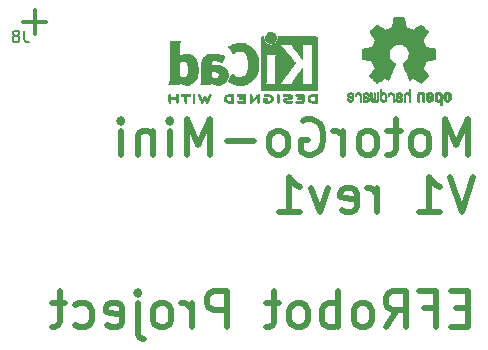
<source format=gbr>
%TF.GenerationSoftware,KiCad,Pcbnew,7.0.2*%
%TF.CreationDate,2023-05-16T16:20:19-04:00*%
%TF.ProjectId,mini_motor_go,6d696e69-5f6d-46f7-946f-725f676f2e6b,rev?*%
%TF.SameCoordinates,Original*%
%TF.FileFunction,Legend,Bot*%
%TF.FilePolarity,Positive*%
%FSLAX46Y46*%
G04 Gerber Fmt 4.6, Leading zero omitted, Abs format (unit mm)*
G04 Created by KiCad (PCBNEW 7.0.2) date 2023-05-16 16:20:19*
%MOMM*%
%LPD*%
G01*
G04 APERTURE LIST*
%ADD10C,0.500000*%
%ADD11C,0.150000*%
%ADD12C,0.010000*%
%ADD13C,0.300000*%
G04 APERTURE END LIST*
D10*
X177847714Y-64300857D02*
X177847714Y-61300857D01*
X177847714Y-61300857D02*
X176847714Y-63443714D01*
X176847714Y-63443714D02*
X175847714Y-61300857D01*
X175847714Y-61300857D02*
X175847714Y-64300857D01*
X173990571Y-64300857D02*
X174276286Y-64158000D01*
X174276286Y-64158000D02*
X174419143Y-64015142D01*
X174419143Y-64015142D02*
X174562000Y-63729428D01*
X174562000Y-63729428D02*
X174562000Y-62872285D01*
X174562000Y-62872285D02*
X174419143Y-62586571D01*
X174419143Y-62586571D02*
X174276286Y-62443714D01*
X174276286Y-62443714D02*
X173990571Y-62300857D01*
X173990571Y-62300857D02*
X173562000Y-62300857D01*
X173562000Y-62300857D02*
X173276286Y-62443714D01*
X173276286Y-62443714D02*
X173133429Y-62586571D01*
X173133429Y-62586571D02*
X172990571Y-62872285D01*
X172990571Y-62872285D02*
X172990571Y-63729428D01*
X172990571Y-63729428D02*
X173133429Y-64015142D01*
X173133429Y-64015142D02*
X173276286Y-64158000D01*
X173276286Y-64158000D02*
X173562000Y-64300857D01*
X173562000Y-64300857D02*
X173990571Y-64300857D01*
X172133428Y-62300857D02*
X170990571Y-62300857D01*
X171704857Y-61300857D02*
X171704857Y-63872285D01*
X171704857Y-63872285D02*
X171562000Y-64158000D01*
X171562000Y-64158000D02*
X171276285Y-64300857D01*
X171276285Y-64300857D02*
X170990571Y-64300857D01*
X169561999Y-64300857D02*
X169847714Y-64158000D01*
X169847714Y-64158000D02*
X169990571Y-64015142D01*
X169990571Y-64015142D02*
X170133428Y-63729428D01*
X170133428Y-63729428D02*
X170133428Y-62872285D01*
X170133428Y-62872285D02*
X169990571Y-62586571D01*
X169990571Y-62586571D02*
X169847714Y-62443714D01*
X169847714Y-62443714D02*
X169561999Y-62300857D01*
X169561999Y-62300857D02*
X169133428Y-62300857D01*
X169133428Y-62300857D02*
X168847714Y-62443714D01*
X168847714Y-62443714D02*
X168704857Y-62586571D01*
X168704857Y-62586571D02*
X168561999Y-62872285D01*
X168561999Y-62872285D02*
X168561999Y-63729428D01*
X168561999Y-63729428D02*
X168704857Y-64015142D01*
X168704857Y-64015142D02*
X168847714Y-64158000D01*
X168847714Y-64158000D02*
X169133428Y-64300857D01*
X169133428Y-64300857D02*
X169561999Y-64300857D01*
X167276285Y-64300857D02*
X167276285Y-62300857D01*
X167276285Y-62872285D02*
X167133428Y-62586571D01*
X167133428Y-62586571D02*
X166990571Y-62443714D01*
X166990571Y-62443714D02*
X166704856Y-62300857D01*
X166704856Y-62300857D02*
X166419142Y-62300857D01*
X163847713Y-61443714D02*
X164133428Y-61300857D01*
X164133428Y-61300857D02*
X164561999Y-61300857D01*
X164561999Y-61300857D02*
X164990570Y-61443714D01*
X164990570Y-61443714D02*
X165276285Y-61729428D01*
X165276285Y-61729428D02*
X165419142Y-62015142D01*
X165419142Y-62015142D02*
X165561999Y-62586571D01*
X165561999Y-62586571D02*
X165561999Y-63015142D01*
X165561999Y-63015142D02*
X165419142Y-63586571D01*
X165419142Y-63586571D02*
X165276285Y-63872285D01*
X165276285Y-63872285D02*
X164990570Y-64158000D01*
X164990570Y-64158000D02*
X164561999Y-64300857D01*
X164561999Y-64300857D02*
X164276285Y-64300857D01*
X164276285Y-64300857D02*
X163847713Y-64158000D01*
X163847713Y-64158000D02*
X163704856Y-64015142D01*
X163704856Y-64015142D02*
X163704856Y-63015142D01*
X163704856Y-63015142D02*
X164276285Y-63015142D01*
X161990570Y-64300857D02*
X162276285Y-64158000D01*
X162276285Y-64158000D02*
X162419142Y-64015142D01*
X162419142Y-64015142D02*
X162561999Y-63729428D01*
X162561999Y-63729428D02*
X162561999Y-62872285D01*
X162561999Y-62872285D02*
X162419142Y-62586571D01*
X162419142Y-62586571D02*
X162276285Y-62443714D01*
X162276285Y-62443714D02*
X161990570Y-62300857D01*
X161990570Y-62300857D02*
X161561999Y-62300857D01*
X161561999Y-62300857D02*
X161276285Y-62443714D01*
X161276285Y-62443714D02*
X161133428Y-62586571D01*
X161133428Y-62586571D02*
X160990570Y-62872285D01*
X160990570Y-62872285D02*
X160990570Y-63729428D01*
X160990570Y-63729428D02*
X161133428Y-64015142D01*
X161133428Y-64015142D02*
X161276285Y-64158000D01*
X161276285Y-64158000D02*
X161561999Y-64300857D01*
X161561999Y-64300857D02*
X161990570Y-64300857D01*
X159704856Y-63158000D02*
X157419142Y-63158000D01*
X155990570Y-64300857D02*
X155990570Y-61300857D01*
X155990570Y-61300857D02*
X154990570Y-63443714D01*
X154990570Y-63443714D02*
X153990570Y-61300857D01*
X153990570Y-61300857D02*
X153990570Y-64300857D01*
X152561999Y-64300857D02*
X152561999Y-62300857D01*
X152561999Y-61300857D02*
X152704856Y-61443714D01*
X152704856Y-61443714D02*
X152561999Y-61586571D01*
X152561999Y-61586571D02*
X152419142Y-61443714D01*
X152419142Y-61443714D02*
X152561999Y-61300857D01*
X152561999Y-61300857D02*
X152561999Y-61586571D01*
X151133428Y-62300857D02*
X151133428Y-64300857D01*
X151133428Y-62586571D02*
X150990571Y-62443714D01*
X150990571Y-62443714D02*
X150704856Y-62300857D01*
X150704856Y-62300857D02*
X150276285Y-62300857D01*
X150276285Y-62300857D02*
X149990571Y-62443714D01*
X149990571Y-62443714D02*
X149847714Y-62729428D01*
X149847714Y-62729428D02*
X149847714Y-64300857D01*
X148419142Y-64300857D02*
X148419142Y-62300857D01*
X148419142Y-61300857D02*
X148561999Y-61443714D01*
X148561999Y-61443714D02*
X148419142Y-61586571D01*
X148419142Y-61586571D02*
X148276285Y-61443714D01*
X148276285Y-61443714D02*
X148419142Y-61300857D01*
X148419142Y-61300857D02*
X148419142Y-61586571D01*
X178276285Y-66160857D02*
X177276285Y-69160857D01*
X177276285Y-69160857D02*
X176276285Y-66160857D01*
X173704856Y-69160857D02*
X175419142Y-69160857D01*
X174561999Y-69160857D02*
X174561999Y-66160857D01*
X174561999Y-66160857D02*
X174847713Y-66589428D01*
X174847713Y-66589428D02*
X175133428Y-66875142D01*
X175133428Y-66875142D02*
X175419142Y-67018000D01*
X170133428Y-69160857D02*
X170133428Y-67160857D01*
X170133428Y-67732285D02*
X169990571Y-67446571D01*
X169990571Y-67446571D02*
X169847714Y-67303714D01*
X169847714Y-67303714D02*
X169561999Y-67160857D01*
X169561999Y-67160857D02*
X169276285Y-67160857D01*
X167133428Y-69018000D02*
X167419142Y-69160857D01*
X167419142Y-69160857D02*
X167990571Y-69160857D01*
X167990571Y-69160857D02*
X168276285Y-69018000D01*
X168276285Y-69018000D02*
X168419142Y-68732285D01*
X168419142Y-68732285D02*
X168419142Y-67589428D01*
X168419142Y-67589428D02*
X168276285Y-67303714D01*
X168276285Y-67303714D02*
X167990571Y-67160857D01*
X167990571Y-67160857D02*
X167419142Y-67160857D01*
X167419142Y-67160857D02*
X167133428Y-67303714D01*
X167133428Y-67303714D02*
X166990571Y-67589428D01*
X166990571Y-67589428D02*
X166990571Y-67875142D01*
X166990571Y-67875142D02*
X168419142Y-68160857D01*
X165990570Y-67160857D02*
X165276284Y-69160857D01*
X165276284Y-69160857D02*
X164561999Y-67160857D01*
X161847713Y-69160857D02*
X163561999Y-69160857D01*
X162704856Y-69160857D02*
X162704856Y-66160857D01*
X162704856Y-66160857D02*
X162990570Y-66589428D01*
X162990570Y-66589428D02*
X163276285Y-66875142D01*
X163276285Y-66875142D02*
X163561999Y-67018000D01*
X177847714Y-77309428D02*
X176847714Y-77309428D01*
X176419142Y-78880857D02*
X177847714Y-78880857D01*
X177847714Y-78880857D02*
X177847714Y-75880857D01*
X177847714Y-75880857D02*
X176419142Y-75880857D01*
X174133428Y-77309428D02*
X175133428Y-77309428D01*
X175133428Y-78880857D02*
X175133428Y-75880857D01*
X175133428Y-75880857D02*
X173704856Y-75880857D01*
X170847713Y-78880857D02*
X171847713Y-77452285D01*
X172561999Y-78880857D02*
X172561999Y-75880857D01*
X172561999Y-75880857D02*
X171419142Y-75880857D01*
X171419142Y-75880857D02*
X171133427Y-76023714D01*
X171133427Y-76023714D02*
X170990570Y-76166571D01*
X170990570Y-76166571D02*
X170847713Y-76452285D01*
X170847713Y-76452285D02*
X170847713Y-76880857D01*
X170847713Y-76880857D02*
X170990570Y-77166571D01*
X170990570Y-77166571D02*
X171133427Y-77309428D01*
X171133427Y-77309428D02*
X171419142Y-77452285D01*
X171419142Y-77452285D02*
X172561999Y-77452285D01*
X169133427Y-78880857D02*
X169419142Y-78738000D01*
X169419142Y-78738000D02*
X169561999Y-78595142D01*
X169561999Y-78595142D02*
X169704856Y-78309428D01*
X169704856Y-78309428D02*
X169704856Y-77452285D01*
X169704856Y-77452285D02*
X169561999Y-77166571D01*
X169561999Y-77166571D02*
X169419142Y-77023714D01*
X169419142Y-77023714D02*
X169133427Y-76880857D01*
X169133427Y-76880857D02*
X168704856Y-76880857D01*
X168704856Y-76880857D02*
X168419142Y-77023714D01*
X168419142Y-77023714D02*
X168276285Y-77166571D01*
X168276285Y-77166571D02*
X168133427Y-77452285D01*
X168133427Y-77452285D02*
X168133427Y-78309428D01*
X168133427Y-78309428D02*
X168276285Y-78595142D01*
X168276285Y-78595142D02*
X168419142Y-78738000D01*
X168419142Y-78738000D02*
X168704856Y-78880857D01*
X168704856Y-78880857D02*
X169133427Y-78880857D01*
X166847713Y-78880857D02*
X166847713Y-75880857D01*
X166847713Y-77023714D02*
X166561999Y-76880857D01*
X166561999Y-76880857D02*
X165990570Y-76880857D01*
X165990570Y-76880857D02*
X165704856Y-77023714D01*
X165704856Y-77023714D02*
X165561999Y-77166571D01*
X165561999Y-77166571D02*
X165419141Y-77452285D01*
X165419141Y-77452285D02*
X165419141Y-78309428D01*
X165419141Y-78309428D02*
X165561999Y-78595142D01*
X165561999Y-78595142D02*
X165704856Y-78738000D01*
X165704856Y-78738000D02*
X165990570Y-78880857D01*
X165990570Y-78880857D02*
X166561999Y-78880857D01*
X166561999Y-78880857D02*
X166847713Y-78738000D01*
X163704855Y-78880857D02*
X163990570Y-78738000D01*
X163990570Y-78738000D02*
X164133427Y-78595142D01*
X164133427Y-78595142D02*
X164276284Y-78309428D01*
X164276284Y-78309428D02*
X164276284Y-77452285D01*
X164276284Y-77452285D02*
X164133427Y-77166571D01*
X164133427Y-77166571D02*
X163990570Y-77023714D01*
X163990570Y-77023714D02*
X163704855Y-76880857D01*
X163704855Y-76880857D02*
X163276284Y-76880857D01*
X163276284Y-76880857D02*
X162990570Y-77023714D01*
X162990570Y-77023714D02*
X162847713Y-77166571D01*
X162847713Y-77166571D02*
X162704855Y-77452285D01*
X162704855Y-77452285D02*
X162704855Y-78309428D01*
X162704855Y-78309428D02*
X162847713Y-78595142D01*
X162847713Y-78595142D02*
X162990570Y-78738000D01*
X162990570Y-78738000D02*
X163276284Y-78880857D01*
X163276284Y-78880857D02*
X163704855Y-78880857D01*
X161847712Y-76880857D02*
X160704855Y-76880857D01*
X161419141Y-75880857D02*
X161419141Y-78452285D01*
X161419141Y-78452285D02*
X161276284Y-78738000D01*
X161276284Y-78738000D02*
X160990569Y-78880857D01*
X160990569Y-78880857D02*
X160704855Y-78880857D01*
X157419141Y-78880857D02*
X157419141Y-75880857D01*
X157419141Y-75880857D02*
X156276284Y-75880857D01*
X156276284Y-75880857D02*
X155990569Y-76023714D01*
X155990569Y-76023714D02*
X155847712Y-76166571D01*
X155847712Y-76166571D02*
X155704855Y-76452285D01*
X155704855Y-76452285D02*
X155704855Y-76880857D01*
X155704855Y-76880857D02*
X155847712Y-77166571D01*
X155847712Y-77166571D02*
X155990569Y-77309428D01*
X155990569Y-77309428D02*
X156276284Y-77452285D01*
X156276284Y-77452285D02*
X157419141Y-77452285D01*
X154419141Y-78880857D02*
X154419141Y-76880857D01*
X154419141Y-77452285D02*
X154276284Y-77166571D01*
X154276284Y-77166571D02*
X154133427Y-77023714D01*
X154133427Y-77023714D02*
X153847712Y-76880857D01*
X153847712Y-76880857D02*
X153561998Y-76880857D01*
X152133426Y-78880857D02*
X152419141Y-78738000D01*
X152419141Y-78738000D02*
X152561998Y-78595142D01*
X152561998Y-78595142D02*
X152704855Y-78309428D01*
X152704855Y-78309428D02*
X152704855Y-77452285D01*
X152704855Y-77452285D02*
X152561998Y-77166571D01*
X152561998Y-77166571D02*
X152419141Y-77023714D01*
X152419141Y-77023714D02*
X152133426Y-76880857D01*
X152133426Y-76880857D02*
X151704855Y-76880857D01*
X151704855Y-76880857D02*
X151419141Y-77023714D01*
X151419141Y-77023714D02*
X151276284Y-77166571D01*
X151276284Y-77166571D02*
X151133426Y-77452285D01*
X151133426Y-77452285D02*
X151133426Y-78309428D01*
X151133426Y-78309428D02*
X151276284Y-78595142D01*
X151276284Y-78595142D02*
X151419141Y-78738000D01*
X151419141Y-78738000D02*
X151704855Y-78880857D01*
X151704855Y-78880857D02*
X152133426Y-78880857D01*
X149847712Y-76880857D02*
X149847712Y-79452285D01*
X149847712Y-79452285D02*
X149990569Y-79738000D01*
X149990569Y-79738000D02*
X150276283Y-79880857D01*
X150276283Y-79880857D02*
X150419140Y-79880857D01*
X149847712Y-75880857D02*
X149990569Y-76023714D01*
X149990569Y-76023714D02*
X149847712Y-76166571D01*
X149847712Y-76166571D02*
X149704855Y-76023714D01*
X149704855Y-76023714D02*
X149847712Y-75880857D01*
X149847712Y-75880857D02*
X149847712Y-76166571D01*
X147276284Y-78738000D02*
X147561998Y-78880857D01*
X147561998Y-78880857D02*
X148133427Y-78880857D01*
X148133427Y-78880857D02*
X148419141Y-78738000D01*
X148419141Y-78738000D02*
X148561998Y-78452285D01*
X148561998Y-78452285D02*
X148561998Y-77309428D01*
X148561998Y-77309428D02*
X148419141Y-77023714D01*
X148419141Y-77023714D02*
X148133427Y-76880857D01*
X148133427Y-76880857D02*
X147561998Y-76880857D01*
X147561998Y-76880857D02*
X147276284Y-77023714D01*
X147276284Y-77023714D02*
X147133427Y-77309428D01*
X147133427Y-77309428D02*
X147133427Y-77595142D01*
X147133427Y-77595142D02*
X148561998Y-77880857D01*
X144561998Y-78738000D02*
X144847712Y-78880857D01*
X144847712Y-78880857D02*
X145419140Y-78880857D01*
X145419140Y-78880857D02*
X145704855Y-78738000D01*
X145704855Y-78738000D02*
X145847712Y-78595142D01*
X145847712Y-78595142D02*
X145990569Y-78309428D01*
X145990569Y-78309428D02*
X145990569Y-77452285D01*
X145990569Y-77452285D02*
X145847712Y-77166571D01*
X145847712Y-77166571D02*
X145704855Y-77023714D01*
X145704855Y-77023714D02*
X145419140Y-76880857D01*
X145419140Y-76880857D02*
X144847712Y-76880857D01*
X144847712Y-76880857D02*
X144561998Y-77023714D01*
X143704854Y-76880857D02*
X142561997Y-76880857D01*
X143276283Y-75880857D02*
X143276283Y-78452285D01*
X143276283Y-78452285D02*
X143133426Y-78738000D01*
X143133426Y-78738000D02*
X142847711Y-78880857D01*
X142847711Y-78880857D02*
X142561997Y-78880857D01*
D11*
%TO.C,J8*%
X140257753Y-53788240D02*
X140257753Y-54502525D01*
X140257753Y-54502525D02*
X140305372Y-54645382D01*
X140305372Y-54645382D02*
X140400610Y-54740621D01*
X140400610Y-54740621D02*
X140543467Y-54788240D01*
X140543467Y-54788240D02*
X140638705Y-54788240D01*
X139638705Y-54216811D02*
X139733943Y-54169192D01*
X139733943Y-54169192D02*
X139781562Y-54121573D01*
X139781562Y-54121573D02*
X139829181Y-54026335D01*
X139829181Y-54026335D02*
X139829181Y-53978716D01*
X139829181Y-53978716D02*
X139781562Y-53883478D01*
X139781562Y-53883478D02*
X139733943Y-53835859D01*
X139733943Y-53835859D02*
X139638705Y-53788240D01*
X139638705Y-53788240D02*
X139448229Y-53788240D01*
X139448229Y-53788240D02*
X139352991Y-53835859D01*
X139352991Y-53835859D02*
X139305372Y-53883478D01*
X139305372Y-53883478D02*
X139257753Y-53978716D01*
X139257753Y-53978716D02*
X139257753Y-54026335D01*
X139257753Y-54026335D02*
X139305372Y-54121573D01*
X139305372Y-54121573D02*
X139352991Y-54169192D01*
X139352991Y-54169192D02*
X139448229Y-54216811D01*
X139448229Y-54216811D02*
X139638705Y-54216811D01*
X139638705Y-54216811D02*
X139733943Y-54264430D01*
X139733943Y-54264430D02*
X139781562Y-54312049D01*
X139781562Y-54312049D02*
X139829181Y-54407287D01*
X139829181Y-54407287D02*
X139829181Y-54597763D01*
X139829181Y-54597763D02*
X139781562Y-54693001D01*
X139781562Y-54693001D02*
X139733943Y-54740621D01*
X139733943Y-54740621D02*
X139638705Y-54788240D01*
X139638705Y-54788240D02*
X139448229Y-54788240D01*
X139448229Y-54788240D02*
X139352991Y-54740621D01*
X139352991Y-54740621D02*
X139305372Y-54693001D01*
X139305372Y-54693001D02*
X139257753Y-54597763D01*
X139257753Y-54597763D02*
X139257753Y-54407287D01*
X139257753Y-54407287D02*
X139305372Y-54312049D01*
X139305372Y-54312049D02*
X139352991Y-54264430D01*
X139352991Y-54264430D02*
X139448229Y-54216811D01*
%TO.C,REF\u002A\u002A*%
D12*
X173884372Y-58969684D02*
X173975629Y-59012569D01*
X174050416Y-59086729D01*
X174065917Y-59109944D01*
X174078774Y-59136256D01*
X174087893Y-59169420D01*
X174094102Y-59215881D01*
X174098233Y-59282082D01*
X174101116Y-59374468D01*
X174103579Y-59499485D01*
X174109697Y-59846278D01*
X174058303Y-59826738D01*
X174011246Y-59808787D01*
X173976015Y-59791511D01*
X173953017Y-59769242D01*
X173939655Y-59735165D01*
X173933328Y-59682463D01*
X173931437Y-59604323D01*
X173931385Y-59493928D01*
X173931117Y-59405935D01*
X173929521Y-59321502D01*
X173925712Y-59263834D01*
X173918820Y-59225988D01*
X173907975Y-59201024D01*
X173892308Y-59182000D01*
X173853792Y-59155153D01*
X173789091Y-59145034D01*
X173725081Y-59170606D01*
X173720856Y-59173880D01*
X173707689Y-59189007D01*
X173697975Y-59213268D01*
X173690903Y-59252650D01*
X173685656Y-59313141D01*
X173681421Y-59400729D01*
X173677385Y-59521402D01*
X173667615Y-59844515D01*
X173501539Y-59770065D01*
X173501539Y-59475062D01*
X173501883Y-59394919D01*
X173504847Y-59283431D01*
X173512351Y-59200421D01*
X173526190Y-59139199D01*
X173548155Y-59093075D01*
X173580039Y-59055358D01*
X173623633Y-59019358D01*
X173686336Y-58983089D01*
X173785117Y-58959412D01*
X173884372Y-58969684D01*
G36*
X173884372Y-58969684D02*
G01*
X173975629Y-59012569D01*
X174050416Y-59086729D01*
X174065917Y-59109944D01*
X174078774Y-59136256D01*
X174087893Y-59169420D01*
X174094102Y-59215881D01*
X174098233Y-59282082D01*
X174101116Y-59374468D01*
X174103579Y-59499485D01*
X174109697Y-59846278D01*
X174058303Y-59826738D01*
X174011246Y-59808787D01*
X173976015Y-59791511D01*
X173953017Y-59769242D01*
X173939655Y-59735165D01*
X173933328Y-59682463D01*
X173931437Y-59604323D01*
X173931385Y-59493928D01*
X173931117Y-59405935D01*
X173929521Y-59321502D01*
X173925712Y-59263834D01*
X173918820Y-59225988D01*
X173907975Y-59201024D01*
X173892308Y-59182000D01*
X173853792Y-59155153D01*
X173789091Y-59145034D01*
X173725081Y-59170606D01*
X173720856Y-59173880D01*
X173707689Y-59189007D01*
X173697975Y-59213268D01*
X173690903Y-59252650D01*
X173685656Y-59313141D01*
X173681421Y-59400729D01*
X173677385Y-59521402D01*
X173667615Y-59844515D01*
X173501539Y-59770065D01*
X173501539Y-59475062D01*
X173501883Y-59394919D01*
X173504847Y-59283431D01*
X173512351Y-59200421D01*
X173526190Y-59139199D01*
X173548155Y-59093075D01*
X173580039Y-59055358D01*
X173623633Y-59019358D01*
X173686336Y-58983089D01*
X173785117Y-58959412D01*
X173884372Y-58969684D01*
G37*
X170922401Y-59416462D02*
X170920839Y-59492652D01*
X170909810Y-59596507D01*
X170885814Y-59674333D01*
X170846043Y-59733760D01*
X170787688Y-59782418D01*
X170732100Y-59810546D01*
X170638751Y-59826199D01*
X170545530Y-59809084D01*
X170461272Y-59761388D01*
X170394818Y-59685294D01*
X170386793Y-59671262D01*
X170376196Y-59646679D01*
X170368335Y-59615309D01*
X170362807Y-59571769D01*
X170359206Y-59510678D01*
X170357128Y-59426655D01*
X170357064Y-59419200D01*
X170492615Y-59419200D01*
X170493077Y-59490316D01*
X170495999Y-59554641D01*
X170503221Y-59596166D01*
X170516561Y-59624067D01*
X170537836Y-59647517D01*
X170542821Y-59652025D01*
X170606863Y-59685295D01*
X170674625Y-59681890D01*
X170737734Y-59642042D01*
X170756526Y-59621398D01*
X170772254Y-59594029D01*
X170781039Y-59556192D01*
X170784859Y-59498355D01*
X170785692Y-59410986D01*
X170785281Y-59344319D01*
X170782434Y-59279245D01*
X170775256Y-59237251D01*
X170761889Y-59209063D01*
X170740472Y-59185406D01*
X170727890Y-59174753D01*
X170662699Y-59146057D01*
X170594400Y-59150575D01*
X170535098Y-59188144D01*
X170522333Y-59203040D01*
X170506764Y-59231089D01*
X170497762Y-59270258D01*
X170493617Y-59329858D01*
X170492615Y-59419200D01*
X170357064Y-59419200D01*
X170356167Y-59314320D01*
X170355919Y-59168289D01*
X170355846Y-58714963D01*
X170419346Y-58741564D01*
X170436136Y-58748845D01*
X170462859Y-58765287D01*
X170478156Y-58790187D01*
X170486563Y-58833732D01*
X170492615Y-58906106D01*
X170498144Y-58971089D01*
X170505450Y-59013750D01*
X170515918Y-59029670D01*
X170531692Y-59025400D01*
X170571890Y-59010397D01*
X170643728Y-59006678D01*
X170721010Y-59020572D01*
X170787688Y-59050505D01*
X170824371Y-59078211D01*
X170871472Y-59132269D01*
X170901638Y-59201577D01*
X170917678Y-59293765D01*
X170922191Y-59410986D01*
X170922401Y-59416462D01*
G36*
X170922401Y-59416462D02*
G01*
X170920839Y-59492652D01*
X170909810Y-59596507D01*
X170885814Y-59674333D01*
X170846043Y-59733760D01*
X170787688Y-59782418D01*
X170732100Y-59810546D01*
X170638751Y-59826199D01*
X170545530Y-59809084D01*
X170461272Y-59761388D01*
X170394818Y-59685294D01*
X170386793Y-59671262D01*
X170376196Y-59646679D01*
X170368335Y-59615309D01*
X170362807Y-59571769D01*
X170359206Y-59510678D01*
X170357128Y-59426655D01*
X170357064Y-59419200D01*
X170492615Y-59419200D01*
X170493077Y-59490316D01*
X170495999Y-59554641D01*
X170503221Y-59596166D01*
X170516561Y-59624067D01*
X170537836Y-59647517D01*
X170542821Y-59652025D01*
X170606863Y-59685295D01*
X170674625Y-59681890D01*
X170737734Y-59642042D01*
X170756526Y-59621398D01*
X170772254Y-59594029D01*
X170781039Y-59556192D01*
X170784859Y-59498355D01*
X170785692Y-59410986D01*
X170785281Y-59344319D01*
X170782434Y-59279245D01*
X170775256Y-59237251D01*
X170761889Y-59209063D01*
X170740472Y-59185406D01*
X170727890Y-59174753D01*
X170662699Y-59146057D01*
X170594400Y-59150575D01*
X170535098Y-59188144D01*
X170522333Y-59203040D01*
X170506764Y-59231089D01*
X170497762Y-59270258D01*
X170493617Y-59329858D01*
X170492615Y-59419200D01*
X170357064Y-59419200D01*
X170356167Y-59314320D01*
X170355919Y-59168289D01*
X170355846Y-58714963D01*
X170419346Y-58741564D01*
X170436136Y-58748845D01*
X170462859Y-58765287D01*
X170478156Y-58790187D01*
X170486563Y-58833732D01*
X170492615Y-58906106D01*
X170498144Y-58971089D01*
X170505450Y-59013750D01*
X170515918Y-59029670D01*
X170531692Y-59025400D01*
X170571890Y-59010397D01*
X170643728Y-59006678D01*
X170721010Y-59020572D01*
X170787688Y-59050505D01*
X170824371Y-59078211D01*
X170871472Y-59132269D01*
X170901638Y-59201577D01*
X170917678Y-59293765D01*
X170922191Y-59410986D01*
X170922401Y-59416462D01*
G37*
X172934923Y-58769806D02*
X172934923Y-59304455D01*
X172934660Y-59443094D01*
X172933958Y-59567805D01*
X172932883Y-59673557D01*
X172931500Y-59755322D01*
X172929874Y-59808069D01*
X172928070Y-59826769D01*
X172927364Y-59826706D01*
X172903387Y-59819912D01*
X172859685Y-59805320D01*
X172798154Y-59783870D01*
X172798154Y-59508617D01*
X172797763Y-59400466D01*
X172795946Y-59322026D01*
X172791767Y-59268647D01*
X172784286Y-59233256D01*
X172772567Y-59208779D01*
X172755671Y-59188144D01*
X172744152Y-59177170D01*
X172681864Y-59146775D01*
X172613211Y-59149466D01*
X172550298Y-59185406D01*
X172541139Y-59194325D01*
X172526471Y-59212844D01*
X172516433Y-59237326D01*
X172510151Y-59274393D01*
X172506748Y-59330667D01*
X172505349Y-59412771D01*
X172505077Y-59527329D01*
X172504947Y-59585430D01*
X172504099Y-59680993D01*
X172502594Y-59757526D01*
X172500585Y-59808345D01*
X172498223Y-59826769D01*
X172497518Y-59826706D01*
X172473541Y-59819912D01*
X172429839Y-59805320D01*
X172368308Y-59783870D01*
X172368338Y-59507358D01*
X172368384Y-59482742D01*
X172370970Y-59354419D01*
X172378913Y-59257384D01*
X172394155Y-59185057D01*
X172418636Y-59130855D01*
X172454298Y-59088198D01*
X172503082Y-59050505D01*
X172550661Y-59026910D01*
X172626732Y-59008672D01*
X172701556Y-59007636D01*
X172759077Y-59025378D01*
X172763402Y-59027829D01*
X172776738Y-59027566D01*
X172785851Y-59007039D01*
X172792428Y-58959980D01*
X172798154Y-58880120D01*
X172807923Y-58716236D01*
X172934923Y-58769806D01*
G36*
X172934923Y-58769806D02*
G01*
X172934923Y-59304455D01*
X172934660Y-59443094D01*
X172933958Y-59567805D01*
X172932883Y-59673557D01*
X172931500Y-59755322D01*
X172929874Y-59808069D01*
X172928070Y-59826769D01*
X172927364Y-59826706D01*
X172903387Y-59819912D01*
X172859685Y-59805320D01*
X172798154Y-59783870D01*
X172798154Y-59508617D01*
X172797763Y-59400466D01*
X172795946Y-59322026D01*
X172791767Y-59268647D01*
X172784286Y-59233256D01*
X172772567Y-59208779D01*
X172755671Y-59188144D01*
X172744152Y-59177170D01*
X172681864Y-59146775D01*
X172613211Y-59149466D01*
X172550298Y-59185406D01*
X172541139Y-59194325D01*
X172526471Y-59212844D01*
X172516433Y-59237326D01*
X172510151Y-59274393D01*
X172506748Y-59330667D01*
X172505349Y-59412771D01*
X172505077Y-59527329D01*
X172504947Y-59585430D01*
X172504099Y-59680993D01*
X172502594Y-59757526D01*
X172500585Y-59808345D01*
X172498223Y-59826769D01*
X172497518Y-59826706D01*
X172473541Y-59819912D01*
X172429839Y-59805320D01*
X172368308Y-59783870D01*
X172368338Y-59507358D01*
X172368384Y-59482742D01*
X172370970Y-59354419D01*
X172378913Y-59257384D01*
X172394155Y-59185057D01*
X172418636Y-59130855D01*
X172454298Y-59088198D01*
X172503082Y-59050505D01*
X172550661Y-59026910D01*
X172626732Y-59008672D01*
X172701556Y-59007636D01*
X172759077Y-59025378D01*
X172763402Y-59027829D01*
X172776738Y-59027566D01*
X172785851Y-59007039D01*
X172792428Y-58959980D01*
X172798154Y-58880120D01*
X172807923Y-58716236D01*
X172934923Y-58769806D01*
G37*
X172078458Y-59027228D02*
X172145622Y-59066389D01*
X172175169Y-59096902D01*
X172231948Y-59188110D01*
X172251077Y-59287548D01*
X172251077Y-59355960D01*
X172188191Y-59329518D01*
X172144700Y-59302837D01*
X172110426Y-59247446D01*
X172106907Y-59236024D01*
X172069028Y-59177838D01*
X172011936Y-59146407D01*
X171946383Y-59145058D01*
X171883117Y-59177116D01*
X171873672Y-59185383D01*
X171842087Y-59221311D01*
X171836871Y-59252635D01*
X171860765Y-59283391D01*
X171916510Y-59317617D01*
X172006846Y-59359350D01*
X172012956Y-59361993D01*
X172113241Y-59408755D01*
X172181735Y-59450181D01*
X172223899Y-59491542D01*
X172245193Y-59538111D01*
X172251077Y-59595160D01*
X172243366Y-59658408D01*
X172204430Y-59739364D01*
X172135932Y-59797522D01*
X172086388Y-59814983D01*
X172016469Y-59824537D01*
X171948575Y-59822496D01*
X171900093Y-59808082D01*
X171894943Y-59804493D01*
X171881267Y-59779416D01*
X171890757Y-59735218D01*
X171907246Y-59700527D01*
X171933687Y-59686084D01*
X171983834Y-59686803D01*
X172053453Y-59682660D01*
X172098943Y-59654054D01*
X172114308Y-59601104D01*
X172114294Y-59599582D01*
X172104983Y-59568845D01*
X172073311Y-59540643D01*
X172011731Y-59508136D01*
X171927986Y-59468998D01*
X171872518Y-59447706D01*
X171840497Y-59449079D01*
X171825534Y-59477203D01*
X171821242Y-59536170D01*
X171821231Y-59630068D01*
X171820752Y-59688031D01*
X171818556Y-59759612D01*
X171814986Y-59808606D01*
X171810491Y-59826769D01*
X171809290Y-59826646D01*
X171783319Y-59816802D01*
X171740305Y-59796028D01*
X171680859Y-59765287D01*
X171687923Y-59488298D01*
X171688414Y-59469928D01*
X171694025Y-59340992D01*
X171703938Y-59243814D01*
X171720175Y-59171925D01*
X171744759Y-59118852D01*
X171779715Y-59078127D01*
X171827064Y-59043279D01*
X171827940Y-59042733D01*
X171904499Y-59014303D01*
X171993044Y-59009500D01*
X172078458Y-59027228D01*
G36*
X172078458Y-59027228D02*
G01*
X172145622Y-59066389D01*
X172175169Y-59096902D01*
X172231948Y-59188110D01*
X172251077Y-59287548D01*
X172251077Y-59355960D01*
X172188191Y-59329518D01*
X172144700Y-59302837D01*
X172110426Y-59247446D01*
X172106907Y-59236024D01*
X172069028Y-59177838D01*
X172011936Y-59146407D01*
X171946383Y-59145058D01*
X171883117Y-59177116D01*
X171873672Y-59185383D01*
X171842087Y-59221311D01*
X171836871Y-59252635D01*
X171860765Y-59283391D01*
X171916510Y-59317617D01*
X172006846Y-59359350D01*
X172012956Y-59361993D01*
X172113241Y-59408755D01*
X172181735Y-59450181D01*
X172223899Y-59491542D01*
X172245193Y-59538111D01*
X172251077Y-59595160D01*
X172243366Y-59658408D01*
X172204430Y-59739364D01*
X172135932Y-59797522D01*
X172086388Y-59814983D01*
X172016469Y-59824537D01*
X171948575Y-59822496D01*
X171900093Y-59808082D01*
X171894943Y-59804493D01*
X171881267Y-59779416D01*
X171890757Y-59735218D01*
X171907246Y-59700527D01*
X171933687Y-59686084D01*
X171983834Y-59686803D01*
X172053453Y-59682660D01*
X172098943Y-59654054D01*
X172114308Y-59601104D01*
X172114294Y-59599582D01*
X172104983Y-59568845D01*
X172073311Y-59540643D01*
X172011731Y-59508136D01*
X171927986Y-59468998D01*
X171872518Y-59447706D01*
X171840497Y-59449079D01*
X171825534Y-59477203D01*
X171821242Y-59536170D01*
X171821231Y-59630068D01*
X171820752Y-59688031D01*
X171818556Y-59759612D01*
X171814986Y-59808606D01*
X171810491Y-59826769D01*
X171809290Y-59826646D01*
X171783319Y-59816802D01*
X171740305Y-59796028D01*
X171680859Y-59765287D01*
X171687923Y-59488298D01*
X171688414Y-59469928D01*
X171694025Y-59340992D01*
X171703938Y-59243814D01*
X171720175Y-59171925D01*
X171744759Y-59118852D01*
X171779715Y-59078127D01*
X171827064Y-59043279D01*
X171827940Y-59042733D01*
X171904499Y-59014303D01*
X171993044Y-59009500D01*
X172078458Y-59027228D01*
G37*
X175605828Y-59486205D02*
X175607763Y-59636269D01*
X175608300Y-59679802D01*
X175610019Y-59825344D01*
X175610365Y-59936711D01*
X175608277Y-60017804D01*
X175602698Y-60072522D01*
X175592567Y-60104761D01*
X175576826Y-60118422D01*
X175554417Y-60117403D01*
X175524280Y-60105603D01*
X175485355Y-60086920D01*
X175477038Y-60082933D01*
X175442402Y-60063419D01*
X175424314Y-60040202D01*
X175417392Y-60001492D01*
X175416256Y-59935497D01*
X175416205Y-59817000D01*
X175294141Y-59817000D01*
X175219055Y-59813712D01*
X175160015Y-59800377D01*
X175110986Y-59773423D01*
X175107330Y-59770788D01*
X175057581Y-59726286D01*
X175022959Y-59672523D01*
X175001123Y-59602154D01*
X174989737Y-59507830D01*
X174986959Y-59401271D01*
X175181846Y-59401271D01*
X175181880Y-59419131D01*
X175183735Y-59499748D01*
X175189693Y-59552447D01*
X175201506Y-59586668D01*
X175220923Y-59611846D01*
X175222133Y-59613049D01*
X175269858Y-59645628D01*
X175316110Y-59642417D01*
X175368350Y-59602965D01*
X175381128Y-59589482D01*
X175399949Y-59561837D01*
X175410562Y-59525880D01*
X175415252Y-59471364D01*
X175416308Y-59388042D01*
X175415394Y-59337598D01*
X175405477Y-59245857D01*
X175382842Y-59185752D01*
X175345238Y-59152900D01*
X175290416Y-59142923D01*
X175267317Y-59145050D01*
X175227350Y-59166147D01*
X175200926Y-59213161D01*
X175186330Y-59290175D01*
X175181846Y-59401271D01*
X174986959Y-59401271D01*
X174986462Y-59382206D01*
X174987187Y-59290536D01*
X174990490Y-59221098D01*
X174997828Y-59172945D01*
X175010655Y-59136866D01*
X175030423Y-59103648D01*
X175048569Y-59078261D01*
X175114461Y-59009727D01*
X175189114Y-58972505D01*
X175282904Y-58960722D01*
X175390240Y-58972467D01*
X175483031Y-59014595D01*
X175556421Y-59088898D01*
X175561954Y-59096764D01*
X175574857Y-59117668D01*
X175584742Y-59141555D01*
X175592093Y-59173582D01*
X175597394Y-59218905D01*
X175601127Y-59282679D01*
X175603778Y-59370060D01*
X175604096Y-59388042D01*
X175605828Y-59486205D01*
G36*
X175605828Y-59486205D02*
G01*
X175607763Y-59636269D01*
X175608300Y-59679802D01*
X175610019Y-59825344D01*
X175610365Y-59936711D01*
X175608277Y-60017804D01*
X175602698Y-60072522D01*
X175592567Y-60104761D01*
X175576826Y-60118422D01*
X175554417Y-60117403D01*
X175524280Y-60105603D01*
X175485355Y-60086920D01*
X175477038Y-60082933D01*
X175442402Y-60063419D01*
X175424314Y-60040202D01*
X175417392Y-60001492D01*
X175416256Y-59935497D01*
X175416205Y-59817000D01*
X175294141Y-59817000D01*
X175219055Y-59813712D01*
X175160015Y-59800377D01*
X175110986Y-59773423D01*
X175107330Y-59770788D01*
X175057581Y-59726286D01*
X175022959Y-59672523D01*
X175001123Y-59602154D01*
X174989737Y-59507830D01*
X174986959Y-59401271D01*
X175181846Y-59401271D01*
X175181880Y-59419131D01*
X175183735Y-59499748D01*
X175189693Y-59552447D01*
X175201506Y-59586668D01*
X175220923Y-59611846D01*
X175222133Y-59613049D01*
X175269858Y-59645628D01*
X175316110Y-59642417D01*
X175368350Y-59602965D01*
X175381128Y-59589482D01*
X175399949Y-59561837D01*
X175410562Y-59525880D01*
X175415252Y-59471364D01*
X175416308Y-59388042D01*
X175415394Y-59337598D01*
X175405477Y-59245857D01*
X175382842Y-59185752D01*
X175345238Y-59152900D01*
X175290416Y-59142923D01*
X175267317Y-59145050D01*
X175227350Y-59166147D01*
X175200926Y-59213161D01*
X175186330Y-59290175D01*
X175181846Y-59401271D01*
X174986959Y-59401271D01*
X174986462Y-59382206D01*
X174987187Y-59290536D01*
X174990490Y-59221098D01*
X174997828Y-59172945D01*
X175010655Y-59136866D01*
X175030423Y-59103648D01*
X175048569Y-59078261D01*
X175114461Y-59009727D01*
X175189114Y-58972505D01*
X175282904Y-58960722D01*
X175390240Y-58972467D01*
X175483031Y-59014595D01*
X175556421Y-59088898D01*
X175561954Y-59096764D01*
X175574857Y-59117668D01*
X175584742Y-59141555D01*
X175592093Y-59173582D01*
X175597394Y-59218905D01*
X175601127Y-59282679D01*
X175603778Y-59370060D01*
X175604096Y-59388042D01*
X175605828Y-59486205D01*
G37*
X176354154Y-59396923D02*
X176354135Y-59418105D01*
X176353076Y-59512584D01*
X176349436Y-59578414D01*
X176341892Y-59624394D01*
X176329122Y-59659321D01*
X176309803Y-59691995D01*
X176305050Y-59698775D01*
X176254759Y-59752231D01*
X176197457Y-59792547D01*
X176168032Y-59805629D01*
X176062299Y-59827450D01*
X175957734Y-59813336D01*
X175861368Y-59765105D01*
X175780235Y-59684579D01*
X175773385Y-59673791D01*
X175751097Y-59611153D01*
X175736079Y-59523935D01*
X175728792Y-59423210D01*
X175729611Y-59330037D01*
X175926796Y-59330037D01*
X175928349Y-59459114D01*
X175928974Y-59467420D01*
X175938077Y-59538643D01*
X175954288Y-59583809D01*
X175981660Y-59614752D01*
X176027553Y-59643737D01*
X176072942Y-59645261D01*
X176119692Y-59611846D01*
X176127824Y-59603053D01*
X176143754Y-59576741D01*
X176153159Y-59538520D01*
X176157632Y-59479349D01*
X176158769Y-59390182D01*
X176156822Y-59306664D01*
X176147105Y-59227095D01*
X176127047Y-59176808D01*
X176094240Y-59150513D01*
X176046280Y-59142923D01*
X176028016Y-59144432D01*
X175976848Y-59172107D01*
X175943035Y-59234172D01*
X175926796Y-59330037D01*
X175729611Y-59330037D01*
X175729699Y-59320052D01*
X175739262Y-59225533D01*
X175757943Y-59150727D01*
X175781951Y-59100905D01*
X175849536Y-59023409D01*
X175941114Y-58975256D01*
X176053213Y-58958703D01*
X176083151Y-58959599D01*
X176171315Y-58977929D01*
X176243733Y-59024104D01*
X176310192Y-59103648D01*
X176314147Y-59109548D01*
X176332040Y-59141288D01*
X176343678Y-59177163D01*
X176350371Y-59225906D01*
X176353426Y-59296249D01*
X176354106Y-59390182D01*
X176354154Y-59396923D01*
G36*
X176354154Y-59396923D02*
G01*
X176354135Y-59418105D01*
X176353076Y-59512584D01*
X176349436Y-59578414D01*
X176341892Y-59624394D01*
X176329122Y-59659321D01*
X176309803Y-59691995D01*
X176305050Y-59698775D01*
X176254759Y-59752231D01*
X176197457Y-59792547D01*
X176168032Y-59805629D01*
X176062299Y-59827450D01*
X175957734Y-59813336D01*
X175861368Y-59765105D01*
X175780235Y-59684579D01*
X175773385Y-59673791D01*
X175751097Y-59611153D01*
X175736079Y-59523935D01*
X175728792Y-59423210D01*
X175729611Y-59330037D01*
X175926796Y-59330037D01*
X175928349Y-59459114D01*
X175928974Y-59467420D01*
X175938077Y-59538643D01*
X175954288Y-59583809D01*
X175981660Y-59614752D01*
X176027553Y-59643737D01*
X176072942Y-59645261D01*
X176119692Y-59611846D01*
X176127824Y-59603053D01*
X176143754Y-59576741D01*
X176153159Y-59538520D01*
X176157632Y-59479349D01*
X176158769Y-59390182D01*
X176156822Y-59306664D01*
X176147105Y-59227095D01*
X176127047Y-59176808D01*
X176094240Y-59150513D01*
X176046280Y-59142923D01*
X176028016Y-59144432D01*
X175976848Y-59172107D01*
X175943035Y-59234172D01*
X175926796Y-59330037D01*
X175729611Y-59330037D01*
X175729699Y-59320052D01*
X175739262Y-59225533D01*
X175757943Y-59150727D01*
X175781951Y-59100905D01*
X175849536Y-59023409D01*
X175941114Y-58975256D01*
X176053213Y-58958703D01*
X176083151Y-58959599D01*
X176171315Y-58977929D01*
X176243733Y-59024104D01*
X176310192Y-59103648D01*
X176314147Y-59109548D01*
X176332040Y-59141288D01*
X176343678Y-59177163D01*
X176350371Y-59225906D01*
X176353426Y-59296249D01*
X176354106Y-59390182D01*
X176354154Y-59396923D01*
G37*
X171975575Y-52675693D02*
X172111371Y-52675807D01*
X172213576Y-52676472D01*
X172287122Y-52678182D01*
X172336942Y-52681429D01*
X172367967Y-52686706D01*
X172385129Y-52694507D01*
X172393361Y-52705325D01*
X172397594Y-52719654D01*
X172397716Y-52720168D01*
X172404672Y-52753851D01*
X172417320Y-52818917D01*
X172434360Y-52908542D01*
X172454496Y-53015904D01*
X172476429Y-53134178D01*
X172478218Y-53143856D01*
X172500083Y-53258650D01*
X172520430Y-53359480D01*
X172537934Y-53440217D01*
X172551271Y-53494734D01*
X172559116Y-53516901D01*
X172559158Y-53516936D01*
X172583884Y-53529200D01*
X172634631Y-53549576D01*
X172700462Y-53573674D01*
X172704169Y-53574983D01*
X172788331Y-53606791D01*
X172886230Y-53646685D01*
X172977435Y-53686353D01*
X173127407Y-53754420D01*
X173459499Y-53527639D01*
X173482889Y-53511688D01*
X173583080Y-53443890D01*
X173672480Y-53384208D01*
X173745745Y-53336156D01*
X173797527Y-53303250D01*
X173822480Y-53289004D01*
X173839577Y-53292270D01*
X173878395Y-53317571D01*
X173938385Y-53367675D01*
X174021210Y-53443989D01*
X174128535Y-53547922D01*
X174138139Y-53557382D01*
X174223302Y-53642145D01*
X174298949Y-53718937D01*
X174360449Y-53782947D01*
X174403173Y-53829361D01*
X174422489Y-53853369D01*
X174422552Y-53853485D01*
X174425006Y-53871763D01*
X174415956Y-53901411D01*
X174393119Y-53946486D01*
X174354213Y-54011044D01*
X174296954Y-54099140D01*
X174219059Y-54214830D01*
X174205785Y-54234357D01*
X174138652Y-54333278D01*
X174079410Y-54420848D01*
X174031588Y-54491831D01*
X173998715Y-54540991D01*
X173984318Y-54563095D01*
X173983232Y-54567777D01*
X173990044Y-54602710D01*
X174010450Y-54659753D01*
X174041123Y-54729172D01*
X174082808Y-54819959D01*
X174129352Y-54927686D01*
X174168877Y-55025192D01*
X174178676Y-55050430D01*
X174204340Y-55114870D01*
X174223193Y-55159763D01*
X174231710Y-55176616D01*
X174241111Y-55177875D01*
X174283363Y-55185159D01*
X174352521Y-55197739D01*
X174441387Y-55214246D01*
X174542768Y-55233312D01*
X174649467Y-55253569D01*
X174754288Y-55273647D01*
X174850036Y-55292179D01*
X174929516Y-55307795D01*
X174985530Y-55319127D01*
X175010885Y-55324807D01*
X175015088Y-55326408D01*
X175025334Y-55335045D01*
X175032957Y-55353433D01*
X175038338Y-55386460D01*
X175041859Y-55439013D01*
X175043901Y-55515979D01*
X175044847Y-55622246D01*
X175045077Y-55762701D01*
X175045077Y-56189845D01*
X174942500Y-56210091D01*
X174930092Y-56212518D01*
X174864199Y-56225088D01*
X174773084Y-56242170D01*
X174667104Y-56261829D01*
X174556615Y-56282132D01*
X174513105Y-56290299D01*
X174415882Y-56310167D01*
X174334858Y-56328954D01*
X174277477Y-56344859D01*
X174251187Y-56356079D01*
X174239273Y-56374411D01*
X174217583Y-56422916D01*
X174195395Y-56485692D01*
X174187585Y-56509200D01*
X174158835Y-56586366D01*
X174121752Y-56677694D01*
X174082375Y-56768093D01*
X174061315Y-56815310D01*
X174031311Y-56885837D01*
X174010692Y-56938655D01*
X174003026Y-56964912D01*
X174003452Y-56966894D01*
X174017993Y-56994751D01*
X174050783Y-57048510D01*
X174098493Y-57122963D01*
X174157798Y-57212897D01*
X174225369Y-57313104D01*
X174447713Y-57639416D01*
X174155601Y-57932016D01*
X174127349Y-57960171D01*
X174040961Y-58044449D01*
X173963756Y-58117128D01*
X173900258Y-58174112D01*
X173854990Y-58211307D01*
X173832474Y-58224616D01*
X173808023Y-58214490D01*
X173756819Y-58185421D01*
X173684747Y-58140896D01*
X173597460Y-58084411D01*
X173500612Y-58019462D01*
X173405486Y-57955314D01*
X173319669Y-57898827D01*
X173249652Y-57854184D01*
X173200876Y-57824855D01*
X173178783Y-57814308D01*
X173177488Y-57814404D01*
X173148139Y-57824802D01*
X173096093Y-57849012D01*
X173031708Y-57882249D01*
X173031032Y-57882613D01*
X172945521Y-57925441D01*
X172886926Y-57946365D01*
X172850571Y-57946423D01*
X172831775Y-57926654D01*
X172823819Y-57907195D01*
X172802347Y-57855080D01*
X172769273Y-57774964D01*
X172726356Y-57671107D01*
X172675356Y-57547767D01*
X172618033Y-57409201D01*
X172556146Y-57259670D01*
X172500052Y-57123636D01*
X172442977Y-56984050D01*
X172392479Y-56859315D01*
X172350254Y-56753672D01*
X172317995Y-56671365D01*
X172297397Y-56616635D01*
X172290154Y-56593726D01*
X172303986Y-56572718D01*
X172342412Y-56537642D01*
X172396807Y-56496887D01*
X172527395Y-56390267D01*
X172644260Y-56254025D01*
X172729780Y-56104118D01*
X172783431Y-55944971D01*
X172804684Y-55781012D01*
X172793014Y-55616667D01*
X172747894Y-55456361D01*
X172668797Y-55304520D01*
X172555197Y-55165572D01*
X172495965Y-55111460D01*
X172354054Y-55015782D01*
X172202206Y-54953405D01*
X172044861Y-54922844D01*
X171886456Y-54922615D01*
X171731429Y-54951232D01*
X171584220Y-55007210D01*
X171449266Y-55089064D01*
X171331005Y-55195309D01*
X171233877Y-55324459D01*
X171162318Y-55475031D01*
X171120769Y-55645539D01*
X171113143Y-55727722D01*
X171123634Y-55905775D01*
X171170882Y-56074704D01*
X171253489Y-56231522D01*
X171370059Y-56373245D01*
X171519193Y-56496887D01*
X171571561Y-56535982D01*
X171610832Y-56571443D01*
X171625846Y-56593692D01*
X171619859Y-56613088D01*
X171600432Y-56665059D01*
X171569194Y-56745002D01*
X171527839Y-56848673D01*
X171478061Y-56971832D01*
X171421553Y-57110234D01*
X171360009Y-57259637D01*
X171304008Y-57395020D01*
X171246184Y-57534852D01*
X171194500Y-57659872D01*
X171150718Y-57765822D01*
X171116597Y-57848441D01*
X171093898Y-57903472D01*
X171084380Y-57926654D01*
X171084269Y-57926928D01*
X171065228Y-57946503D01*
X171028694Y-57946279D01*
X170969954Y-57925210D01*
X170884292Y-57882249D01*
X170877549Y-57878631D01*
X170813938Y-57846087D01*
X170763707Y-57823050D01*
X170737218Y-57814308D01*
X170715506Y-57824639D01*
X170666984Y-57853788D01*
X170597163Y-57898287D01*
X170511484Y-57954668D01*
X170415388Y-58019462D01*
X170320706Y-58082984D01*
X170233132Y-58139705D01*
X170160642Y-58184547D01*
X170108889Y-58214016D01*
X170083526Y-58224616D01*
X170079206Y-58223270D01*
X170049092Y-58202056D01*
X169997640Y-58158237D01*
X169929375Y-58095909D01*
X169848820Y-58019170D01*
X169760500Y-57932116D01*
X169468488Y-57639617D01*
X169923360Y-56970525D01*
X169854208Y-56820916D01*
X169854003Y-56820473D01*
X169812477Y-56725101D01*
X169770044Y-56618896D01*
X169735858Y-56524769D01*
X169730684Y-56509588D01*
X169704601Y-56439109D01*
X169681081Y-56384342D01*
X169664677Y-56356079D01*
X169657996Y-56352088D01*
X169617892Y-56338697D01*
X169549795Y-56321373D01*
X169461145Y-56301917D01*
X169359385Y-56282132D01*
X169328904Y-56276551D01*
X169218628Y-56256233D01*
X169115731Y-56237095D01*
X169030569Y-56221070D01*
X168973500Y-56210091D01*
X168870923Y-56189845D01*
X168870923Y-55762701D01*
X168870946Y-55710180D01*
X168871379Y-55582047D01*
X168872659Y-55486420D01*
X168875168Y-55418411D01*
X168879286Y-55373133D01*
X168885395Y-55345697D01*
X168893878Y-55331218D01*
X168905115Y-55324807D01*
X168915994Y-55322209D01*
X168960347Y-55313022D01*
X169031106Y-55298991D01*
X169121074Y-55281486D01*
X169223056Y-55261874D01*
X169329857Y-55241525D01*
X169434281Y-55221807D01*
X169529132Y-55204089D01*
X169607214Y-55189738D01*
X169661332Y-55180124D01*
X169684291Y-55176616D01*
X169685842Y-55174497D01*
X169698325Y-55147006D01*
X169719927Y-55094406D01*
X169747123Y-55025192D01*
X169784866Y-54931937D01*
X169831328Y-54824159D01*
X169874878Y-54729172D01*
X169884858Y-54707851D01*
X169912862Y-54641086D01*
X169929641Y-54589590D01*
X169931854Y-54563095D01*
X169930713Y-54561218D01*
X169912584Y-54533565D01*
X169876644Y-54479849D01*
X169826418Y-54405303D01*
X169765430Y-54315162D01*
X169697205Y-54214657D01*
X169620330Y-54100470D01*
X169562663Y-54011770D01*
X169523426Y-53946721D01*
X169500350Y-53901295D01*
X169491166Y-53871463D01*
X169493604Y-53853195D01*
X169494424Y-53851825D01*
X169516477Y-53825205D01*
X169561436Y-53776697D01*
X169624673Y-53711108D01*
X169701559Y-53633247D01*
X169787465Y-53547922D01*
X169876579Y-53461334D01*
X169963872Y-53379947D01*
X170028018Y-53325035D01*
X170070679Y-53295190D01*
X170093521Y-53289004D01*
X170096505Y-53290394D01*
X170127936Y-53309127D01*
X170184997Y-53345733D01*
X170262343Y-53396697D01*
X170354626Y-53458504D01*
X170456502Y-53527639D01*
X170788593Y-53754420D01*
X170938566Y-53686353D01*
X170942923Y-53684381D01*
X171035000Y-53644491D01*
X171132683Y-53604818D01*
X171215539Y-53573674D01*
X171215905Y-53573545D01*
X171281685Y-53549456D01*
X171332323Y-53529110D01*
X171356884Y-53516901D01*
X171357282Y-53516458D01*
X171365619Y-53491456D01*
X171379341Y-53434598D01*
X171397123Y-53352014D01*
X171417641Y-53249831D01*
X171439571Y-53134178D01*
X171440336Y-53130033D01*
X171462229Y-53012019D01*
X171482281Y-52905151D01*
X171499192Y-52816252D01*
X171511667Y-52752145D01*
X171518406Y-52719654D01*
X171518837Y-52717853D01*
X171523273Y-52703944D01*
X171532263Y-52693489D01*
X171550737Y-52685996D01*
X171583628Y-52680972D01*
X171635868Y-52677922D01*
X171712388Y-52676355D01*
X171818122Y-52675776D01*
X171958000Y-52675692D01*
X171975575Y-52675693D01*
G36*
X171975575Y-52675693D02*
G01*
X172111371Y-52675807D01*
X172213576Y-52676472D01*
X172287122Y-52678182D01*
X172336942Y-52681429D01*
X172367967Y-52686706D01*
X172385129Y-52694507D01*
X172393361Y-52705325D01*
X172397594Y-52719654D01*
X172397716Y-52720168D01*
X172404672Y-52753851D01*
X172417320Y-52818917D01*
X172434360Y-52908542D01*
X172454496Y-53015904D01*
X172476429Y-53134178D01*
X172478218Y-53143856D01*
X172500083Y-53258650D01*
X172520430Y-53359480D01*
X172537934Y-53440217D01*
X172551271Y-53494734D01*
X172559116Y-53516901D01*
X172559158Y-53516936D01*
X172583884Y-53529200D01*
X172634631Y-53549576D01*
X172700462Y-53573674D01*
X172704169Y-53574983D01*
X172788331Y-53606791D01*
X172886230Y-53646685D01*
X172977435Y-53686353D01*
X173127407Y-53754420D01*
X173459499Y-53527639D01*
X173482889Y-53511688D01*
X173583080Y-53443890D01*
X173672480Y-53384208D01*
X173745745Y-53336156D01*
X173797527Y-53303250D01*
X173822480Y-53289004D01*
X173839577Y-53292270D01*
X173878395Y-53317571D01*
X173938385Y-53367675D01*
X174021210Y-53443989D01*
X174128535Y-53547922D01*
X174138139Y-53557382D01*
X174223302Y-53642145D01*
X174298949Y-53718937D01*
X174360449Y-53782947D01*
X174403173Y-53829361D01*
X174422489Y-53853369D01*
X174422552Y-53853485D01*
X174425006Y-53871763D01*
X174415956Y-53901411D01*
X174393119Y-53946486D01*
X174354213Y-54011044D01*
X174296954Y-54099140D01*
X174219059Y-54214830D01*
X174205785Y-54234357D01*
X174138652Y-54333278D01*
X174079410Y-54420848D01*
X174031588Y-54491831D01*
X173998715Y-54540991D01*
X173984318Y-54563095D01*
X173983232Y-54567777D01*
X173990044Y-54602710D01*
X174010450Y-54659753D01*
X174041123Y-54729172D01*
X174082808Y-54819959D01*
X174129352Y-54927686D01*
X174168877Y-55025192D01*
X174178676Y-55050430D01*
X174204340Y-55114870D01*
X174223193Y-55159763D01*
X174231710Y-55176616D01*
X174241111Y-55177875D01*
X174283363Y-55185159D01*
X174352521Y-55197739D01*
X174441387Y-55214246D01*
X174542768Y-55233312D01*
X174649467Y-55253569D01*
X174754288Y-55273647D01*
X174850036Y-55292179D01*
X174929516Y-55307795D01*
X174985530Y-55319127D01*
X175010885Y-55324807D01*
X175015088Y-55326408D01*
X175025334Y-55335045D01*
X175032957Y-55353433D01*
X175038338Y-55386460D01*
X175041859Y-55439013D01*
X175043901Y-55515979D01*
X175044847Y-55622246D01*
X175045077Y-55762701D01*
X175045077Y-56189845D01*
X174942500Y-56210091D01*
X174930092Y-56212518D01*
X174864199Y-56225088D01*
X174773084Y-56242170D01*
X174667104Y-56261829D01*
X174556615Y-56282132D01*
X174513105Y-56290299D01*
X174415882Y-56310167D01*
X174334858Y-56328954D01*
X174277477Y-56344859D01*
X174251187Y-56356079D01*
X174239273Y-56374411D01*
X174217583Y-56422916D01*
X174195395Y-56485692D01*
X174187585Y-56509200D01*
X174158835Y-56586366D01*
X174121752Y-56677694D01*
X174082375Y-56768093D01*
X174061315Y-56815310D01*
X174031311Y-56885837D01*
X174010692Y-56938655D01*
X174003026Y-56964912D01*
X174003452Y-56966894D01*
X174017993Y-56994751D01*
X174050783Y-57048510D01*
X174098493Y-57122963D01*
X174157798Y-57212897D01*
X174225369Y-57313104D01*
X174447713Y-57639416D01*
X174155601Y-57932016D01*
X174127349Y-57960171D01*
X174040961Y-58044449D01*
X173963756Y-58117128D01*
X173900258Y-58174112D01*
X173854990Y-58211307D01*
X173832474Y-58224616D01*
X173808023Y-58214490D01*
X173756819Y-58185421D01*
X173684747Y-58140896D01*
X173597460Y-58084411D01*
X173500612Y-58019462D01*
X173405486Y-57955314D01*
X173319669Y-57898827D01*
X173249652Y-57854184D01*
X173200876Y-57824855D01*
X173178783Y-57814308D01*
X173177488Y-57814404D01*
X173148139Y-57824802D01*
X173096093Y-57849012D01*
X173031708Y-57882249D01*
X173031032Y-57882613D01*
X172945521Y-57925441D01*
X172886926Y-57946365D01*
X172850571Y-57946423D01*
X172831775Y-57926654D01*
X172823819Y-57907195D01*
X172802347Y-57855080D01*
X172769273Y-57774964D01*
X172726356Y-57671107D01*
X172675356Y-57547767D01*
X172618033Y-57409201D01*
X172556146Y-57259670D01*
X172500052Y-57123636D01*
X172442977Y-56984050D01*
X172392479Y-56859315D01*
X172350254Y-56753672D01*
X172317995Y-56671365D01*
X172297397Y-56616635D01*
X172290154Y-56593726D01*
X172303986Y-56572718D01*
X172342412Y-56537642D01*
X172396807Y-56496887D01*
X172527395Y-56390267D01*
X172644260Y-56254025D01*
X172729780Y-56104118D01*
X172783431Y-55944971D01*
X172804684Y-55781012D01*
X172793014Y-55616667D01*
X172747894Y-55456361D01*
X172668797Y-55304520D01*
X172555197Y-55165572D01*
X172495965Y-55111460D01*
X172354054Y-55015782D01*
X172202206Y-54953405D01*
X172044861Y-54922844D01*
X171886456Y-54922615D01*
X171731429Y-54951232D01*
X171584220Y-55007210D01*
X171449266Y-55089064D01*
X171331005Y-55195309D01*
X171233877Y-55324459D01*
X171162318Y-55475031D01*
X171120769Y-55645539D01*
X171113143Y-55727722D01*
X171123634Y-55905775D01*
X171170882Y-56074704D01*
X171253489Y-56231522D01*
X171370059Y-56373245D01*
X171519193Y-56496887D01*
X171571561Y-56535982D01*
X171610832Y-56571443D01*
X171625846Y-56593692D01*
X171619859Y-56613088D01*
X171600432Y-56665059D01*
X171569194Y-56745002D01*
X171527839Y-56848673D01*
X171478061Y-56971832D01*
X171421553Y-57110234D01*
X171360009Y-57259637D01*
X171304008Y-57395020D01*
X171246184Y-57534852D01*
X171194500Y-57659872D01*
X171150718Y-57765822D01*
X171116597Y-57848441D01*
X171093898Y-57903472D01*
X171084380Y-57926654D01*
X171084269Y-57926928D01*
X171065228Y-57946503D01*
X171028694Y-57946279D01*
X170969954Y-57925210D01*
X170884292Y-57882249D01*
X170877549Y-57878631D01*
X170813938Y-57846087D01*
X170763707Y-57823050D01*
X170737218Y-57814308D01*
X170715506Y-57824639D01*
X170666984Y-57853788D01*
X170597163Y-57898287D01*
X170511484Y-57954668D01*
X170415388Y-58019462D01*
X170320706Y-58082984D01*
X170233132Y-58139705D01*
X170160642Y-58184547D01*
X170108889Y-58214016D01*
X170083526Y-58224616D01*
X170079206Y-58223270D01*
X170049092Y-58202056D01*
X169997640Y-58158237D01*
X169929375Y-58095909D01*
X169848820Y-58019170D01*
X169760500Y-57932116D01*
X169468488Y-57639617D01*
X169923360Y-56970525D01*
X169854208Y-56820916D01*
X169854003Y-56820473D01*
X169812477Y-56725101D01*
X169770044Y-56618896D01*
X169735858Y-56524769D01*
X169730684Y-56509588D01*
X169704601Y-56439109D01*
X169681081Y-56384342D01*
X169664677Y-56356079D01*
X169657996Y-56352088D01*
X169617892Y-56338697D01*
X169549795Y-56321373D01*
X169461145Y-56301917D01*
X169359385Y-56282132D01*
X169328904Y-56276551D01*
X169218628Y-56256233D01*
X169115731Y-56237095D01*
X169030569Y-56221070D01*
X168973500Y-56210091D01*
X168870923Y-56189845D01*
X168870923Y-55762701D01*
X168870946Y-55710180D01*
X168871379Y-55582047D01*
X168872659Y-55486420D01*
X168875168Y-55418411D01*
X168879286Y-55373133D01*
X168885395Y-55345697D01*
X168893878Y-55331218D01*
X168905115Y-55324807D01*
X168915994Y-55322209D01*
X168960347Y-55313022D01*
X169031106Y-55298991D01*
X169121074Y-55281486D01*
X169223056Y-55261874D01*
X169329857Y-55241525D01*
X169434281Y-55221807D01*
X169529132Y-55204089D01*
X169607214Y-55189738D01*
X169661332Y-55180124D01*
X169684291Y-55176616D01*
X169685842Y-55174497D01*
X169698325Y-55147006D01*
X169719927Y-55094406D01*
X169747123Y-55025192D01*
X169784866Y-54931937D01*
X169831328Y-54824159D01*
X169874878Y-54729172D01*
X169884858Y-54707851D01*
X169912862Y-54641086D01*
X169929641Y-54589590D01*
X169931854Y-54563095D01*
X169930713Y-54561218D01*
X169912584Y-54533565D01*
X169876644Y-54479849D01*
X169826418Y-54405303D01*
X169765430Y-54315162D01*
X169697205Y-54214657D01*
X169620330Y-54100470D01*
X169562663Y-54011770D01*
X169523426Y-53946721D01*
X169500350Y-53901295D01*
X169491166Y-53871463D01*
X169493604Y-53853195D01*
X169494424Y-53851825D01*
X169516477Y-53825205D01*
X169561436Y-53776697D01*
X169624673Y-53711108D01*
X169701559Y-53633247D01*
X169787465Y-53547922D01*
X169876579Y-53461334D01*
X169963872Y-53379947D01*
X170028018Y-53325035D01*
X170070679Y-53295190D01*
X170093521Y-53289004D01*
X170096505Y-53290394D01*
X170127936Y-53309127D01*
X170184997Y-53345733D01*
X170262343Y-53396697D01*
X170354626Y-53458504D01*
X170456502Y-53527639D01*
X170788593Y-53754420D01*
X170938566Y-53686353D01*
X170942923Y-53684381D01*
X171035000Y-53644491D01*
X171132683Y-53604818D01*
X171215539Y-53573674D01*
X171215905Y-53573545D01*
X171281685Y-53549456D01*
X171332323Y-53529110D01*
X171356884Y-53516901D01*
X171357282Y-53516458D01*
X171365619Y-53491456D01*
X171379341Y-53434598D01*
X171397123Y-53352014D01*
X171417641Y-53249831D01*
X171439571Y-53134178D01*
X171440336Y-53130033D01*
X171462229Y-53012019D01*
X171482281Y-52905151D01*
X171499192Y-52816252D01*
X171511667Y-52752145D01*
X171518406Y-52719654D01*
X171518837Y-52717853D01*
X171523273Y-52703944D01*
X171532263Y-52693489D01*
X171550737Y-52685996D01*
X171583628Y-52680972D01*
X171635868Y-52677922D01*
X171712388Y-52676355D01*
X171818122Y-52675776D01*
X171958000Y-52675692D01*
X171975575Y-52675693D01*
G37*
X170145998Y-59012034D02*
X170188850Y-59028829D01*
X170238615Y-59051503D01*
X170238615Y-59706533D01*
X170176785Y-59768363D01*
X170162662Y-59782228D01*
X170123536Y-59813046D01*
X170084078Y-59823028D01*
X170025362Y-59818433D01*
X170001456Y-59815462D01*
X169939801Y-59809176D01*
X169896692Y-59806672D01*
X169883905Y-59807055D01*
X169831446Y-59811200D01*
X169768022Y-59818433D01*
X169747730Y-59820918D01*
X169696610Y-59821895D01*
X169659207Y-59806462D01*
X169616599Y-59768363D01*
X169554769Y-59706533D01*
X169554769Y-59356343D01*
X169555251Y-59252857D01*
X169556753Y-59154192D01*
X169559089Y-59076068D01*
X169562071Y-59024662D01*
X169565509Y-59006154D01*
X169566230Y-59006204D01*
X169591203Y-59015413D01*
X169633399Y-59035707D01*
X169690549Y-59065261D01*
X169695928Y-59372746D01*
X169701308Y-59680231D01*
X169818539Y-59680231D01*
X169823885Y-59343192D01*
X169825579Y-59251574D01*
X169828005Y-59153649D01*
X169830634Y-59075906D01*
X169833246Y-59024642D01*
X169835623Y-59006154D01*
X169836306Y-59006219D01*
X169859996Y-59013020D01*
X169903546Y-59027604D01*
X169965077Y-59049054D01*
X169965376Y-59345104D01*
X169965676Y-59396532D01*
X169967754Y-59496466D01*
X169971470Y-59579925D01*
X169976430Y-59639377D01*
X169982240Y-59667287D01*
X170003024Y-59682214D01*
X170045440Y-59686825D01*
X170092077Y-59680231D01*
X170097423Y-59343192D01*
X170099336Y-59257546D01*
X170103303Y-59156172D01*
X170108491Y-59076655D01*
X170114499Y-59024736D01*
X170120927Y-59006154D01*
X170145998Y-59012034D01*
G36*
X170145998Y-59012034D02*
G01*
X170188850Y-59028829D01*
X170238615Y-59051503D01*
X170238615Y-59706533D01*
X170176785Y-59768363D01*
X170162662Y-59782228D01*
X170123536Y-59813046D01*
X170084078Y-59823028D01*
X170025362Y-59818433D01*
X170001456Y-59815462D01*
X169939801Y-59809176D01*
X169896692Y-59806672D01*
X169883905Y-59807055D01*
X169831446Y-59811200D01*
X169768022Y-59818433D01*
X169747730Y-59820918D01*
X169696610Y-59821895D01*
X169659207Y-59806462D01*
X169616599Y-59768363D01*
X169554769Y-59706533D01*
X169554769Y-59356343D01*
X169555251Y-59252857D01*
X169556753Y-59154192D01*
X169559089Y-59076068D01*
X169562071Y-59024662D01*
X169565509Y-59006154D01*
X169566230Y-59006204D01*
X169591203Y-59015413D01*
X169633399Y-59035707D01*
X169690549Y-59065261D01*
X169695928Y-59372746D01*
X169701308Y-59680231D01*
X169818539Y-59680231D01*
X169823885Y-59343192D01*
X169825579Y-59251574D01*
X169828005Y-59153649D01*
X169830634Y-59075906D01*
X169833246Y-59024642D01*
X169835623Y-59006154D01*
X169836306Y-59006219D01*
X169859996Y-59013020D01*
X169903546Y-59027604D01*
X169965077Y-59049054D01*
X169965376Y-59345104D01*
X169965676Y-59396532D01*
X169967754Y-59496466D01*
X169971470Y-59579925D01*
X169976430Y-59639377D01*
X169982240Y-59667287D01*
X170003024Y-59682214D01*
X170045440Y-59686825D01*
X170092077Y-59680231D01*
X170097423Y-59343192D01*
X170099336Y-59257546D01*
X170103303Y-59156172D01*
X170108491Y-59076655D01*
X170114499Y-59024736D01*
X170120927Y-59006154D01*
X170145998Y-59012034D01*
G37*
X169221936Y-59007911D02*
X169263807Y-59018547D01*
X169302791Y-59045062D01*
X169352965Y-59094420D01*
X169385232Y-59129279D01*
X169418844Y-59174534D01*
X169434003Y-59216951D01*
X169437539Y-59270768D01*
X169437539Y-59358850D01*
X169377470Y-59327787D01*
X169329867Y-59289936D01*
X169297261Y-59238950D01*
X169291661Y-59225088D01*
X169248992Y-59171358D01*
X169189707Y-59144417D01*
X169125061Y-59147039D01*
X169066308Y-59182000D01*
X169041450Y-59210394D01*
X169026970Y-59246718D01*
X169042470Y-59279046D01*
X169090667Y-59311565D01*
X169174274Y-59348461D01*
X169186962Y-59353557D01*
X169263078Y-59386907D01*
X169328396Y-59419793D01*
X169369953Y-59445769D01*
X169411576Y-59492167D01*
X169439247Y-59566211D01*
X169436310Y-59645670D01*
X169403571Y-59720868D01*
X169341841Y-59782131D01*
X169291858Y-59808210D01*
X169195303Y-59826470D01*
X169141647Y-59824007D01*
X169091976Y-59810687D01*
X169072919Y-59782739D01*
X169080045Y-59736710D01*
X169082118Y-59730624D01*
X169098556Y-59698349D01*
X169125926Y-59686133D01*
X169178068Y-59686950D01*
X169214884Y-59688061D01*
X169257961Y-59678528D01*
X169287475Y-59650026D01*
X169304286Y-59614935D01*
X169306161Y-59578175D01*
X169306074Y-59577961D01*
X169284279Y-59558098D01*
X169237632Y-59529192D01*
X169177278Y-59496886D01*
X169114360Y-59466823D01*
X169060023Y-59444646D01*
X169025410Y-59436000D01*
X169020260Y-59444467D01*
X169013778Y-59484309D01*
X169009339Y-59549371D01*
X169007692Y-59631385D01*
X169007309Y-59688153D01*
X169005505Y-59759648D01*
X169002558Y-59808610D01*
X168998843Y-59826769D01*
X168979424Y-59820667D01*
X168940227Y-59804095D01*
X168890462Y-59781420D01*
X168890462Y-59490509D01*
X168890780Y-59415940D01*
X168893789Y-59302701D01*
X168901454Y-59218692D01*
X168915562Y-59157520D01*
X168937899Y-59112795D01*
X168970253Y-59078124D01*
X169014410Y-59047117D01*
X169070667Y-59021528D01*
X169174540Y-59006154D01*
X169221936Y-59007911D01*
G36*
X169221936Y-59007911D02*
G01*
X169263807Y-59018547D01*
X169302791Y-59045062D01*
X169352965Y-59094420D01*
X169385232Y-59129279D01*
X169418844Y-59174534D01*
X169434003Y-59216951D01*
X169437539Y-59270768D01*
X169437539Y-59358850D01*
X169377470Y-59327787D01*
X169329867Y-59289936D01*
X169297261Y-59238950D01*
X169291661Y-59225088D01*
X169248992Y-59171358D01*
X169189707Y-59144417D01*
X169125061Y-59147039D01*
X169066308Y-59182000D01*
X169041450Y-59210394D01*
X169026970Y-59246718D01*
X169042470Y-59279046D01*
X169090667Y-59311565D01*
X169174274Y-59348461D01*
X169186962Y-59353557D01*
X169263078Y-59386907D01*
X169328396Y-59419793D01*
X169369953Y-59445769D01*
X169411576Y-59492167D01*
X169439247Y-59566211D01*
X169436310Y-59645670D01*
X169403571Y-59720868D01*
X169341841Y-59782131D01*
X169291858Y-59808210D01*
X169195303Y-59826470D01*
X169141647Y-59824007D01*
X169091976Y-59810687D01*
X169072919Y-59782739D01*
X169080045Y-59736710D01*
X169082118Y-59730624D01*
X169098556Y-59698349D01*
X169125926Y-59686133D01*
X169178068Y-59686950D01*
X169214884Y-59688061D01*
X169257961Y-59678528D01*
X169287475Y-59650026D01*
X169304286Y-59614935D01*
X169306161Y-59578175D01*
X169306074Y-59577961D01*
X169284279Y-59558098D01*
X169237632Y-59529192D01*
X169177278Y-59496886D01*
X169114360Y-59466823D01*
X169060023Y-59444646D01*
X169025410Y-59436000D01*
X169020260Y-59444467D01*
X169013778Y-59484309D01*
X169009339Y-59549371D01*
X169007692Y-59631385D01*
X169007309Y-59688153D01*
X169005505Y-59759648D01*
X169002558Y-59808610D01*
X168998843Y-59826769D01*
X168979424Y-59820667D01*
X168940227Y-59804095D01*
X168890462Y-59781420D01*
X168890462Y-59490509D01*
X168890780Y-59415940D01*
X168893789Y-59302701D01*
X168901454Y-59218692D01*
X168915562Y-59157520D01*
X168937899Y-59112795D01*
X168970253Y-59078124D01*
X169014410Y-59047117D01*
X169070667Y-59021528D01*
X169174540Y-59006154D01*
X169221936Y-59007911D01*
G37*
X174868787Y-59341536D02*
X174862574Y-59489643D01*
X174859066Y-59521021D01*
X174832927Y-59632705D01*
X174785694Y-59717642D01*
X174713862Y-59782741D01*
X174709802Y-59785428D01*
X174618487Y-59823634D01*
X174523144Y-59827034D01*
X174431274Y-59797939D01*
X174350379Y-59738660D01*
X174287962Y-59651510D01*
X174286914Y-59649409D01*
X174266173Y-59595289D01*
X174250980Y-59533781D01*
X174242921Y-59476039D01*
X174243582Y-59433215D01*
X174254548Y-59416462D01*
X174264290Y-59417480D01*
X174310877Y-59436009D01*
X174363682Y-59470081D01*
X174408603Y-59509522D01*
X174431535Y-59544155D01*
X174455373Y-59591133D01*
X174504230Y-59633862D01*
X174560963Y-59650923D01*
X174581758Y-59645990D01*
X174622804Y-59621157D01*
X174658557Y-59586685D01*
X174673846Y-59555411D01*
X174673842Y-59555295D01*
X174656495Y-59540933D01*
X174610247Y-59515025D01*
X174542067Y-59481210D01*
X174458923Y-59443129D01*
X174458466Y-59442927D01*
X174368138Y-59402709D01*
X174307592Y-59373733D01*
X174270888Y-59351474D01*
X174252086Y-59331407D01*
X174245246Y-59309009D01*
X174244429Y-59279756D01*
X174250113Y-59224363D01*
X174443000Y-59224363D01*
X174462911Y-59241777D01*
X174512521Y-59267872D01*
X174513976Y-59268610D01*
X174572506Y-59296483D01*
X174624868Y-59318719D01*
X174658086Y-59328126D01*
X174671410Y-59315552D01*
X174673846Y-59272468D01*
X174663724Y-59218847D01*
X174628631Y-59170119D01*
X174577823Y-59144856D01*
X174521181Y-59147406D01*
X174468584Y-59182120D01*
X174447910Y-59206107D01*
X174443000Y-59224363D01*
X174250113Y-59224363D01*
X174251622Y-59209654D01*
X174287184Y-59114412D01*
X174346714Y-59039567D01*
X174423746Y-58987745D01*
X174511815Y-58961573D01*
X174604454Y-58963676D01*
X174695198Y-58996681D01*
X174777579Y-59063215D01*
X174823222Y-59129055D01*
X174856008Y-59223036D01*
X174861339Y-59272468D01*
X174868787Y-59341536D01*
G36*
X174868787Y-59341536D02*
G01*
X174862574Y-59489643D01*
X174859066Y-59521021D01*
X174832927Y-59632705D01*
X174785694Y-59717642D01*
X174713862Y-59782741D01*
X174709802Y-59785428D01*
X174618487Y-59823634D01*
X174523144Y-59827034D01*
X174431274Y-59797939D01*
X174350379Y-59738660D01*
X174287962Y-59651510D01*
X174286914Y-59649409D01*
X174266173Y-59595289D01*
X174250980Y-59533781D01*
X174242921Y-59476039D01*
X174243582Y-59433215D01*
X174254548Y-59416462D01*
X174264290Y-59417480D01*
X174310877Y-59436009D01*
X174363682Y-59470081D01*
X174408603Y-59509522D01*
X174431535Y-59544155D01*
X174455373Y-59591133D01*
X174504230Y-59633862D01*
X174560963Y-59650923D01*
X174581758Y-59645990D01*
X174622804Y-59621157D01*
X174658557Y-59586685D01*
X174673846Y-59555411D01*
X174673842Y-59555295D01*
X174656495Y-59540933D01*
X174610247Y-59515025D01*
X174542067Y-59481210D01*
X174458923Y-59443129D01*
X174458466Y-59442927D01*
X174368138Y-59402709D01*
X174307592Y-59373733D01*
X174270888Y-59351474D01*
X174252086Y-59331407D01*
X174245246Y-59309009D01*
X174244429Y-59279756D01*
X174250113Y-59224363D01*
X174443000Y-59224363D01*
X174462911Y-59241777D01*
X174512521Y-59267872D01*
X174513976Y-59268610D01*
X174572506Y-59296483D01*
X174624868Y-59318719D01*
X174658086Y-59328126D01*
X174671410Y-59315552D01*
X174673846Y-59272468D01*
X174663724Y-59218847D01*
X174628631Y-59170119D01*
X174577823Y-59144856D01*
X174521181Y-59147406D01*
X174468584Y-59182120D01*
X174447910Y-59206107D01*
X174443000Y-59224363D01*
X174250113Y-59224363D01*
X174251622Y-59209654D01*
X174287184Y-59114412D01*
X174346714Y-59039567D01*
X174423746Y-58987745D01*
X174511815Y-58961573D01*
X174604454Y-58963676D01*
X174695198Y-58996681D01*
X174777579Y-59063215D01*
X174823222Y-59129055D01*
X174856008Y-59223036D01*
X174861339Y-59272468D01*
X174868787Y-59341536D01*
G37*
X171429892Y-59035167D02*
X171436060Y-59038581D01*
X171486447Y-59077692D01*
X171531498Y-59127975D01*
X171539355Y-59139339D01*
X171554376Y-59165860D01*
X171565107Y-59197336D01*
X171572486Y-59240591D01*
X171577452Y-59302449D01*
X171580942Y-59389733D01*
X171583893Y-59509269D01*
X171584311Y-59529478D01*
X171585654Y-59660499D01*
X171583761Y-59753296D01*
X171578605Y-59808507D01*
X171570158Y-59826769D01*
X171544594Y-59821301D01*
X171501166Y-59804733D01*
X171490940Y-59799888D01*
X171474967Y-59788920D01*
X171463954Y-59770890D01*
X171456750Y-59739396D01*
X171452208Y-59688036D01*
X171449180Y-59610410D01*
X171446516Y-59500115D01*
X171445785Y-59467875D01*
X171442965Y-59366050D01*
X171439304Y-59294788D01*
X171433694Y-59247332D01*
X171425029Y-59216925D01*
X171412202Y-59196810D01*
X171394105Y-59180229D01*
X171340525Y-59151161D01*
X171274612Y-59145564D01*
X171215635Y-59167807D01*
X171173203Y-59213859D01*
X171156923Y-59279692D01*
X171156470Y-59297587D01*
X171147578Y-59329982D01*
X171121325Y-59334925D01*
X171069919Y-59315633D01*
X171058013Y-59309446D01*
X171025835Y-59273058D01*
X171025198Y-59218954D01*
X171055856Y-59144128D01*
X171083978Y-59103350D01*
X171155883Y-59045421D01*
X171244638Y-59012670D01*
X171339542Y-59008212D01*
X171429892Y-59035167D01*
G36*
X171429892Y-59035167D02*
G01*
X171436060Y-59038581D01*
X171486447Y-59077692D01*
X171531498Y-59127975D01*
X171539355Y-59139339D01*
X171554376Y-59165860D01*
X171565107Y-59197336D01*
X171572486Y-59240591D01*
X171577452Y-59302449D01*
X171580942Y-59389733D01*
X171583893Y-59509269D01*
X171584311Y-59529478D01*
X171585654Y-59660499D01*
X171583761Y-59753296D01*
X171578605Y-59808507D01*
X171570158Y-59826769D01*
X171544594Y-59821301D01*
X171501166Y-59804733D01*
X171490940Y-59799888D01*
X171474967Y-59788920D01*
X171463954Y-59770890D01*
X171456750Y-59739396D01*
X171452208Y-59688036D01*
X171449180Y-59610410D01*
X171446516Y-59500115D01*
X171445785Y-59467875D01*
X171442965Y-59366050D01*
X171439304Y-59294788D01*
X171433694Y-59247332D01*
X171425029Y-59216925D01*
X171412202Y-59196810D01*
X171394105Y-59180229D01*
X171340525Y-59151161D01*
X171274612Y-59145564D01*
X171215635Y-59167807D01*
X171173203Y-59213859D01*
X171156923Y-59279692D01*
X171156470Y-59297587D01*
X171147578Y-59329982D01*
X171121325Y-59334925D01*
X171069919Y-59315633D01*
X171058013Y-59309446D01*
X171025835Y-59273058D01*
X171025198Y-59218954D01*
X171055856Y-59144128D01*
X171083978Y-59103350D01*
X171155883Y-59045421D01*
X171244638Y-59012670D01*
X171339542Y-59008212D01*
X171429892Y-59035167D01*
G37*
X168569501Y-59014476D02*
X168650167Y-59044440D01*
X168683714Y-59066954D01*
X168717687Y-59099212D01*
X168741919Y-59140246D01*
X168758001Y-59196108D01*
X168767521Y-59272851D01*
X168772068Y-59376525D01*
X168773231Y-59513184D01*
X168773003Y-59583805D01*
X168771860Y-59680308D01*
X168769919Y-59757323D01*
X168767365Y-59808319D01*
X168764381Y-59826769D01*
X168744962Y-59820667D01*
X168705766Y-59804095D01*
X168704589Y-59803558D01*
X168684235Y-59792903D01*
X168670546Y-59778282D01*
X168662199Y-59752673D01*
X168657874Y-59709054D01*
X168656248Y-59640403D01*
X168656000Y-59539698D01*
X168655500Y-59475813D01*
X168650164Y-59355751D01*
X168637945Y-59267809D01*
X168617552Y-59207375D01*
X168587695Y-59169836D01*
X168547082Y-59150581D01*
X168541448Y-59149239D01*
X168465378Y-59148191D01*
X168406052Y-59182271D01*
X168365077Y-59250598D01*
X168357770Y-59270351D01*
X168341114Y-59314066D01*
X168332679Y-59334155D01*
X168315356Y-59331387D01*
X168277525Y-59316365D01*
X168242240Y-59291556D01*
X168226154Y-59244670D01*
X168230952Y-59211087D01*
X168260431Y-59142967D01*
X168308098Y-59079134D01*
X168363839Y-59034988D01*
X168387193Y-59024782D01*
X168475619Y-59007718D01*
X168569501Y-59014476D01*
G36*
X168569501Y-59014476D02*
G01*
X168650167Y-59044440D01*
X168683714Y-59066954D01*
X168717687Y-59099212D01*
X168741919Y-59140246D01*
X168758001Y-59196108D01*
X168767521Y-59272851D01*
X168772068Y-59376525D01*
X168773231Y-59513184D01*
X168773003Y-59583805D01*
X168771860Y-59680308D01*
X168769919Y-59757323D01*
X168767365Y-59808319D01*
X168764381Y-59826769D01*
X168744962Y-59820667D01*
X168705766Y-59804095D01*
X168704589Y-59803558D01*
X168684235Y-59792903D01*
X168670546Y-59778282D01*
X168662199Y-59752673D01*
X168657874Y-59709054D01*
X168656248Y-59640403D01*
X168656000Y-59539698D01*
X168655500Y-59475813D01*
X168650164Y-59355751D01*
X168637945Y-59267809D01*
X168617552Y-59207375D01*
X168587695Y-59169836D01*
X168547082Y-59150581D01*
X168541448Y-59149239D01*
X168465378Y-59148191D01*
X168406052Y-59182271D01*
X168365077Y-59250598D01*
X168357770Y-59270351D01*
X168341114Y-59314066D01*
X168332679Y-59334155D01*
X168315356Y-59331387D01*
X168277525Y-59316365D01*
X168242240Y-59291556D01*
X168226154Y-59244670D01*
X168230952Y-59211087D01*
X168260431Y-59142967D01*
X168308098Y-59079134D01*
X168363839Y-59034988D01*
X168387193Y-59024782D01*
X168475619Y-59007718D01*
X168569501Y-59014476D01*
G37*
X168108794Y-59420376D02*
X168108413Y-59472449D01*
X168103641Y-59575047D01*
X168091150Y-59650126D01*
X168068121Y-59705748D01*
X168031732Y-59749975D01*
X167979162Y-59790869D01*
X167945714Y-59809466D01*
X167892098Y-59821991D01*
X167816780Y-59821003D01*
X167774672Y-59817035D01*
X167723879Y-59804920D01*
X167683280Y-59778585D01*
X167636049Y-59729514D01*
X167629738Y-59722346D01*
X167587277Y-59667189D01*
X167567018Y-59619150D01*
X167561846Y-59562184D01*
X167561846Y-59478471D01*
X167620346Y-59500552D01*
X167662994Y-59526364D01*
X167700064Y-59586928D01*
X167707803Y-59606320D01*
X167751074Y-59661235D01*
X167809976Y-59688879D01*
X167874111Y-59686393D01*
X167933077Y-59650923D01*
X167953342Y-59628805D01*
X167971720Y-59595436D01*
X167965971Y-59565117D01*
X167932887Y-59533913D01*
X167869261Y-59497887D01*
X167771885Y-59453103D01*
X167571615Y-59365445D01*
X167566301Y-59278607D01*
X167568299Y-59223296D01*
X167698783Y-59223296D01*
X167708688Y-59257538D01*
X167753756Y-59294096D01*
X167835557Y-59335692D01*
X167849092Y-59341718D01*
X167913818Y-59369753D01*
X167962247Y-59389472D01*
X167984751Y-59396923D01*
X167988161Y-59391438D01*
X167989529Y-59357948D01*
X167984651Y-59304116D01*
X167972364Y-59251473D01*
X167934041Y-59185151D01*
X167878720Y-59147780D01*
X167812640Y-59142721D01*
X167742040Y-59173339D01*
X167722474Y-59188648D01*
X167698783Y-59223296D01*
X167568299Y-59223296D01*
X167568647Y-59213663D01*
X167598186Y-59131590D01*
X167635472Y-59086361D01*
X167712776Y-59035838D01*
X167804478Y-59010316D01*
X167899274Y-59012336D01*
X167985859Y-59044440D01*
X168004920Y-59056767D01*
X168048640Y-59094912D01*
X168078540Y-59143167D01*
X168096968Y-59208710D01*
X168106270Y-59298720D01*
X168107499Y-59357948D01*
X168108794Y-59420376D01*
G36*
X168108794Y-59420376D02*
G01*
X168108413Y-59472449D01*
X168103641Y-59575047D01*
X168091150Y-59650126D01*
X168068121Y-59705748D01*
X168031732Y-59749975D01*
X167979162Y-59790869D01*
X167945714Y-59809466D01*
X167892098Y-59821991D01*
X167816780Y-59821003D01*
X167774672Y-59817035D01*
X167723879Y-59804920D01*
X167683280Y-59778585D01*
X167636049Y-59729514D01*
X167629738Y-59722346D01*
X167587277Y-59667189D01*
X167567018Y-59619150D01*
X167561846Y-59562184D01*
X167561846Y-59478471D01*
X167620346Y-59500552D01*
X167662994Y-59526364D01*
X167700064Y-59586928D01*
X167707803Y-59606320D01*
X167751074Y-59661235D01*
X167809976Y-59688879D01*
X167874111Y-59686393D01*
X167933077Y-59650923D01*
X167953342Y-59628805D01*
X167971720Y-59595436D01*
X167965971Y-59565117D01*
X167932887Y-59533913D01*
X167869261Y-59497887D01*
X167771885Y-59453103D01*
X167571615Y-59365445D01*
X167566301Y-59278607D01*
X167568299Y-59223296D01*
X167698783Y-59223296D01*
X167708688Y-59257538D01*
X167753756Y-59294096D01*
X167835557Y-59335692D01*
X167849092Y-59341718D01*
X167913818Y-59369753D01*
X167962247Y-59389472D01*
X167984751Y-59396923D01*
X167988161Y-59391438D01*
X167989529Y-59357948D01*
X167984651Y-59304116D01*
X167972364Y-59251473D01*
X167934041Y-59185151D01*
X167878720Y-59147780D01*
X167812640Y-59142721D01*
X167742040Y-59173339D01*
X167722474Y-59188648D01*
X167698783Y-59223296D01*
X167568299Y-59223296D01*
X167568647Y-59213663D01*
X167598186Y-59131590D01*
X167635472Y-59086361D01*
X167712776Y-59035838D01*
X167804478Y-59010316D01*
X167899274Y-59012336D01*
X167985859Y-59044440D01*
X168004920Y-59056767D01*
X168048640Y-59094912D01*
X168078540Y-59143167D01*
X168096968Y-59208710D01*
X168106270Y-59298720D01*
X168107499Y-59357948D01*
X168108794Y-59420376D01*
G37*
X162590853Y-59165936D02*
X162657100Y-59171366D01*
X162712400Y-59180964D01*
X162763283Y-59195825D01*
X162834595Y-59228958D01*
X162885752Y-59271640D01*
X162916575Y-59323705D01*
X162926889Y-59384983D01*
X162925952Y-59416232D01*
X162920160Y-59441029D01*
X162905353Y-59462699D01*
X162877380Y-59490049D01*
X162869402Y-59497378D01*
X162845692Y-59518281D01*
X162823298Y-59535251D01*
X162799265Y-59549205D01*
X162770637Y-59561056D01*
X162734460Y-59571720D01*
X162687780Y-59582111D01*
X162627641Y-59593146D01*
X162551090Y-59605738D01*
X162455171Y-59620804D01*
X162436808Y-59623838D01*
X162374478Y-59637458D01*
X162329260Y-59653192D01*
X162302976Y-59670263D01*
X162297447Y-59687897D01*
X162300068Y-59692168D01*
X162318000Y-59707233D01*
X162346126Y-59723867D01*
X162358926Y-59729857D01*
X162380224Y-59737050D01*
X162406610Y-59741827D01*
X162442454Y-59744646D01*
X162492128Y-59745964D01*
X162560000Y-59746237D01*
X162577785Y-59746164D01*
X162645406Y-59745053D01*
X162710345Y-59742828D01*
X162765970Y-59739762D01*
X162805651Y-59736127D01*
X162841162Y-59732059D01*
X162870415Y-59731276D01*
X162889315Y-59735876D01*
X162904429Y-59746551D01*
X162908085Y-59750144D01*
X162924427Y-59781918D01*
X162923107Y-59817572D01*
X162904150Y-59848190D01*
X162883780Y-59859796D01*
X162847796Y-59872491D01*
X162805372Y-59882541D01*
X162801922Y-59883140D01*
X162759252Y-59888356D01*
X162701866Y-59892730D01*
X162636849Y-59895818D01*
X162571289Y-59897177D01*
X162555057Y-59897218D01*
X162456744Y-59894741D01*
X162376692Y-59886735D01*
X162311513Y-59872203D01*
X162257817Y-59850149D01*
X162212216Y-59819576D01*
X162171323Y-59779486D01*
X162151202Y-59753259D01*
X162139576Y-59723712D01*
X162136667Y-59683995D01*
X162136808Y-59672026D01*
X162140681Y-59639345D01*
X162153065Y-59612819D01*
X162178230Y-59581971D01*
X162199442Y-59559831D01*
X162225838Y-59537285D01*
X162255555Y-59518917D01*
X162291785Y-59503661D01*
X162337717Y-59490449D01*
X162396544Y-59478214D01*
X162471456Y-59465889D01*
X162565645Y-59452406D01*
X162610957Y-59445396D01*
X162678911Y-59430837D01*
X162728047Y-59414337D01*
X162757614Y-59396439D01*
X162766864Y-59377685D01*
X162755048Y-59358615D01*
X162721416Y-59339771D01*
X162718370Y-59338557D01*
X162672011Y-59326479D01*
X162609361Y-59318279D01*
X162535927Y-59314119D01*
X162457217Y-59314161D01*
X162378739Y-59318569D01*
X162306000Y-59327505D01*
X162302073Y-59328154D01*
X162253257Y-59335861D01*
X162221005Y-59339473D01*
X162200008Y-59338876D01*
X162184954Y-59333954D01*
X162170534Y-59324596D01*
X162169364Y-59323725D01*
X162144847Y-59293351D01*
X162140054Y-59257850D01*
X162155860Y-59223269D01*
X162160406Y-59218813D01*
X162190020Y-59203673D01*
X162237002Y-59190550D01*
X162297306Y-59179750D01*
X162366888Y-59171581D01*
X162441703Y-59166351D01*
X162517706Y-59164367D01*
X162590853Y-59165936D01*
G36*
X162590853Y-59165936D02*
G01*
X162657100Y-59171366D01*
X162712400Y-59180964D01*
X162763283Y-59195825D01*
X162834595Y-59228958D01*
X162885752Y-59271640D01*
X162916575Y-59323705D01*
X162926889Y-59384983D01*
X162925952Y-59416232D01*
X162920160Y-59441029D01*
X162905353Y-59462699D01*
X162877380Y-59490049D01*
X162869402Y-59497378D01*
X162845692Y-59518281D01*
X162823298Y-59535251D01*
X162799265Y-59549205D01*
X162770637Y-59561056D01*
X162734460Y-59571720D01*
X162687780Y-59582111D01*
X162627641Y-59593146D01*
X162551090Y-59605738D01*
X162455171Y-59620804D01*
X162436808Y-59623838D01*
X162374478Y-59637458D01*
X162329260Y-59653192D01*
X162302976Y-59670263D01*
X162297447Y-59687897D01*
X162300068Y-59692168D01*
X162318000Y-59707233D01*
X162346126Y-59723867D01*
X162358926Y-59729857D01*
X162380224Y-59737050D01*
X162406610Y-59741827D01*
X162442454Y-59744646D01*
X162492128Y-59745964D01*
X162560000Y-59746237D01*
X162577785Y-59746164D01*
X162645406Y-59745053D01*
X162710345Y-59742828D01*
X162765970Y-59739762D01*
X162805651Y-59736127D01*
X162841162Y-59732059D01*
X162870415Y-59731276D01*
X162889315Y-59735876D01*
X162904429Y-59746551D01*
X162908085Y-59750144D01*
X162924427Y-59781918D01*
X162923107Y-59817572D01*
X162904150Y-59848190D01*
X162883780Y-59859796D01*
X162847796Y-59872491D01*
X162805372Y-59882541D01*
X162801922Y-59883140D01*
X162759252Y-59888356D01*
X162701866Y-59892730D01*
X162636849Y-59895818D01*
X162571289Y-59897177D01*
X162555057Y-59897218D01*
X162456744Y-59894741D01*
X162376692Y-59886735D01*
X162311513Y-59872203D01*
X162257817Y-59850149D01*
X162212216Y-59819576D01*
X162171323Y-59779486D01*
X162151202Y-59753259D01*
X162139576Y-59723712D01*
X162136667Y-59683995D01*
X162136808Y-59672026D01*
X162140681Y-59639345D01*
X162153065Y-59612819D01*
X162178230Y-59581971D01*
X162199442Y-59559831D01*
X162225838Y-59537285D01*
X162255555Y-59518917D01*
X162291785Y-59503661D01*
X162337717Y-59490449D01*
X162396544Y-59478214D01*
X162471456Y-59465889D01*
X162565645Y-59452406D01*
X162610957Y-59445396D01*
X162678911Y-59430837D01*
X162728047Y-59414337D01*
X162757614Y-59396439D01*
X162766864Y-59377685D01*
X162755048Y-59358615D01*
X162721416Y-59339771D01*
X162718370Y-59338557D01*
X162672011Y-59326479D01*
X162609361Y-59318279D01*
X162535927Y-59314119D01*
X162457217Y-59314161D01*
X162378739Y-59318569D01*
X162306000Y-59327505D01*
X162302073Y-59328154D01*
X162253257Y-59335861D01*
X162221005Y-59339473D01*
X162200008Y-59338876D01*
X162184954Y-59333954D01*
X162170534Y-59324596D01*
X162169364Y-59323725D01*
X162144847Y-59293351D01*
X162140054Y-59257850D01*
X162155860Y-59223269D01*
X162160406Y-59218813D01*
X162190020Y-59203673D01*
X162237002Y-59190550D01*
X162297306Y-59179750D01*
X162366888Y-59171581D01*
X162441703Y-59166351D01*
X162517706Y-59164367D01*
X162590853Y-59165936D01*
G37*
X157477755Y-57539467D02*
X157477261Y-57573363D01*
X157473632Y-57648202D01*
X157466022Y-57710401D01*
X157453688Y-57766984D01*
X157409313Y-57893076D01*
X157346400Y-58007679D01*
X157266238Y-58108568D01*
X157169740Y-58194924D01*
X157057822Y-58265932D01*
X156931397Y-58320776D01*
X156791378Y-58358638D01*
X156755149Y-58364351D01*
X156676155Y-58370313D01*
X156587841Y-58370646D01*
X156498075Y-58365659D01*
X156414722Y-58355666D01*
X156345651Y-58340978D01*
X156259187Y-58310749D01*
X156149286Y-58256057D01*
X156051956Y-58188543D01*
X155989867Y-58137556D01*
X155986605Y-58233622D01*
X155983343Y-58329689D01*
X155560450Y-58329689D01*
X155549543Y-58329686D01*
X155455056Y-58329380D01*
X155368331Y-58328616D01*
X155291837Y-58327451D01*
X155228043Y-58325942D01*
X155179418Y-58324147D01*
X155148433Y-58322121D01*
X155137556Y-58319922D01*
X155137578Y-58319463D01*
X155144614Y-58303910D01*
X155160434Y-58281071D01*
X155164734Y-58275638D01*
X155175777Y-58261606D01*
X155185311Y-58248186D01*
X155193461Y-58233722D01*
X155200352Y-58216556D01*
X155206111Y-58195034D01*
X155210862Y-58167498D01*
X155214731Y-58132292D01*
X155217844Y-58087760D01*
X155220325Y-58032246D01*
X155222300Y-57964093D01*
X155223894Y-57881645D01*
X155225234Y-57783246D01*
X155226444Y-57667239D01*
X155226896Y-57616462D01*
X156029378Y-57616462D01*
X156074048Y-57672973D01*
X156086785Y-57688212D01*
X156133604Y-57730844D01*
X156194255Y-57766672D01*
X156204897Y-57771850D01*
X156243676Y-57788745D01*
X156278692Y-57798909D01*
X156318722Y-57804325D01*
X156372541Y-57806978D01*
X156390648Y-57807383D01*
X156466011Y-57804540D01*
X156526743Y-57792620D01*
X156578452Y-57770037D01*
X156626746Y-57735211D01*
X156631803Y-57730798D01*
X156680272Y-57675160D01*
X156708459Y-57611333D01*
X156717752Y-57536282D01*
X156710520Y-57464693D01*
X156685796Y-57401645D01*
X156641249Y-57343758D01*
X156586319Y-57296808D01*
X156513894Y-57256961D01*
X156427340Y-57229263D01*
X156324670Y-57213096D01*
X156203894Y-57207842D01*
X156195007Y-57207857D01*
X156139660Y-57208655D01*
X156092736Y-57210488D01*
X156058953Y-57213111D01*
X156043028Y-57216274D01*
X156038943Y-57222741D01*
X156034572Y-57244875D01*
X156031604Y-57283988D01*
X156029914Y-57341939D01*
X156029378Y-57420586D01*
X156029378Y-57616462D01*
X155226896Y-57616462D01*
X155227649Y-57531968D01*
X155228975Y-57375778D01*
X155230228Y-57233012D01*
X155231651Y-57087942D01*
X155233176Y-56962027D01*
X155234933Y-56853436D01*
X155237051Y-56760334D01*
X155239660Y-56680891D01*
X155242890Y-56613273D01*
X155246869Y-56555649D01*
X155251728Y-56506185D01*
X155257597Y-56463050D01*
X155264604Y-56424410D01*
X155272880Y-56388434D01*
X155282554Y-56353289D01*
X155293756Y-56317142D01*
X155306616Y-56278161D01*
X155322090Y-56235091D01*
X155364994Y-56142871D01*
X155418735Y-56063099D01*
X155487576Y-55988965D01*
X155565185Y-55925405D01*
X155669761Y-55863725D01*
X155789244Y-55816202D01*
X155924508Y-55782567D01*
X156076426Y-55762552D01*
X156245872Y-55755889D01*
X156303890Y-55756287D01*
X156369398Y-55758335D01*
X156430693Y-55762704D01*
X156492097Y-55770035D01*
X156557932Y-55780969D01*
X156632520Y-55796147D01*
X156720184Y-55816209D01*
X156825245Y-55841797D01*
X156853806Y-55848820D01*
X156929054Y-55866776D01*
X156999388Y-55882820D01*
X157060567Y-55896028D01*
X157108354Y-55905474D01*
X157138511Y-55910231D01*
X157166783Y-55913910D01*
X157193060Y-55919187D01*
X157203059Y-55923942D01*
X157199952Y-55932781D01*
X157189194Y-55960072D01*
X157171864Y-56002906D01*
X157149126Y-56058425D01*
X157122147Y-56123772D01*
X157092090Y-56196089D01*
X157085493Y-56211879D01*
X157046907Y-56302484D01*
X157015768Y-56372217D01*
X156991917Y-56421405D01*
X156975198Y-56450374D01*
X156965454Y-56459452D01*
X156957766Y-56457405D01*
X156931415Y-56447760D01*
X156892982Y-56432190D01*
X156847822Y-56412815D01*
X156753293Y-56374814D01*
X156616480Y-56333780D01*
X156475289Y-56308612D01*
X156437314Y-56304611D01*
X156334059Y-56302447D01*
X156246952Y-56315622D01*
X156175129Y-56344756D01*
X156117731Y-56390466D01*
X156073896Y-56453372D01*
X156042762Y-56534092D01*
X156023470Y-56633245D01*
X156016050Y-56692224D01*
X156177936Y-56685445D01*
X156304495Y-56683813D01*
X156455951Y-56690194D01*
X156604396Y-56704777D01*
X156740578Y-56726882D01*
X156805245Y-56741821D01*
X156937490Y-56784741D01*
X157059762Y-56841340D01*
X157169685Y-56910017D01*
X157264883Y-56989170D01*
X157342980Y-57077196D01*
X157401599Y-57172493D01*
X157425595Y-57224864D01*
X157451232Y-57295590D01*
X157467478Y-57366812D01*
X157475822Y-57445712D01*
X157477690Y-57536282D01*
X157477755Y-57539467D01*
G36*
X157477755Y-57539467D02*
G01*
X157477261Y-57573363D01*
X157473632Y-57648202D01*
X157466022Y-57710401D01*
X157453688Y-57766984D01*
X157409313Y-57893076D01*
X157346400Y-58007679D01*
X157266238Y-58108568D01*
X157169740Y-58194924D01*
X157057822Y-58265932D01*
X156931397Y-58320776D01*
X156791378Y-58358638D01*
X156755149Y-58364351D01*
X156676155Y-58370313D01*
X156587841Y-58370646D01*
X156498075Y-58365659D01*
X156414722Y-58355666D01*
X156345651Y-58340978D01*
X156259187Y-58310749D01*
X156149286Y-58256057D01*
X156051956Y-58188543D01*
X155989867Y-58137556D01*
X155986605Y-58233622D01*
X155983343Y-58329689D01*
X155560450Y-58329689D01*
X155549543Y-58329686D01*
X155455056Y-58329380D01*
X155368331Y-58328616D01*
X155291837Y-58327451D01*
X155228043Y-58325942D01*
X155179418Y-58324147D01*
X155148433Y-58322121D01*
X155137556Y-58319922D01*
X155137578Y-58319463D01*
X155144614Y-58303910D01*
X155160434Y-58281071D01*
X155164734Y-58275638D01*
X155175777Y-58261606D01*
X155185311Y-58248186D01*
X155193461Y-58233722D01*
X155200352Y-58216556D01*
X155206111Y-58195034D01*
X155210862Y-58167498D01*
X155214731Y-58132292D01*
X155217844Y-58087760D01*
X155220325Y-58032246D01*
X155222300Y-57964093D01*
X155223894Y-57881645D01*
X155225234Y-57783246D01*
X155226444Y-57667239D01*
X155226896Y-57616462D01*
X156029378Y-57616462D01*
X156074048Y-57672973D01*
X156086785Y-57688212D01*
X156133604Y-57730844D01*
X156194255Y-57766672D01*
X156204897Y-57771850D01*
X156243676Y-57788745D01*
X156278692Y-57798909D01*
X156318722Y-57804325D01*
X156372541Y-57806978D01*
X156390648Y-57807383D01*
X156466011Y-57804540D01*
X156526743Y-57792620D01*
X156578452Y-57770037D01*
X156626746Y-57735211D01*
X156631803Y-57730798D01*
X156680272Y-57675160D01*
X156708459Y-57611333D01*
X156717752Y-57536282D01*
X156710520Y-57464693D01*
X156685796Y-57401645D01*
X156641249Y-57343758D01*
X156586319Y-57296808D01*
X156513894Y-57256961D01*
X156427340Y-57229263D01*
X156324670Y-57213096D01*
X156203894Y-57207842D01*
X156195007Y-57207857D01*
X156139660Y-57208655D01*
X156092736Y-57210488D01*
X156058953Y-57213111D01*
X156043028Y-57216274D01*
X156038943Y-57222741D01*
X156034572Y-57244875D01*
X156031604Y-57283988D01*
X156029914Y-57341939D01*
X156029378Y-57420586D01*
X156029378Y-57616462D01*
X155226896Y-57616462D01*
X155227649Y-57531968D01*
X155228975Y-57375778D01*
X155230228Y-57233012D01*
X155231651Y-57087942D01*
X155233176Y-56962027D01*
X155234933Y-56853436D01*
X155237051Y-56760334D01*
X155239660Y-56680891D01*
X155242890Y-56613273D01*
X155246869Y-56555649D01*
X155251728Y-56506185D01*
X155257597Y-56463050D01*
X155264604Y-56424410D01*
X155272880Y-56388434D01*
X155282554Y-56353289D01*
X155293756Y-56317142D01*
X155306616Y-56278161D01*
X155322090Y-56235091D01*
X155364994Y-56142871D01*
X155418735Y-56063099D01*
X155487576Y-55988965D01*
X155565185Y-55925405D01*
X155669761Y-55863725D01*
X155789244Y-55816202D01*
X155924508Y-55782567D01*
X156076426Y-55762552D01*
X156245872Y-55755889D01*
X156303890Y-55756287D01*
X156369398Y-55758335D01*
X156430693Y-55762704D01*
X156492097Y-55770035D01*
X156557932Y-55780969D01*
X156632520Y-55796147D01*
X156720184Y-55816209D01*
X156825245Y-55841797D01*
X156853806Y-55848820D01*
X156929054Y-55866776D01*
X156999388Y-55882820D01*
X157060567Y-55896028D01*
X157108354Y-55905474D01*
X157138511Y-55910231D01*
X157166783Y-55913910D01*
X157193060Y-55919187D01*
X157203059Y-55923942D01*
X157199952Y-55932781D01*
X157189194Y-55960072D01*
X157171864Y-56002906D01*
X157149126Y-56058425D01*
X157122147Y-56123772D01*
X157092090Y-56196089D01*
X157085493Y-56211879D01*
X157046907Y-56302484D01*
X157015768Y-56372217D01*
X156991917Y-56421405D01*
X156975198Y-56450374D01*
X156965454Y-56459452D01*
X156957766Y-56457405D01*
X156931415Y-56447760D01*
X156892982Y-56432190D01*
X156847822Y-56412815D01*
X156753293Y-56374814D01*
X156616480Y-56333780D01*
X156475289Y-56308612D01*
X156437314Y-56304611D01*
X156334059Y-56302447D01*
X156246952Y-56315622D01*
X156175129Y-56344756D01*
X156117731Y-56390466D01*
X156073896Y-56453372D01*
X156042762Y-56534092D01*
X156023470Y-56633245D01*
X156016050Y-56692224D01*
X156177936Y-56685445D01*
X156304495Y-56683813D01*
X156455951Y-56690194D01*
X156604396Y-56704777D01*
X156740578Y-56726882D01*
X156805245Y-56741821D01*
X156937490Y-56784741D01*
X157059762Y-56841340D01*
X157169685Y-56910017D01*
X157264883Y-56989170D01*
X157342980Y-57077196D01*
X157401599Y-57172493D01*
X157425595Y-57224864D01*
X157451232Y-57295590D01*
X157467478Y-57366812D01*
X157475822Y-57445712D01*
X157477690Y-57536282D01*
X157477755Y-57539467D01*
G37*
X161736137Y-59169463D02*
X161770291Y-59192776D01*
X161798000Y-59220485D01*
X161798000Y-59533537D01*
X161797959Y-59617567D01*
X161797701Y-59691789D01*
X161797030Y-59748541D01*
X161795752Y-59790512D01*
X161793673Y-59820389D01*
X161790599Y-59840861D01*
X161786334Y-59854614D01*
X161780684Y-59864337D01*
X161773455Y-59872717D01*
X161741991Y-59894181D01*
X161706826Y-59895947D01*
X161673822Y-59876267D01*
X161668516Y-59870398D01*
X161663066Y-59861314D01*
X161658900Y-59847973D01*
X161655846Y-59827757D01*
X161653732Y-59798049D01*
X161652386Y-59756232D01*
X161651638Y-59699689D01*
X161651314Y-59625802D01*
X161651245Y-59531956D01*
X161651284Y-59456294D01*
X161651539Y-59378385D01*
X161652183Y-59318375D01*
X161653387Y-59273648D01*
X161655324Y-59241585D01*
X161658164Y-59219571D01*
X161662079Y-59204987D01*
X161667242Y-59195218D01*
X161673822Y-59187645D01*
X161703006Y-59168623D01*
X161736137Y-59169463D01*
G36*
X161736137Y-59169463D02*
G01*
X161770291Y-59192776D01*
X161798000Y-59220485D01*
X161798000Y-59533537D01*
X161797959Y-59617567D01*
X161797701Y-59691789D01*
X161797030Y-59748541D01*
X161795752Y-59790512D01*
X161793673Y-59820389D01*
X161790599Y-59840861D01*
X161786334Y-59854614D01*
X161780684Y-59864337D01*
X161773455Y-59872717D01*
X161741991Y-59894181D01*
X161706826Y-59895947D01*
X161673822Y-59876267D01*
X161668516Y-59870398D01*
X161663066Y-59861314D01*
X161658900Y-59847973D01*
X161655846Y-59827757D01*
X161653732Y-59798049D01*
X161652386Y-59756232D01*
X161651638Y-59699689D01*
X161651314Y-59625802D01*
X161651245Y-59531956D01*
X161651284Y-59456294D01*
X161651539Y-59378385D01*
X161652183Y-59318375D01*
X161653387Y-59273648D01*
X161655324Y-59241585D01*
X161658164Y-59219571D01*
X161662079Y-59204987D01*
X161667242Y-59195218D01*
X161673822Y-59187645D01*
X161703006Y-59168623D01*
X161736137Y-59169463D01*
G37*
X158738711Y-54858033D02*
X158834268Y-54875523D01*
X158998558Y-54920564D01*
X159152589Y-54983656D01*
X159298509Y-55065915D01*
X159438466Y-55168457D01*
X159574608Y-55292399D01*
X159618473Y-55337661D01*
X159730758Y-55469865D01*
X159823972Y-55607832D01*
X159900719Y-55755750D01*
X159963603Y-55917803D01*
X159967420Y-55929391D01*
X160017507Y-56115392D01*
X160050899Y-56311521D01*
X160067584Y-56513568D01*
X160067551Y-56717325D01*
X160050791Y-56918581D01*
X160017292Y-57113128D01*
X159967044Y-57296756D01*
X159923190Y-57414053D01*
X159845348Y-57576951D01*
X159751828Y-57730866D01*
X159644822Y-57872671D01*
X159526519Y-57999239D01*
X159399111Y-58107441D01*
X159321606Y-58160120D01*
X159194725Y-58229750D01*
X159057243Y-58288468D01*
X158915716Y-58333587D01*
X158776702Y-58362422D01*
X158762597Y-58364106D01*
X158719153Y-58367434D01*
X158661723Y-58370275D01*
X158596122Y-58372373D01*
X158528167Y-58373468D01*
X158401378Y-58371140D01*
X158253673Y-58358136D01*
X158115779Y-58333133D01*
X157982014Y-58295318D01*
X157958562Y-58286889D01*
X157910612Y-58267408D01*
X157854140Y-58242473D01*
X157792379Y-58213722D01*
X157728563Y-58182790D01*
X157665926Y-58151315D01*
X157607703Y-58120934D01*
X157557127Y-58093283D01*
X157517433Y-58069999D01*
X157491854Y-58052718D01*
X157483625Y-58043079D01*
X157485076Y-58039984D01*
X157496250Y-58020079D01*
X157517134Y-57984420D01*
X157546265Y-57935459D01*
X157582181Y-57875646D01*
X157623420Y-57807433D01*
X157668517Y-57733271D01*
X157849785Y-57436008D01*
X157896315Y-57480539D01*
X157987723Y-57558865D01*
X158101334Y-57633439D01*
X158219122Y-57687474D01*
X158339559Y-57720290D01*
X158461117Y-57731211D01*
X158502585Y-57729868D01*
X158620080Y-57711612D01*
X158730089Y-57672617D01*
X158831430Y-57613670D01*
X158922921Y-57535557D01*
X159003380Y-57439064D01*
X159071627Y-57324978D01*
X159087908Y-57290724D01*
X159133982Y-57167240D01*
X159169106Y-57028918D01*
X159193197Y-56879561D01*
X159206173Y-56722973D01*
X159207949Y-56562956D01*
X159198443Y-56403314D01*
X159177572Y-56247850D01*
X159145252Y-56100366D01*
X159101399Y-55964667D01*
X159063982Y-55878076D01*
X158999185Y-55764688D01*
X158923772Y-55671070D01*
X158837418Y-55596959D01*
X158739795Y-55542094D01*
X158630577Y-55506212D01*
X158509439Y-55489051D01*
X158440038Y-55487880D01*
X158317168Y-55502141D01*
X158201664Y-55537241D01*
X158094953Y-55592682D01*
X157998464Y-55667964D01*
X157982720Y-55682440D01*
X157952150Y-55708962D01*
X157929809Y-55726138D01*
X157919691Y-55730787D01*
X157917706Y-55728597D01*
X157903241Y-55709721D01*
X157879400Y-55676397D01*
X157848029Y-55631380D01*
X157810974Y-55577425D01*
X157770083Y-55517285D01*
X157727202Y-55453718D01*
X157684178Y-55389476D01*
X157642857Y-55327315D01*
X157605086Y-55269991D01*
X157572712Y-55220257D01*
X157547582Y-55180868D01*
X157531542Y-55154580D01*
X157526439Y-55144147D01*
X157531050Y-55139941D01*
X157550267Y-55134933D01*
X157559838Y-55132386D01*
X157587809Y-55121249D01*
X157629448Y-55102802D01*
X157680995Y-55078725D01*
X157738690Y-55050699D01*
X157749957Y-55045154D01*
X157927687Y-54965889D01*
X158097490Y-54906385D01*
X158261430Y-54866245D01*
X158421571Y-54845071D01*
X158579977Y-54842466D01*
X158738711Y-54858033D01*
G36*
X158738711Y-54858033D02*
G01*
X158834268Y-54875523D01*
X158998558Y-54920564D01*
X159152589Y-54983656D01*
X159298509Y-55065915D01*
X159438466Y-55168457D01*
X159574608Y-55292399D01*
X159618473Y-55337661D01*
X159730758Y-55469865D01*
X159823972Y-55607832D01*
X159900719Y-55755750D01*
X159963603Y-55917803D01*
X159967420Y-55929391D01*
X160017507Y-56115392D01*
X160050899Y-56311521D01*
X160067584Y-56513568D01*
X160067551Y-56717325D01*
X160050791Y-56918581D01*
X160017292Y-57113128D01*
X159967044Y-57296756D01*
X159923190Y-57414053D01*
X159845348Y-57576951D01*
X159751828Y-57730866D01*
X159644822Y-57872671D01*
X159526519Y-57999239D01*
X159399111Y-58107441D01*
X159321606Y-58160120D01*
X159194725Y-58229750D01*
X159057243Y-58288468D01*
X158915716Y-58333587D01*
X158776702Y-58362422D01*
X158762597Y-58364106D01*
X158719153Y-58367434D01*
X158661723Y-58370275D01*
X158596122Y-58372373D01*
X158528167Y-58373468D01*
X158401378Y-58371140D01*
X158253673Y-58358136D01*
X158115779Y-58333133D01*
X157982014Y-58295318D01*
X157958562Y-58286889D01*
X157910612Y-58267408D01*
X157854140Y-58242473D01*
X157792379Y-58213722D01*
X157728563Y-58182790D01*
X157665926Y-58151315D01*
X157607703Y-58120934D01*
X157557127Y-58093283D01*
X157517433Y-58069999D01*
X157491854Y-58052718D01*
X157483625Y-58043079D01*
X157485076Y-58039984D01*
X157496250Y-58020079D01*
X157517134Y-57984420D01*
X157546265Y-57935459D01*
X157582181Y-57875646D01*
X157623420Y-57807433D01*
X157668517Y-57733271D01*
X157849785Y-57436008D01*
X157896315Y-57480539D01*
X157987723Y-57558865D01*
X158101334Y-57633439D01*
X158219122Y-57687474D01*
X158339559Y-57720290D01*
X158461117Y-57731211D01*
X158502585Y-57729868D01*
X158620080Y-57711612D01*
X158730089Y-57672617D01*
X158831430Y-57613670D01*
X158922921Y-57535557D01*
X159003380Y-57439064D01*
X159071627Y-57324978D01*
X159087908Y-57290724D01*
X159133982Y-57167240D01*
X159169106Y-57028918D01*
X159193197Y-56879561D01*
X159206173Y-56722973D01*
X159207949Y-56562956D01*
X159198443Y-56403314D01*
X159177572Y-56247850D01*
X159145252Y-56100366D01*
X159101399Y-55964667D01*
X159063982Y-55878076D01*
X158999185Y-55764688D01*
X158923772Y-55671070D01*
X158837418Y-55596959D01*
X158739795Y-55542094D01*
X158630577Y-55506212D01*
X158509439Y-55489051D01*
X158440038Y-55487880D01*
X158317168Y-55502141D01*
X158201664Y-55537241D01*
X158094953Y-55592682D01*
X157998464Y-55667964D01*
X157982720Y-55682440D01*
X157952150Y-55708962D01*
X157929809Y-55726138D01*
X157919691Y-55730787D01*
X157917706Y-55728597D01*
X157903241Y-55709721D01*
X157879400Y-55676397D01*
X157848029Y-55631380D01*
X157810974Y-55577425D01*
X157770083Y-55517285D01*
X157727202Y-55453718D01*
X157684178Y-55389476D01*
X157642857Y-55327315D01*
X157605086Y-55269991D01*
X157572712Y-55220257D01*
X157547582Y-55180868D01*
X157531542Y-55154580D01*
X157526439Y-55144147D01*
X157531050Y-55139941D01*
X157550267Y-55134933D01*
X157559838Y-55132386D01*
X157587809Y-55121249D01*
X157629448Y-55102802D01*
X157680995Y-55078725D01*
X157738690Y-55050699D01*
X157749957Y-55045154D01*
X157927687Y-54965889D01*
X158097490Y-54906385D01*
X158261430Y-54866245D01*
X158421571Y-54845071D01*
X158579977Y-54842466D01*
X158738711Y-54858033D01*
G37*
X157935133Y-59776396D02*
X157933163Y-59809175D01*
X157930235Y-59832095D01*
X157926158Y-59847897D01*
X157920743Y-59859319D01*
X157913803Y-59869100D01*
X157890406Y-59898845D01*
X157724714Y-59898251D01*
X157689918Y-59897953D01*
X157591435Y-59894522D01*
X157510473Y-59886839D01*
X157443379Y-59874282D01*
X157386496Y-59856227D01*
X157336169Y-59832052D01*
X157332810Y-59830135D01*
X157274998Y-59793417D01*
X157232644Y-59756451D01*
X157199828Y-59712966D01*
X157170628Y-59656689D01*
X157166346Y-59647073D01*
X157143769Y-59583887D01*
X157138034Y-59538333D01*
X157287279Y-59538333D01*
X157292892Y-59563061D01*
X157298618Y-59578939D01*
X157331548Y-59638847D01*
X157378886Y-59684600D01*
X157442652Y-59717736D01*
X157524861Y-59739790D01*
X157527655Y-59740292D01*
X157573940Y-59746255D01*
X157630336Y-59750483D01*
X157685274Y-59752089D01*
X157779156Y-59752089D01*
X157779156Y-59311822D01*
X157691667Y-59312270D01*
X157624747Y-59314746D01*
X157532349Y-59325998D01*
X157453034Y-59345537D01*
X157391060Y-59372511D01*
X157360120Y-59393240D01*
X157332000Y-59423006D01*
X157308660Y-59465434D01*
X157301533Y-59481400D01*
X157289709Y-59513902D01*
X157287279Y-59538333D01*
X157138034Y-59538333D01*
X157136797Y-59528509D01*
X157145399Y-59473483D01*
X157169541Y-59411351D01*
X157170337Y-59409658D01*
X157210788Y-59340236D01*
X157261473Y-59283638D01*
X157324198Y-59239070D01*
X157400774Y-59205741D01*
X157493009Y-59182861D01*
X157602712Y-59169636D01*
X157731691Y-59165275D01*
X157735263Y-59165270D01*
X157795283Y-59165410D01*
X157837214Y-59166446D01*
X157865328Y-59169040D01*
X157883897Y-59173853D01*
X157897194Y-59181544D01*
X157909491Y-59192776D01*
X157937200Y-59220485D01*
X157937200Y-59529920D01*
X157937175Y-59591526D01*
X157936950Y-59670311D01*
X157936332Y-59731021D01*
X157935775Y-59752089D01*
X157935133Y-59776396D01*
G36*
X157935133Y-59776396D02*
G01*
X157933163Y-59809175D01*
X157930235Y-59832095D01*
X157926158Y-59847897D01*
X157920743Y-59859319D01*
X157913803Y-59869100D01*
X157890406Y-59898845D01*
X157724714Y-59898251D01*
X157689918Y-59897953D01*
X157591435Y-59894522D01*
X157510473Y-59886839D01*
X157443379Y-59874282D01*
X157386496Y-59856227D01*
X157336169Y-59832052D01*
X157332810Y-59830135D01*
X157274998Y-59793417D01*
X157232644Y-59756451D01*
X157199828Y-59712966D01*
X157170628Y-59656689D01*
X157166346Y-59647073D01*
X157143769Y-59583887D01*
X157138034Y-59538333D01*
X157287279Y-59538333D01*
X157292892Y-59563061D01*
X157298618Y-59578939D01*
X157331548Y-59638847D01*
X157378886Y-59684600D01*
X157442652Y-59717736D01*
X157524861Y-59739790D01*
X157527655Y-59740292D01*
X157573940Y-59746255D01*
X157630336Y-59750483D01*
X157685274Y-59752089D01*
X157779156Y-59752089D01*
X157779156Y-59311822D01*
X157691667Y-59312270D01*
X157624747Y-59314746D01*
X157532349Y-59325998D01*
X157453034Y-59345537D01*
X157391060Y-59372511D01*
X157360120Y-59393240D01*
X157332000Y-59423006D01*
X157308660Y-59465434D01*
X157301533Y-59481400D01*
X157289709Y-59513902D01*
X157287279Y-59538333D01*
X157138034Y-59538333D01*
X157136797Y-59528509D01*
X157145399Y-59473483D01*
X157169541Y-59411351D01*
X157170337Y-59409658D01*
X157210788Y-59340236D01*
X157261473Y-59283638D01*
X157324198Y-59239070D01*
X157400774Y-59205741D01*
X157493009Y-59182861D01*
X157602712Y-59169636D01*
X157731691Y-59165275D01*
X157735263Y-59165270D01*
X157795283Y-59165410D01*
X157837214Y-59166446D01*
X157865328Y-59169040D01*
X157883897Y-59173853D01*
X157897194Y-59181544D01*
X157909491Y-59192776D01*
X157937200Y-59220485D01*
X157937200Y-59529920D01*
X157937175Y-59591526D01*
X157936950Y-59670311D01*
X157936332Y-59731021D01*
X157935775Y-59752089D01*
X157935133Y-59776396D01*
G37*
X160879150Y-59170179D02*
X160985157Y-59186494D01*
X161078969Y-59214545D01*
X161157765Y-59253452D01*
X161218719Y-59302334D01*
X161244789Y-59335195D01*
X161274297Y-59384394D01*
X161299568Y-59438252D01*
X161317218Y-59489419D01*
X161323858Y-59530544D01*
X161322298Y-59550259D01*
X161309357Y-59601592D01*
X161286194Y-59658118D01*
X161256302Y-59712035D01*
X161223173Y-59755539D01*
X161212977Y-59765887D01*
X161145892Y-59817662D01*
X161065766Y-59857554D01*
X160979556Y-59881956D01*
X160924592Y-59890068D01*
X160831139Y-59896673D01*
X160741358Y-59894586D01*
X160658869Y-59884340D01*
X160587286Y-59866470D01*
X160530228Y-59841508D01*
X160491311Y-59809988D01*
X160489936Y-59808012D01*
X160482848Y-59782786D01*
X160478609Y-59735535D01*
X160477200Y-59666071D01*
X160478060Y-59603838D01*
X160482780Y-59556456D01*
X160494470Y-59524353D01*
X160516239Y-59504800D01*
X160551198Y-59495070D01*
X160602456Y-59492433D01*
X160673123Y-59494161D01*
X160721743Y-59497173D01*
X160771939Y-59505366D01*
X160804433Y-59519419D01*
X160821892Y-59540654D01*
X160826983Y-59570394D01*
X160826877Y-59574936D01*
X160818175Y-59609730D01*
X160794165Y-59633147D01*
X160752900Y-59646347D01*
X160692431Y-59650489D01*
X160623956Y-59650489D01*
X160623956Y-59688841D01*
X160624006Y-59697976D01*
X160626227Y-59715227D01*
X160635494Y-59725521D01*
X160656875Y-59732459D01*
X160695436Y-59739641D01*
X160700910Y-59740575D01*
X160797860Y-59750478D01*
X160887852Y-59747559D01*
X160968760Y-59732829D01*
X161038459Y-59707299D01*
X161094824Y-59671978D01*
X161135729Y-59627879D01*
X161159051Y-59576012D01*
X161162663Y-59517388D01*
X161157145Y-59488494D01*
X161130461Y-59432604D01*
X161084273Y-59386945D01*
X161019291Y-59352108D01*
X160936229Y-59328690D01*
X160911555Y-59324241D01*
X160822226Y-59313742D01*
X160742419Y-59314971D01*
X160664326Y-59327906D01*
X160629183Y-59334696D01*
X160583745Y-59335713D01*
X160552430Y-59323182D01*
X160532277Y-59296395D01*
X160525893Y-59268148D01*
X160535379Y-59236924D01*
X160544708Y-59223499D01*
X160578943Y-59199967D01*
X160631565Y-59182095D01*
X160700081Y-59170599D01*
X160782000Y-59166192D01*
X160879150Y-59170179D01*
G36*
X160879150Y-59170179D02*
G01*
X160985157Y-59186494D01*
X161078969Y-59214545D01*
X161157765Y-59253452D01*
X161218719Y-59302334D01*
X161244789Y-59335195D01*
X161274297Y-59384394D01*
X161299568Y-59438252D01*
X161317218Y-59489419D01*
X161323858Y-59530544D01*
X161322298Y-59550259D01*
X161309357Y-59601592D01*
X161286194Y-59658118D01*
X161256302Y-59712035D01*
X161223173Y-59755539D01*
X161212977Y-59765887D01*
X161145892Y-59817662D01*
X161065766Y-59857554D01*
X160979556Y-59881956D01*
X160924592Y-59890068D01*
X160831139Y-59896673D01*
X160741358Y-59894586D01*
X160658869Y-59884340D01*
X160587286Y-59866470D01*
X160530228Y-59841508D01*
X160491311Y-59809988D01*
X160489936Y-59808012D01*
X160482848Y-59782786D01*
X160478609Y-59735535D01*
X160477200Y-59666071D01*
X160478060Y-59603838D01*
X160482780Y-59556456D01*
X160494470Y-59524353D01*
X160516239Y-59504800D01*
X160551198Y-59495070D01*
X160602456Y-59492433D01*
X160673123Y-59494161D01*
X160721743Y-59497173D01*
X160771939Y-59505366D01*
X160804433Y-59519419D01*
X160821892Y-59540654D01*
X160826983Y-59570394D01*
X160826877Y-59574936D01*
X160818175Y-59609730D01*
X160794165Y-59633147D01*
X160752900Y-59646347D01*
X160692431Y-59650489D01*
X160623956Y-59650489D01*
X160623956Y-59688841D01*
X160624006Y-59697976D01*
X160626227Y-59715227D01*
X160635494Y-59725521D01*
X160656875Y-59732459D01*
X160695436Y-59739641D01*
X160700910Y-59740575D01*
X160797860Y-59750478D01*
X160887852Y-59747559D01*
X160968760Y-59732829D01*
X161038459Y-59707299D01*
X161094824Y-59671978D01*
X161135729Y-59627879D01*
X161159051Y-59576012D01*
X161162663Y-59517388D01*
X161157145Y-59488494D01*
X161130461Y-59432604D01*
X161084273Y-59386945D01*
X161019291Y-59352108D01*
X160936229Y-59328690D01*
X160911555Y-59324241D01*
X160822226Y-59313742D01*
X160742419Y-59314971D01*
X160664326Y-59327906D01*
X160629183Y-59334696D01*
X160583745Y-59335713D01*
X160552430Y-59323182D01*
X160532277Y-59296395D01*
X160525893Y-59268148D01*
X160535379Y-59236924D01*
X160544708Y-59223499D01*
X160578943Y-59199967D01*
X160631565Y-59182095D01*
X160700081Y-59170599D01*
X160782000Y-59166192D01*
X160879150Y-59170179D01*
G37*
X153229734Y-59187645D02*
X153235366Y-59193835D01*
X153240456Y-59202041D01*
X153244543Y-59213817D01*
X153247721Y-59231276D01*
X153250087Y-59256530D01*
X153251738Y-59291690D01*
X153252769Y-59338869D01*
X153253277Y-59400177D01*
X153253359Y-59477727D01*
X153253109Y-59573631D01*
X153252625Y-59690000D01*
X153252557Y-59704175D01*
X153251971Y-59765937D01*
X153250648Y-59809620D01*
X153248103Y-59839001D01*
X153243848Y-59857855D01*
X153237396Y-59869959D01*
X153228262Y-59879089D01*
X153194804Y-59896506D01*
X153159856Y-59893604D01*
X153128953Y-59869100D01*
X153119944Y-59855897D01*
X153112492Y-59837361D01*
X153108124Y-59811333D01*
X153106069Y-59772787D01*
X153105556Y-59716700D01*
X153105556Y-59594045D01*
X152608845Y-59594045D01*
X152608845Y-59728871D01*
X152608772Y-59764662D01*
X152608009Y-59810992D01*
X152605833Y-59841526D01*
X152601536Y-59860557D01*
X152594412Y-59872374D01*
X152583755Y-59881271D01*
X152551504Y-59896341D01*
X152516217Y-59893673D01*
X152485486Y-59869100D01*
X152480831Y-59862845D01*
X152474895Y-59852321D01*
X152470364Y-59838391D01*
X152467048Y-59818317D01*
X152464759Y-59789360D01*
X152463308Y-59748780D01*
X152462505Y-59693840D01*
X152462162Y-59621799D01*
X152462089Y-59529920D01*
X152462089Y-59220485D01*
X152489798Y-59192776D01*
X152521177Y-59170533D01*
X152554406Y-59167844D01*
X152586267Y-59187645D01*
X152594553Y-59197415D01*
X152601965Y-59213307D01*
X152606302Y-59237275D01*
X152608338Y-59274148D01*
X152608845Y-59328756D01*
X152608845Y-59447289D01*
X153105556Y-59447289D01*
X153105556Y-59331776D01*
X153105994Y-59280078D01*
X153107958Y-59245554D01*
X153112474Y-59222978D01*
X153120567Y-59207126D01*
X153133265Y-59192776D01*
X153164643Y-59170533D01*
X153197872Y-59167844D01*
X153229734Y-59187645D01*
G36*
X153229734Y-59187645D02*
G01*
X153235366Y-59193835D01*
X153240456Y-59202041D01*
X153244543Y-59213817D01*
X153247721Y-59231276D01*
X153250087Y-59256530D01*
X153251738Y-59291690D01*
X153252769Y-59338869D01*
X153253277Y-59400177D01*
X153253359Y-59477727D01*
X153253109Y-59573631D01*
X153252625Y-59690000D01*
X153252557Y-59704175D01*
X153251971Y-59765937D01*
X153250648Y-59809620D01*
X153248103Y-59839001D01*
X153243848Y-59857855D01*
X153237396Y-59869959D01*
X153228262Y-59879089D01*
X153194804Y-59896506D01*
X153159856Y-59893604D01*
X153128953Y-59869100D01*
X153119944Y-59855897D01*
X153112492Y-59837361D01*
X153108124Y-59811333D01*
X153106069Y-59772787D01*
X153105556Y-59716700D01*
X153105556Y-59594045D01*
X152608845Y-59594045D01*
X152608845Y-59728871D01*
X152608772Y-59764662D01*
X152608009Y-59810992D01*
X152605833Y-59841526D01*
X152601536Y-59860557D01*
X152594412Y-59872374D01*
X152583755Y-59881271D01*
X152551504Y-59896341D01*
X152516217Y-59893673D01*
X152485486Y-59869100D01*
X152480831Y-59862845D01*
X152474895Y-59852321D01*
X152470364Y-59838391D01*
X152467048Y-59818317D01*
X152464759Y-59789360D01*
X152463308Y-59748780D01*
X152462505Y-59693840D01*
X152462162Y-59621799D01*
X152462089Y-59529920D01*
X152462089Y-59220485D01*
X152489798Y-59192776D01*
X152521177Y-59170533D01*
X152554406Y-59167844D01*
X152586267Y-59187645D01*
X152594553Y-59197415D01*
X152601965Y-59213307D01*
X152606302Y-59237275D01*
X152608338Y-59274148D01*
X152608845Y-59328756D01*
X152608845Y-59447289D01*
X153105556Y-59447289D01*
X153105556Y-59331776D01*
X153105994Y-59280078D01*
X153107958Y-59245554D01*
X153112474Y-59222978D01*
X153120567Y-59207126D01*
X153133265Y-59192776D01*
X153164643Y-59170533D01*
X153197872Y-59167844D01*
X153229734Y-59187645D01*
G37*
X154605406Y-59170949D02*
X154631127Y-59186647D01*
X154657778Y-59208227D01*
X154657778Y-59855684D01*
X154631127Y-59877264D01*
X154599767Y-59894739D01*
X154563966Y-59895575D01*
X154532528Y-59875082D01*
X154528652Y-59870416D01*
X154523186Y-59860949D01*
X154518979Y-59847267D01*
X154515867Y-59826748D01*
X154513687Y-59796768D01*
X154512276Y-59754704D01*
X154511471Y-59697932D01*
X154511107Y-59623830D01*
X154511022Y-59529773D01*
X154511022Y-59208227D01*
X154537673Y-59186647D01*
X154561386Y-59171877D01*
X154584400Y-59165067D01*
X154605406Y-59170949D01*
G36*
X154605406Y-59170949D02*
G01*
X154631127Y-59186647D01*
X154657778Y-59208227D01*
X154657778Y-59855684D01*
X154631127Y-59877264D01*
X154599767Y-59894739D01*
X154563966Y-59895575D01*
X154532528Y-59875082D01*
X154528652Y-59870416D01*
X154523186Y-59860949D01*
X154518979Y-59847267D01*
X154515867Y-59826748D01*
X154513687Y-59796768D01*
X154512276Y-59754704D01*
X154511471Y-59697932D01*
X154511107Y-59623830D01*
X154511022Y-59529773D01*
X154511022Y-59208227D01*
X154537673Y-59186647D01*
X154561386Y-59171877D01*
X154584400Y-59165067D01*
X154605406Y-59170949D01*
G37*
X158929803Y-59194811D02*
X158934752Y-59201495D01*
X158940596Y-59212066D01*
X158945057Y-59226153D01*
X158948321Y-59246478D01*
X158950574Y-59275765D01*
X158952002Y-59316737D01*
X158952792Y-59372117D01*
X158953129Y-59444628D01*
X158953200Y-59536994D01*
X158953171Y-59602911D01*
X158952939Y-59681228D01*
X158952319Y-59741496D01*
X158951126Y-59786393D01*
X158949179Y-59818602D01*
X158946294Y-59840800D01*
X158942288Y-59855669D01*
X158936979Y-59865889D01*
X158930183Y-59874138D01*
X158925668Y-59878795D01*
X158917438Y-59885282D01*
X158906078Y-59890194D01*
X158888810Y-59893749D01*
X158862855Y-59896167D01*
X158825436Y-59897667D01*
X158773773Y-59898467D01*
X158705089Y-59898787D01*
X158616606Y-59898845D01*
X158596931Y-59898838D01*
X158509906Y-59898572D01*
X158442254Y-59897806D01*
X158391299Y-59896392D01*
X158354367Y-59894180D01*
X158328783Y-59891022D01*
X158311871Y-59886769D01*
X158300957Y-59881271D01*
X158290464Y-59871285D01*
X158277203Y-59840168D01*
X158278386Y-59804280D01*
X158294550Y-59772733D01*
X158296739Y-59770457D01*
X158305427Y-59764189D01*
X158318769Y-59759523D01*
X158339752Y-59756227D01*
X158371363Y-59754068D01*
X158416590Y-59752814D01*
X158478420Y-59752231D01*
X158559839Y-59752089D01*
X158806445Y-59752089D01*
X158806445Y-59594045D01*
X158644006Y-59594045D01*
X158608338Y-59593964D01*
X158552568Y-59593167D01*
X158513430Y-59591162D01*
X158486976Y-59587521D01*
X158469259Y-59581812D01*
X158456329Y-59573607D01*
X158452686Y-59570423D01*
X158434278Y-59539448D01*
X158433644Y-59503112D01*
X158451183Y-59469493D01*
X158451245Y-59469424D01*
X158460916Y-59460798D01*
X158474209Y-59454742D01*
X158494917Y-59450811D01*
X158526828Y-59448556D01*
X158573734Y-59447531D01*
X158639424Y-59447289D01*
X158807571Y-59447289D01*
X158804186Y-59382378D01*
X158800800Y-59317467D01*
X158558723Y-59314414D01*
X158533707Y-59314086D01*
X158452087Y-59312606D01*
X158389768Y-59310222D01*
X158344154Y-59306227D01*
X158312652Y-59299913D01*
X158292667Y-59290574D01*
X158281604Y-59277503D01*
X158276869Y-59259992D01*
X158275867Y-59237335D01*
X158275873Y-59234970D01*
X158277027Y-59214939D01*
X158281824Y-59199146D01*
X158292632Y-59187090D01*
X158311817Y-59178267D01*
X158341745Y-59172175D01*
X158384783Y-59168311D01*
X158443299Y-59166174D01*
X158519657Y-59165260D01*
X158616226Y-59165067D01*
X158906406Y-59165067D01*
X158929803Y-59194811D01*
G36*
X158929803Y-59194811D02*
G01*
X158934752Y-59201495D01*
X158940596Y-59212066D01*
X158945057Y-59226153D01*
X158948321Y-59246478D01*
X158950574Y-59275765D01*
X158952002Y-59316737D01*
X158952792Y-59372117D01*
X158953129Y-59444628D01*
X158953200Y-59536994D01*
X158953171Y-59602911D01*
X158952939Y-59681228D01*
X158952319Y-59741496D01*
X158951126Y-59786393D01*
X158949179Y-59818602D01*
X158946294Y-59840800D01*
X158942288Y-59855669D01*
X158936979Y-59865889D01*
X158930183Y-59874138D01*
X158925668Y-59878795D01*
X158917438Y-59885282D01*
X158906078Y-59890194D01*
X158888810Y-59893749D01*
X158862855Y-59896167D01*
X158825436Y-59897667D01*
X158773773Y-59898467D01*
X158705089Y-59898787D01*
X158616606Y-59898845D01*
X158596931Y-59898838D01*
X158509906Y-59898572D01*
X158442254Y-59897806D01*
X158391299Y-59896392D01*
X158354367Y-59894180D01*
X158328783Y-59891022D01*
X158311871Y-59886769D01*
X158300957Y-59881271D01*
X158290464Y-59871285D01*
X158277203Y-59840168D01*
X158278386Y-59804280D01*
X158294550Y-59772733D01*
X158296739Y-59770457D01*
X158305427Y-59764189D01*
X158318769Y-59759523D01*
X158339752Y-59756227D01*
X158371363Y-59754068D01*
X158416590Y-59752814D01*
X158478420Y-59752231D01*
X158559839Y-59752089D01*
X158806445Y-59752089D01*
X158806445Y-59594045D01*
X158644006Y-59594045D01*
X158608338Y-59593964D01*
X158552568Y-59593167D01*
X158513430Y-59591162D01*
X158486976Y-59587521D01*
X158469259Y-59581812D01*
X158456329Y-59573607D01*
X158452686Y-59570423D01*
X158434278Y-59539448D01*
X158433644Y-59503112D01*
X158451183Y-59469493D01*
X158451245Y-59469424D01*
X158460916Y-59460798D01*
X158474209Y-59454742D01*
X158494917Y-59450811D01*
X158526828Y-59448556D01*
X158573734Y-59447531D01*
X158639424Y-59447289D01*
X158807571Y-59447289D01*
X158804186Y-59382378D01*
X158800800Y-59317467D01*
X158558723Y-59314414D01*
X158533707Y-59314086D01*
X158452087Y-59312606D01*
X158389768Y-59310222D01*
X158344154Y-59306227D01*
X158312652Y-59299913D01*
X158292667Y-59290574D01*
X158281604Y-59277503D01*
X158276869Y-59259992D01*
X158275867Y-59237335D01*
X158275873Y-59234970D01*
X158277027Y-59214939D01*
X158281824Y-59199146D01*
X158292632Y-59187090D01*
X158311817Y-59178267D01*
X158341745Y-59172175D01*
X158384783Y-59168311D01*
X158443299Y-59166174D01*
X158519657Y-59165260D01*
X158616226Y-59165067D01*
X158906406Y-59165067D01*
X158929803Y-59194811D01*
G37*
X163606734Y-59165083D02*
X163683831Y-59165275D01*
X163742777Y-59165860D01*
X163786364Y-59167051D01*
X163817383Y-59169064D01*
X163838625Y-59172112D01*
X163852882Y-59176409D01*
X163862945Y-59182172D01*
X163871606Y-59189612D01*
X163873391Y-59191293D01*
X163880635Y-59198832D01*
X163886277Y-59207850D01*
X163890517Y-59220984D01*
X163893556Y-59240872D01*
X163895594Y-59270151D01*
X163896830Y-59311458D01*
X163897465Y-59367431D01*
X163897700Y-59440707D01*
X163897734Y-59533923D01*
X163897697Y-59606713D01*
X163897448Y-59684889D01*
X163896812Y-59745103D01*
X163895615Y-59789982D01*
X163893684Y-59822152D01*
X163890846Y-59844239D01*
X163886927Y-59858870D01*
X163881755Y-59868670D01*
X163875156Y-59876267D01*
X163871822Y-59879444D01*
X163863300Y-59885554D01*
X163851298Y-59890229D01*
X163833087Y-59893659D01*
X163805940Y-59896036D01*
X163767129Y-59897552D01*
X163713924Y-59898398D01*
X163643598Y-59898765D01*
X163553422Y-59898845D01*
X163511314Y-59898833D01*
X163430167Y-59898651D01*
X163367675Y-59898098D01*
X163321109Y-59896982D01*
X163287741Y-59895113D01*
X163264844Y-59892298D01*
X163249688Y-59888346D01*
X163239546Y-59883066D01*
X163231689Y-59876267D01*
X163216963Y-59854667D01*
X163209111Y-59825467D01*
X163214610Y-59801560D01*
X163231689Y-59774667D01*
X163236668Y-59770059D01*
X163246443Y-59763772D01*
X163260559Y-59759146D01*
X163282054Y-59755930D01*
X163313968Y-59753870D01*
X163359342Y-59752712D01*
X163421213Y-59752202D01*
X163502622Y-59752089D01*
X163750978Y-59752089D01*
X163750978Y-59594045D01*
X163589801Y-59594045D01*
X163553983Y-59593899D01*
X163488359Y-59592176D01*
X163441118Y-59587741D01*
X163409383Y-59579637D01*
X163390277Y-59566906D01*
X163380923Y-59548592D01*
X163378445Y-59523738D01*
X163379242Y-59503482D01*
X163384494Y-59481656D01*
X163397288Y-59466304D01*
X163420628Y-59456309D01*
X163457517Y-59450553D01*
X163510959Y-59447919D01*
X163583958Y-59447289D01*
X163752105Y-59447289D01*
X163748719Y-59382378D01*
X163745334Y-59317467D01*
X163497617Y-59314418D01*
X163435026Y-59313539D01*
X163366565Y-59312095D01*
X163315661Y-59310164D01*
X163279408Y-59307514D01*
X163254901Y-59303910D01*
X163239235Y-59299121D01*
X163229506Y-59292913D01*
X163223491Y-59286510D01*
X163210482Y-59254828D01*
X163214043Y-59219142D01*
X163233818Y-59188084D01*
X163237069Y-59185161D01*
X163246049Y-59178810D01*
X163258153Y-59173957D01*
X163276159Y-59170403D01*
X163302847Y-59167946D01*
X163340997Y-59166385D01*
X163393386Y-59165518D01*
X163462794Y-59165146D01*
X163552001Y-59165067D01*
X163606734Y-59165083D01*
G36*
X163606734Y-59165083D02*
G01*
X163683831Y-59165275D01*
X163742777Y-59165860D01*
X163786364Y-59167051D01*
X163817383Y-59169064D01*
X163838625Y-59172112D01*
X163852882Y-59176409D01*
X163862945Y-59182172D01*
X163871606Y-59189612D01*
X163873391Y-59191293D01*
X163880635Y-59198832D01*
X163886277Y-59207850D01*
X163890517Y-59220984D01*
X163893556Y-59240872D01*
X163895594Y-59270151D01*
X163896830Y-59311458D01*
X163897465Y-59367431D01*
X163897700Y-59440707D01*
X163897734Y-59533923D01*
X163897697Y-59606713D01*
X163897448Y-59684889D01*
X163896812Y-59745103D01*
X163895615Y-59789982D01*
X163893684Y-59822152D01*
X163890846Y-59844239D01*
X163886927Y-59858870D01*
X163881755Y-59868670D01*
X163875156Y-59876267D01*
X163871822Y-59879444D01*
X163863300Y-59885554D01*
X163851298Y-59890229D01*
X163833087Y-59893659D01*
X163805940Y-59896036D01*
X163767129Y-59897552D01*
X163713924Y-59898398D01*
X163643598Y-59898765D01*
X163553422Y-59898845D01*
X163511314Y-59898833D01*
X163430167Y-59898651D01*
X163367675Y-59898098D01*
X163321109Y-59896982D01*
X163287741Y-59895113D01*
X163264844Y-59892298D01*
X163249688Y-59888346D01*
X163239546Y-59883066D01*
X163231689Y-59876267D01*
X163216963Y-59854667D01*
X163209111Y-59825467D01*
X163214610Y-59801560D01*
X163231689Y-59774667D01*
X163236668Y-59770059D01*
X163246443Y-59763772D01*
X163260559Y-59759146D01*
X163282054Y-59755930D01*
X163313968Y-59753870D01*
X163359342Y-59752712D01*
X163421213Y-59752202D01*
X163502622Y-59752089D01*
X163750978Y-59752089D01*
X163750978Y-59594045D01*
X163589801Y-59594045D01*
X163553983Y-59593899D01*
X163488359Y-59592176D01*
X163441118Y-59587741D01*
X163409383Y-59579637D01*
X163390277Y-59566906D01*
X163380923Y-59548592D01*
X163378445Y-59523738D01*
X163379242Y-59503482D01*
X163384494Y-59481656D01*
X163397288Y-59466304D01*
X163420628Y-59456309D01*
X163457517Y-59450553D01*
X163510959Y-59447919D01*
X163583958Y-59447289D01*
X163752105Y-59447289D01*
X163748719Y-59382378D01*
X163745334Y-59317467D01*
X163497617Y-59314418D01*
X163435026Y-59313539D01*
X163366565Y-59312095D01*
X163315661Y-59310164D01*
X163279408Y-59307514D01*
X163254901Y-59303910D01*
X163239235Y-59299121D01*
X163229506Y-59292913D01*
X163223491Y-59286510D01*
X163210482Y-59254828D01*
X163214043Y-59219142D01*
X163233818Y-59188084D01*
X163237069Y-59185161D01*
X163246049Y-59178810D01*
X163258153Y-59173957D01*
X163276159Y-59170403D01*
X163302847Y-59167946D01*
X163340997Y-59166385D01*
X163393386Y-59165518D01*
X163462794Y-59165146D01*
X163552001Y-59165067D01*
X163606734Y-59165083D01*
G37*
X160081893Y-59163892D02*
X160093301Y-59170029D01*
X160103850Y-59180691D01*
X160115136Y-59194811D01*
X160119589Y-59200772D01*
X160125588Y-59211268D01*
X160130167Y-59225093D01*
X160133519Y-59244998D01*
X160135833Y-59273732D01*
X160137301Y-59314045D01*
X160138113Y-59368687D01*
X160138460Y-59440407D01*
X160138534Y-59531956D01*
X160138511Y-59590486D01*
X160138292Y-59669573D01*
X160137683Y-59730516D01*
X160136492Y-59776062D01*
X160134529Y-59808963D01*
X160131603Y-59831968D01*
X160127523Y-59847826D01*
X160122097Y-59859286D01*
X160115136Y-59869100D01*
X160084708Y-59893493D01*
X160049765Y-59896372D01*
X160012784Y-59877282D01*
X160008600Y-59873807D01*
X160000424Y-59865279D01*
X159994364Y-59853728D01*
X159989981Y-59835896D01*
X159986839Y-59808524D01*
X159984502Y-59768354D01*
X159982531Y-59712128D01*
X159980489Y-59636589D01*
X159974845Y-59417458D01*
X159709556Y-59658099D01*
X159635722Y-59724875D01*
X159570542Y-59782991D01*
X159518348Y-59827949D01*
X159477273Y-59860871D01*
X159445455Y-59882879D01*
X159421026Y-59895094D01*
X159402124Y-59898639D01*
X159386883Y-59894636D01*
X159373439Y-59884207D01*
X159359927Y-59868474D01*
X159353682Y-59859991D01*
X159348050Y-59849413D01*
X159343839Y-59835255D01*
X159340887Y-59814803D01*
X159339032Y-59785342D01*
X159338113Y-59744161D01*
X159337968Y-59688544D01*
X159338435Y-59615779D01*
X159339352Y-59523151D01*
X159342667Y-59208199D01*
X159369318Y-59186633D01*
X159395383Y-59170441D01*
X159428241Y-59167670D01*
X159462772Y-59186623D01*
X159467084Y-59190208D01*
X159475216Y-59198737D01*
X159481245Y-59210329D01*
X159485606Y-59228235D01*
X159488734Y-59255706D01*
X159491063Y-59295994D01*
X159493029Y-59352351D01*
X159495067Y-59428029D01*
X159500711Y-59647878D01*
X159681334Y-59484084D01*
X159768072Y-59405451D01*
X159843843Y-59337058D01*
X159905980Y-59281708D01*
X159956078Y-59238338D01*
X159995735Y-59205881D01*
X160026548Y-59183273D01*
X160050114Y-59169448D01*
X160068030Y-59163343D01*
X160081893Y-59163892D01*
G36*
X160081893Y-59163892D02*
G01*
X160093301Y-59170029D01*
X160103850Y-59180691D01*
X160115136Y-59194811D01*
X160119589Y-59200772D01*
X160125588Y-59211268D01*
X160130167Y-59225093D01*
X160133519Y-59244998D01*
X160135833Y-59273732D01*
X160137301Y-59314045D01*
X160138113Y-59368687D01*
X160138460Y-59440407D01*
X160138534Y-59531956D01*
X160138511Y-59590486D01*
X160138292Y-59669573D01*
X160137683Y-59730516D01*
X160136492Y-59776062D01*
X160134529Y-59808963D01*
X160131603Y-59831968D01*
X160127523Y-59847826D01*
X160122097Y-59859286D01*
X160115136Y-59869100D01*
X160084708Y-59893493D01*
X160049765Y-59896372D01*
X160012784Y-59877282D01*
X160008600Y-59873807D01*
X160000424Y-59865279D01*
X159994364Y-59853728D01*
X159989981Y-59835896D01*
X159986839Y-59808524D01*
X159984502Y-59768354D01*
X159982531Y-59712128D01*
X159980489Y-59636589D01*
X159974845Y-59417458D01*
X159709556Y-59658099D01*
X159635722Y-59724875D01*
X159570542Y-59782991D01*
X159518348Y-59827949D01*
X159477273Y-59860871D01*
X159445455Y-59882879D01*
X159421026Y-59895094D01*
X159402124Y-59898639D01*
X159386883Y-59894636D01*
X159373439Y-59884207D01*
X159359927Y-59868474D01*
X159353682Y-59859991D01*
X159348050Y-59849413D01*
X159343839Y-59835255D01*
X159340887Y-59814803D01*
X159339032Y-59785342D01*
X159338113Y-59744161D01*
X159337968Y-59688544D01*
X159338435Y-59615779D01*
X159339352Y-59523151D01*
X159342667Y-59208199D01*
X159369318Y-59186633D01*
X159395383Y-59170441D01*
X159428241Y-59167670D01*
X159462772Y-59186623D01*
X159467084Y-59190208D01*
X159475216Y-59198737D01*
X159481245Y-59210329D01*
X159485606Y-59228235D01*
X159488734Y-59255706D01*
X159491063Y-59295994D01*
X159493029Y-59352351D01*
X159495067Y-59428029D01*
X159500711Y-59647878D01*
X159681334Y-59484084D01*
X159768072Y-59405451D01*
X159843843Y-59337058D01*
X159905980Y-59281708D01*
X159956078Y-59238338D01*
X159995735Y-59205881D01*
X160026548Y-59183273D01*
X160050114Y-59169448D01*
X160068030Y-59163343D01*
X160081893Y-59163892D01*
G37*
X161204562Y-53928850D02*
X161287313Y-53956053D01*
X161362406Y-54001484D01*
X161434298Y-54067302D01*
X161472846Y-54111567D01*
X161512256Y-54169961D01*
X161537446Y-54230586D01*
X161550861Y-54299865D01*
X161554948Y-54384222D01*
X161554669Y-54430307D01*
X161552460Y-54471450D01*
X161546894Y-54503582D01*
X161536586Y-54534122D01*
X161520148Y-54570489D01*
X161506200Y-54597728D01*
X161447665Y-54683429D01*
X161375619Y-54752617D01*
X161291947Y-54803741D01*
X161198531Y-54835250D01*
X161165434Y-54842225D01*
X161124960Y-54849094D01*
X161091999Y-54850919D01*
X161057698Y-54847947D01*
X161013200Y-54840426D01*
X160961934Y-54828002D01*
X160871434Y-54790112D01*
X160792345Y-54735836D01*
X160726528Y-54667770D01*
X160675840Y-54588511D01*
X160642140Y-54500654D01*
X160627286Y-54406795D01*
X160633136Y-54309530D01*
X160659399Y-54213220D01*
X160704418Y-54124494D01*
X160765373Y-54049419D01*
X160840184Y-53989641D01*
X160926768Y-53946809D01*
X161023043Y-53922571D01*
X161126928Y-53918576D01*
X161204562Y-53928850D01*
G36*
X161204562Y-53928850D02*
G01*
X161287313Y-53956053D01*
X161362406Y-54001484D01*
X161434298Y-54067302D01*
X161472846Y-54111567D01*
X161512256Y-54169961D01*
X161537446Y-54230586D01*
X161550861Y-54299865D01*
X161554948Y-54384222D01*
X161554669Y-54430307D01*
X161552460Y-54471450D01*
X161546894Y-54503582D01*
X161536586Y-54534122D01*
X161520148Y-54570489D01*
X161506200Y-54597728D01*
X161447665Y-54683429D01*
X161375619Y-54752617D01*
X161291947Y-54803741D01*
X161198531Y-54835250D01*
X161165434Y-54842225D01*
X161124960Y-54849094D01*
X161091999Y-54850919D01*
X161057698Y-54847947D01*
X161013200Y-54840426D01*
X160961934Y-54828002D01*
X160871434Y-54790112D01*
X160792345Y-54735836D01*
X160726528Y-54667770D01*
X160675840Y-54588511D01*
X160642140Y-54500654D01*
X160627286Y-54406795D01*
X160633136Y-54309530D01*
X160659399Y-54213220D01*
X160704418Y-54124494D01*
X160765373Y-54049419D01*
X160840184Y-53989641D01*
X160926768Y-53946809D01*
X161023043Y-53922571D01*
X161126928Y-53918576D01*
X161204562Y-53928850D01*
G37*
X165025614Y-55007792D02*
X165026059Y-55139011D01*
X165026362Y-55286216D01*
X165026548Y-55450349D01*
X165026642Y-55632352D01*
X165026671Y-55833165D01*
X165026661Y-56053732D01*
X165026636Y-56294992D01*
X165026622Y-56557889D01*
X165026622Y-56600040D01*
X165026646Y-56860668D01*
X165026685Y-57099796D01*
X165026708Y-57318360D01*
X165026687Y-57517295D01*
X165026593Y-57697535D01*
X165026395Y-57860015D01*
X165026063Y-58005670D01*
X165025569Y-58135434D01*
X165024883Y-58250243D01*
X165023976Y-58351030D01*
X165022817Y-58438730D01*
X165021378Y-58514279D01*
X165019629Y-58578611D01*
X165017540Y-58632661D01*
X165015083Y-58677363D01*
X165012227Y-58713652D01*
X165008943Y-58742463D01*
X165005202Y-58764731D01*
X165000974Y-58781390D01*
X164996229Y-58793375D01*
X164990939Y-58801621D01*
X164985073Y-58807062D01*
X164978602Y-58810634D01*
X164971497Y-58813270D01*
X164963728Y-58815906D01*
X164955266Y-58819477D01*
X164950908Y-58821145D01*
X164942395Y-58823111D01*
X164929694Y-58824911D01*
X164911885Y-58826555D01*
X164888049Y-58828047D01*
X164857266Y-58829397D01*
X164818617Y-58830611D01*
X164771182Y-58831697D01*
X164714043Y-58832661D01*
X164646279Y-58833511D01*
X164566971Y-58834253D01*
X164475199Y-58834897D01*
X164370044Y-58835447D01*
X164250587Y-58835913D01*
X164115908Y-58836300D01*
X163965088Y-58836616D01*
X163797206Y-58836869D01*
X163611345Y-58837066D01*
X163406583Y-58837213D01*
X163182002Y-58837318D01*
X162936682Y-58837389D01*
X162669704Y-58837432D01*
X162631321Y-58837437D01*
X162365922Y-58837480D01*
X162122050Y-58837525D01*
X161898783Y-58837548D01*
X161695196Y-58837524D01*
X161510367Y-58837430D01*
X161343373Y-58837243D01*
X161193290Y-58836939D01*
X161059196Y-58836494D01*
X160940166Y-58835885D01*
X160835279Y-58835089D01*
X160743610Y-58834080D01*
X160664237Y-58832837D01*
X160596237Y-58831335D01*
X160538686Y-58829551D01*
X160490662Y-58827461D01*
X160451240Y-58825042D01*
X160419499Y-58822270D01*
X160394514Y-58819121D01*
X160375364Y-58815572D01*
X160361123Y-58811598D01*
X160350871Y-58807178D01*
X160343682Y-58802286D01*
X160338635Y-58796900D01*
X160334805Y-58790996D01*
X160331271Y-58784549D01*
X160327108Y-58777537D01*
X160326025Y-58775687D01*
X160323813Y-58770180D01*
X160321786Y-58761868D01*
X160319938Y-58749809D01*
X160318261Y-58733063D01*
X160316745Y-58710687D01*
X160315383Y-58681740D01*
X160314167Y-58645280D01*
X160313089Y-58600367D01*
X160312140Y-58546057D01*
X160311312Y-58481410D01*
X160310597Y-58405484D01*
X160309987Y-58317338D01*
X160309942Y-58308493D01*
X160601378Y-58308493D01*
X160605260Y-58309765D01*
X160628520Y-58311791D01*
X160670874Y-58313626D01*
X160730132Y-58315227D01*
X160804107Y-58316549D01*
X160890610Y-58317548D01*
X160987452Y-58318180D01*
X161092445Y-58318400D01*
X161790651Y-58318400D01*
X162945090Y-58318400D01*
X162944456Y-58242200D01*
X162945574Y-58200160D01*
X162951304Y-58164334D01*
X162963890Y-58126772D01*
X162985568Y-58078577D01*
X162988789Y-58071897D01*
X163014188Y-58022359D01*
X163040996Y-57974369D01*
X163063917Y-57937466D01*
X163068485Y-57930834D01*
X163090516Y-57899593D01*
X163122693Y-57854654D01*
X163163457Y-57798147D01*
X163211245Y-57732204D01*
X163264498Y-57658957D01*
X163321655Y-57580536D01*
X163381155Y-57499072D01*
X163441437Y-57416698D01*
X163500940Y-57335544D01*
X163558105Y-57257742D01*
X163611370Y-57185423D01*
X163659174Y-57120718D01*
X163699957Y-57065759D01*
X163732158Y-57022676D01*
X163754216Y-56993602D01*
X163764571Y-56980667D01*
X163769044Y-56976351D01*
X163773236Y-56974312D01*
X163776643Y-56976926D01*
X163779325Y-56985986D01*
X163781341Y-57003285D01*
X163782748Y-57030614D01*
X163783605Y-57069765D01*
X163783970Y-57122533D01*
X163783903Y-57190707D01*
X163783460Y-57276082D01*
X163782702Y-57380449D01*
X163781685Y-57505600D01*
X163781308Y-57550300D01*
X163780169Y-57671395D01*
X163778972Y-57772688D01*
X163777636Y-57856262D01*
X163776077Y-57924204D01*
X163774215Y-57978599D01*
X163771966Y-58021532D01*
X163769248Y-58055089D01*
X163765979Y-58081355D01*
X163762078Y-58102416D01*
X163757461Y-58120357D01*
X163749192Y-58146770D01*
X163725583Y-58208772D01*
X163699685Y-58261573D01*
X163674535Y-58298645D01*
X163673339Y-58300075D01*
X163671168Y-58304424D01*
X163673328Y-58308026D01*
X163681644Y-58310951D01*
X163697940Y-58313269D01*
X163724041Y-58315051D01*
X163761771Y-58316367D01*
X163812956Y-58317286D01*
X163879420Y-58317878D01*
X163962987Y-58318215D01*
X164065483Y-58318365D01*
X164188732Y-58318400D01*
X164720296Y-58318400D01*
X164681523Y-58260783D01*
X164675432Y-58251893D01*
X164664976Y-58237069D01*
X164655579Y-58223422D01*
X164647183Y-58209765D01*
X164639733Y-58194911D01*
X164633173Y-58177670D01*
X164627446Y-58156855D01*
X164622495Y-58131280D01*
X164618266Y-58099755D01*
X164614701Y-58061093D01*
X164611744Y-58014107D01*
X164609340Y-57957608D01*
X164607431Y-57890409D01*
X164605962Y-57811322D01*
X164604876Y-57719160D01*
X164604118Y-57612734D01*
X164603630Y-57490857D01*
X164603358Y-57352341D01*
X164603243Y-57195999D01*
X164603231Y-57020642D01*
X164603265Y-56825082D01*
X164603289Y-56608133D01*
X164603280Y-56485513D01*
X164603243Y-56280447D01*
X164603227Y-56096116D01*
X164603288Y-55931334D01*
X164603484Y-55784916D01*
X164603870Y-55655674D01*
X164604505Y-55542422D01*
X164605444Y-55443975D01*
X164606745Y-55359144D01*
X164608464Y-55286744D01*
X164610659Y-55225589D01*
X164613385Y-55174492D01*
X164616701Y-55132267D01*
X164620662Y-55097727D01*
X164625325Y-55069686D01*
X164630747Y-55046958D01*
X164636986Y-55028356D01*
X164644097Y-55012693D01*
X164652138Y-54998784D01*
X164661166Y-54985441D01*
X164671236Y-54971479D01*
X164682407Y-54955711D01*
X164722197Y-54897867D01*
X163662314Y-54897867D01*
X163700311Y-54960966D01*
X163714993Y-54986005D01*
X163729531Y-55013586D01*
X163741627Y-55041700D01*
X163751532Y-55072551D01*
X163759494Y-55108344D01*
X163765761Y-55151283D01*
X163770582Y-55203574D01*
X163774206Y-55267419D01*
X163776881Y-55345025D01*
X163778857Y-55438594D01*
X163780382Y-55550333D01*
X163781704Y-55682445D01*
X163782613Y-55802434D01*
X163783020Y-55919063D01*
X163782767Y-56014531D01*
X163781857Y-56088556D01*
X163780293Y-56140855D01*
X163778079Y-56171149D01*
X163775220Y-56179156D01*
X163772161Y-56175858D01*
X163754006Y-56154408D01*
X163724275Y-56117889D01*
X163684639Y-56068442D01*
X163636771Y-56008207D01*
X163582343Y-55939327D01*
X163523027Y-55863943D01*
X163460495Y-55784196D01*
X163396421Y-55702228D01*
X163332475Y-55620180D01*
X163270331Y-55540194D01*
X163211661Y-55464411D01*
X163158137Y-55394973D01*
X163111430Y-55334021D01*
X163073214Y-55283696D01*
X163045161Y-55246140D01*
X163028943Y-55223495D01*
X162983635Y-55151212D01*
X162943661Y-55071463D01*
X162922130Y-55003188D01*
X162918827Y-54945844D01*
X162924116Y-54897867D01*
X161792356Y-54898117D01*
X161831867Y-54928722D01*
X161841248Y-54936089D01*
X161904183Y-54990438D01*
X161972997Y-55058259D01*
X162049596Y-55141516D01*
X162135888Y-55242178D01*
X162153052Y-55262847D01*
X162193833Y-55312409D01*
X162243588Y-55373326D01*
X162300955Y-55443898D01*
X162364569Y-55522424D01*
X162433069Y-55607204D01*
X162505090Y-55696537D01*
X162579270Y-55788722D01*
X162594517Y-55807702D01*
X162654246Y-55882060D01*
X162728653Y-55974848D01*
X162801131Y-56065388D01*
X162870314Y-56151978D01*
X162934841Y-56232918D01*
X162993347Y-56306506D01*
X163044470Y-56371044D01*
X163086847Y-56424829D01*
X163119115Y-56466162D01*
X163139910Y-56493342D01*
X163147869Y-56504668D01*
X163146111Y-56508771D01*
X163133230Y-56529334D01*
X163108885Y-56565561D01*
X163074247Y-56615824D01*
X163030486Y-56678492D01*
X162978775Y-56751936D01*
X162920284Y-56834527D01*
X162856184Y-56924636D01*
X162787646Y-57020631D01*
X162715843Y-57120885D01*
X162641944Y-57223768D01*
X162567121Y-57327650D01*
X162492545Y-57430901D01*
X162419387Y-57531892D01*
X162348819Y-57628994D01*
X162282011Y-57720577D01*
X162220135Y-57805011D01*
X162164361Y-57880667D01*
X162115862Y-57945916D01*
X162075807Y-57999128D01*
X162045369Y-58038673D01*
X162024944Y-58064026D01*
X161978899Y-58118295D01*
X161928612Y-58174775D01*
X161881815Y-58224669D01*
X161790651Y-58318400D01*
X161092445Y-58318400D01*
X161161356Y-58318349D01*
X161259607Y-58318091D01*
X161349030Y-58317637D01*
X161427333Y-58317010D01*
X161492223Y-58316235D01*
X161541411Y-58315335D01*
X161572604Y-58314334D01*
X161583511Y-58313257D01*
X161582322Y-58310037D01*
X161572176Y-58292452D01*
X161555040Y-58266158D01*
X161546540Y-58253691D01*
X161537329Y-58239622D01*
X161529233Y-58225351D01*
X161522185Y-58209479D01*
X161516117Y-58190609D01*
X161510961Y-58167341D01*
X161506651Y-58138278D01*
X161503119Y-58102021D01*
X161500297Y-58057170D01*
X161498118Y-58002328D01*
X161496514Y-57936097D01*
X161495419Y-57857077D01*
X161494765Y-57763871D01*
X161494484Y-57655079D01*
X161494509Y-57529303D01*
X161494772Y-57385145D01*
X161495206Y-57221207D01*
X161495745Y-57036089D01*
X161496279Y-56857232D01*
X161496805Y-56698374D01*
X161497350Y-56559316D01*
X161497945Y-56438665D01*
X161498619Y-56335028D01*
X161499403Y-56247011D01*
X161500326Y-56173223D01*
X161501419Y-56112269D01*
X161502712Y-56062757D01*
X161504235Y-56023293D01*
X161506019Y-55992484D01*
X161508092Y-55968938D01*
X161510486Y-55951260D01*
X161513230Y-55938059D01*
X161516356Y-55927940D01*
X161519892Y-55919511D01*
X161523791Y-55911375D01*
X161543438Y-55874544D01*
X161562225Y-55844391D01*
X161563272Y-55842908D01*
X161577602Y-55820659D01*
X161583511Y-55807702D01*
X161582504Y-55807249D01*
X161565305Y-55805803D01*
X161528656Y-55804480D01*
X161474962Y-55803316D01*
X161406630Y-55802347D01*
X161326064Y-55801611D01*
X161235670Y-55801142D01*
X161137853Y-55800978D01*
X160692195Y-55800978D01*
X160689120Y-56977845D01*
X160686045Y-58154711D01*
X160659407Y-58213622D01*
X160647485Y-58238183D01*
X160630246Y-58268434D01*
X160617074Y-58285560D01*
X160609076Y-58293591D01*
X160601378Y-58308493D01*
X160309942Y-58308493D01*
X160309474Y-58216029D01*
X160309050Y-58100617D01*
X160308706Y-57970160D01*
X160308434Y-57823716D01*
X160308227Y-57660344D01*
X160308076Y-57479101D01*
X160307972Y-57279048D01*
X160307908Y-57059241D01*
X160307876Y-56818739D01*
X160307867Y-56556602D01*
X160307867Y-54365031D01*
X160346249Y-54326649D01*
X160373355Y-54302911D01*
X160400253Y-54291111D01*
X160436560Y-54288267D01*
X160488489Y-54288267D01*
X160488489Y-54376206D01*
X160490427Y-54426102D01*
X160509199Y-54536523D01*
X160546217Y-54637987D01*
X160599369Y-54729152D01*
X160666546Y-54808673D01*
X160745638Y-54875205D01*
X160834534Y-54927406D01*
X160931125Y-54963930D01*
X161033300Y-54983434D01*
X161138950Y-54984573D01*
X161245964Y-54966005D01*
X161352232Y-54926384D01*
X161449219Y-54868516D01*
X161534293Y-54793684D01*
X161603015Y-54705615D01*
X161653918Y-54606616D01*
X161685535Y-54498993D01*
X161696400Y-54385054D01*
X161696400Y-54288267D01*
X163316753Y-54288267D01*
X163527897Y-54288280D01*
X163732020Y-54288330D01*
X163915686Y-54288430D01*
X164079991Y-54288592D01*
X164226029Y-54288829D01*
X164354894Y-54289153D01*
X164467683Y-54289575D01*
X164565488Y-54290109D01*
X164649404Y-54290767D01*
X164720527Y-54291561D01*
X164779950Y-54292504D01*
X164828768Y-54293608D01*
X164868077Y-54294884D01*
X164898969Y-54296347D01*
X164922541Y-54298007D01*
X164939886Y-54299878D01*
X164952099Y-54301972D01*
X164960275Y-54304300D01*
X164965508Y-54306876D01*
X164971504Y-54310445D01*
X164978279Y-54313978D01*
X164984478Y-54317488D01*
X164990126Y-54321918D01*
X164995247Y-54328208D01*
X164999869Y-54337301D01*
X165004015Y-54350139D01*
X165007713Y-54367662D01*
X165010987Y-54390813D01*
X165013863Y-54420534D01*
X165016367Y-54457765D01*
X165018524Y-54503449D01*
X165020360Y-54558527D01*
X165021900Y-54623941D01*
X165023170Y-54700633D01*
X165024195Y-54789544D01*
X165025001Y-54891617D01*
X165025034Y-54897867D01*
X165025614Y-55007792D01*
G36*
X165025614Y-55007792D02*
G01*
X165026059Y-55139011D01*
X165026362Y-55286216D01*
X165026548Y-55450349D01*
X165026642Y-55632352D01*
X165026671Y-55833165D01*
X165026661Y-56053732D01*
X165026636Y-56294992D01*
X165026622Y-56557889D01*
X165026622Y-56600040D01*
X165026646Y-56860668D01*
X165026685Y-57099796D01*
X165026708Y-57318360D01*
X165026687Y-57517295D01*
X165026593Y-57697535D01*
X165026395Y-57860015D01*
X165026063Y-58005670D01*
X165025569Y-58135434D01*
X165024883Y-58250243D01*
X165023976Y-58351030D01*
X165022817Y-58438730D01*
X165021378Y-58514279D01*
X165019629Y-58578611D01*
X165017540Y-58632661D01*
X165015083Y-58677363D01*
X165012227Y-58713652D01*
X165008943Y-58742463D01*
X165005202Y-58764731D01*
X165000974Y-58781390D01*
X164996229Y-58793375D01*
X164990939Y-58801621D01*
X164985073Y-58807062D01*
X164978602Y-58810634D01*
X164971497Y-58813270D01*
X164963728Y-58815906D01*
X164955266Y-58819477D01*
X164950908Y-58821145D01*
X164942395Y-58823111D01*
X164929694Y-58824911D01*
X164911885Y-58826555D01*
X164888049Y-58828047D01*
X164857266Y-58829397D01*
X164818617Y-58830611D01*
X164771182Y-58831697D01*
X164714043Y-58832661D01*
X164646279Y-58833511D01*
X164566971Y-58834253D01*
X164475199Y-58834897D01*
X164370044Y-58835447D01*
X164250587Y-58835913D01*
X164115908Y-58836300D01*
X163965088Y-58836616D01*
X163797206Y-58836869D01*
X163611345Y-58837066D01*
X163406583Y-58837213D01*
X163182002Y-58837318D01*
X162936682Y-58837389D01*
X162669704Y-58837432D01*
X162631321Y-58837437D01*
X162365922Y-58837480D01*
X162122050Y-58837525D01*
X161898783Y-58837548D01*
X161695196Y-58837524D01*
X161510367Y-58837430D01*
X161343373Y-58837243D01*
X161193290Y-58836939D01*
X161059196Y-58836494D01*
X160940166Y-58835885D01*
X160835279Y-58835089D01*
X160743610Y-58834080D01*
X160664237Y-58832837D01*
X160596237Y-58831335D01*
X160538686Y-58829551D01*
X160490662Y-58827461D01*
X160451240Y-58825042D01*
X160419499Y-58822270D01*
X160394514Y-58819121D01*
X160375364Y-58815572D01*
X160361123Y-58811598D01*
X160350871Y-58807178D01*
X160343682Y-58802286D01*
X160338635Y-58796900D01*
X160334805Y-58790996D01*
X160331271Y-58784549D01*
X160327108Y-58777537D01*
X160326025Y-58775687D01*
X160323813Y-58770180D01*
X160321786Y-58761868D01*
X160319938Y-58749809D01*
X160318261Y-58733063D01*
X160316745Y-58710687D01*
X160315383Y-58681740D01*
X160314167Y-58645280D01*
X160313089Y-58600367D01*
X160312140Y-58546057D01*
X160311312Y-58481410D01*
X160310597Y-58405484D01*
X160309987Y-58317338D01*
X160309942Y-58308493D01*
X160601378Y-58308493D01*
X160605260Y-58309765D01*
X160628520Y-58311791D01*
X160670874Y-58313626D01*
X160730132Y-58315227D01*
X160804107Y-58316549D01*
X160890610Y-58317548D01*
X160987452Y-58318180D01*
X161092445Y-58318400D01*
X161790651Y-58318400D01*
X162945090Y-58318400D01*
X162944456Y-58242200D01*
X162945574Y-58200160D01*
X162951304Y-58164334D01*
X162963890Y-58126772D01*
X162985568Y-58078577D01*
X162988789Y-58071897D01*
X163014188Y-58022359D01*
X163040996Y-57974369D01*
X163063917Y-57937466D01*
X163068485Y-57930834D01*
X163090516Y-57899593D01*
X163122693Y-57854654D01*
X163163457Y-57798147D01*
X163211245Y-57732204D01*
X163264498Y-57658957D01*
X163321655Y-57580536D01*
X163381155Y-57499072D01*
X163441437Y-57416698D01*
X163500940Y-57335544D01*
X163558105Y-57257742D01*
X163611370Y-57185423D01*
X163659174Y-57120718D01*
X163699957Y-57065759D01*
X163732158Y-57022676D01*
X163754216Y-56993602D01*
X163764571Y-56980667D01*
X163769044Y-56976351D01*
X163773236Y-56974312D01*
X163776643Y-56976926D01*
X163779325Y-56985986D01*
X163781341Y-57003285D01*
X163782748Y-57030614D01*
X163783605Y-57069765D01*
X163783970Y-57122533D01*
X163783903Y-57190707D01*
X163783460Y-57276082D01*
X163782702Y-57380449D01*
X163781685Y-57505600D01*
X163781308Y-57550300D01*
X163780169Y-57671395D01*
X163778972Y-57772688D01*
X163777636Y-57856262D01*
X163776077Y-57924204D01*
X163774215Y-57978599D01*
X163771966Y-58021532D01*
X163769248Y-58055089D01*
X163765979Y-58081355D01*
X163762078Y-58102416D01*
X163757461Y-58120357D01*
X163749192Y-58146770D01*
X163725583Y-58208772D01*
X163699685Y-58261573D01*
X163674535Y-58298645D01*
X163673339Y-58300075D01*
X163671168Y-58304424D01*
X163673328Y-58308026D01*
X163681644Y-58310951D01*
X163697940Y-58313269D01*
X163724041Y-58315051D01*
X163761771Y-58316367D01*
X163812956Y-58317286D01*
X163879420Y-58317878D01*
X163962987Y-58318215D01*
X164065483Y-58318365D01*
X164188732Y-58318400D01*
X164720296Y-58318400D01*
X164681523Y-58260783D01*
X164675432Y-58251893D01*
X164664976Y-58237069D01*
X164655579Y-58223422D01*
X164647183Y-58209765D01*
X164639733Y-58194911D01*
X164633173Y-58177670D01*
X164627446Y-58156855D01*
X164622495Y-58131280D01*
X164618266Y-58099755D01*
X164614701Y-58061093D01*
X164611744Y-58014107D01*
X164609340Y-57957608D01*
X164607431Y-57890409D01*
X164605962Y-57811322D01*
X164604876Y-57719160D01*
X164604118Y-57612734D01*
X164603630Y-57490857D01*
X164603358Y-57352341D01*
X164603243Y-57195999D01*
X164603231Y-57020642D01*
X164603265Y-56825082D01*
X164603289Y-56608133D01*
X164603280Y-56485513D01*
X164603243Y-56280447D01*
X164603227Y-56096116D01*
X164603288Y-55931334D01*
X164603484Y-55784916D01*
X164603870Y-55655674D01*
X164604505Y-55542422D01*
X164605444Y-55443975D01*
X164606745Y-55359144D01*
X164608464Y-55286744D01*
X164610659Y-55225589D01*
X164613385Y-55174492D01*
X164616701Y-55132267D01*
X164620662Y-55097727D01*
X164625325Y-55069686D01*
X164630747Y-55046958D01*
X164636986Y-55028356D01*
X164644097Y-55012693D01*
X164652138Y-54998784D01*
X164661166Y-54985441D01*
X164671236Y-54971479D01*
X164682407Y-54955711D01*
X164722197Y-54897867D01*
X163662314Y-54897867D01*
X163700311Y-54960966D01*
X163714993Y-54986005D01*
X163729531Y-55013586D01*
X163741627Y-55041700D01*
X163751532Y-55072551D01*
X163759494Y-55108344D01*
X163765761Y-55151283D01*
X163770582Y-55203574D01*
X163774206Y-55267419D01*
X163776881Y-55345025D01*
X163778857Y-55438594D01*
X163780382Y-55550333D01*
X163781704Y-55682445D01*
X163782613Y-55802434D01*
X163783020Y-55919063D01*
X163782767Y-56014531D01*
X163781857Y-56088556D01*
X163780293Y-56140855D01*
X163778079Y-56171149D01*
X163775220Y-56179156D01*
X163772161Y-56175858D01*
X163754006Y-56154408D01*
X163724275Y-56117889D01*
X163684639Y-56068442D01*
X163636771Y-56008207D01*
X163582343Y-55939327D01*
X163523027Y-55863943D01*
X163460495Y-55784196D01*
X163396421Y-55702228D01*
X163332475Y-55620180D01*
X163270331Y-55540194D01*
X163211661Y-55464411D01*
X163158137Y-55394973D01*
X163111430Y-55334021D01*
X163073214Y-55283696D01*
X163045161Y-55246140D01*
X163028943Y-55223495D01*
X162983635Y-55151212D01*
X162943661Y-55071463D01*
X162922130Y-55003188D01*
X162918827Y-54945844D01*
X162924116Y-54897867D01*
X161792356Y-54898117D01*
X161831867Y-54928722D01*
X161841248Y-54936089D01*
X161904183Y-54990438D01*
X161972997Y-55058259D01*
X162049596Y-55141516D01*
X162135888Y-55242178D01*
X162153052Y-55262847D01*
X162193833Y-55312409D01*
X162243588Y-55373326D01*
X162300955Y-55443898D01*
X162364569Y-55522424D01*
X162433069Y-55607204D01*
X162505090Y-55696537D01*
X162579270Y-55788722D01*
X162594517Y-55807702D01*
X162654246Y-55882060D01*
X162728653Y-55974848D01*
X162801131Y-56065388D01*
X162870314Y-56151978D01*
X162934841Y-56232918D01*
X162993347Y-56306506D01*
X163044470Y-56371044D01*
X163086847Y-56424829D01*
X163119115Y-56466162D01*
X163139910Y-56493342D01*
X163147869Y-56504668D01*
X163146111Y-56508771D01*
X163133230Y-56529334D01*
X163108885Y-56565561D01*
X163074247Y-56615824D01*
X163030486Y-56678492D01*
X162978775Y-56751936D01*
X162920284Y-56834527D01*
X162856184Y-56924636D01*
X162787646Y-57020631D01*
X162715843Y-57120885D01*
X162641944Y-57223768D01*
X162567121Y-57327650D01*
X162492545Y-57430901D01*
X162419387Y-57531892D01*
X162348819Y-57628994D01*
X162282011Y-57720577D01*
X162220135Y-57805011D01*
X162164361Y-57880667D01*
X162115862Y-57945916D01*
X162075807Y-57999128D01*
X162045369Y-58038673D01*
X162024944Y-58064026D01*
X161978899Y-58118295D01*
X161928612Y-58174775D01*
X161881815Y-58224669D01*
X161790651Y-58318400D01*
X161092445Y-58318400D01*
X161161356Y-58318349D01*
X161259607Y-58318091D01*
X161349030Y-58317637D01*
X161427333Y-58317010D01*
X161492223Y-58316235D01*
X161541411Y-58315335D01*
X161572604Y-58314334D01*
X161583511Y-58313257D01*
X161582322Y-58310037D01*
X161572176Y-58292452D01*
X161555040Y-58266158D01*
X161546540Y-58253691D01*
X161537329Y-58239622D01*
X161529233Y-58225351D01*
X161522185Y-58209479D01*
X161516117Y-58190609D01*
X161510961Y-58167341D01*
X161506651Y-58138278D01*
X161503119Y-58102021D01*
X161500297Y-58057170D01*
X161498118Y-58002328D01*
X161496514Y-57936097D01*
X161495419Y-57857077D01*
X161494765Y-57763871D01*
X161494484Y-57655079D01*
X161494509Y-57529303D01*
X161494772Y-57385145D01*
X161495206Y-57221207D01*
X161495745Y-57036089D01*
X161496279Y-56857232D01*
X161496805Y-56698374D01*
X161497350Y-56559316D01*
X161497945Y-56438665D01*
X161498619Y-56335028D01*
X161499403Y-56247011D01*
X161500326Y-56173223D01*
X161501419Y-56112269D01*
X161502712Y-56062757D01*
X161504235Y-56023293D01*
X161506019Y-55992484D01*
X161508092Y-55968938D01*
X161510486Y-55951260D01*
X161513230Y-55938059D01*
X161516356Y-55927940D01*
X161519892Y-55919511D01*
X161523791Y-55911375D01*
X161543438Y-55874544D01*
X161562225Y-55844391D01*
X161563272Y-55842908D01*
X161577602Y-55820659D01*
X161583511Y-55807702D01*
X161582504Y-55807249D01*
X161565305Y-55805803D01*
X161528656Y-55804480D01*
X161474962Y-55803316D01*
X161406630Y-55802347D01*
X161326064Y-55801611D01*
X161235670Y-55801142D01*
X161137853Y-55800978D01*
X160692195Y-55800978D01*
X160689120Y-56977845D01*
X160686045Y-58154711D01*
X160659407Y-58213622D01*
X160647485Y-58238183D01*
X160630246Y-58268434D01*
X160617074Y-58285560D01*
X160609076Y-58293591D01*
X160601378Y-58308493D01*
X160309942Y-58308493D01*
X160309474Y-58216029D01*
X160309050Y-58100617D01*
X160308706Y-57970160D01*
X160308434Y-57823716D01*
X160308227Y-57660344D01*
X160308076Y-57479101D01*
X160307972Y-57279048D01*
X160307908Y-57059241D01*
X160307876Y-56818739D01*
X160307867Y-56556602D01*
X160307867Y-54365031D01*
X160346249Y-54326649D01*
X160373355Y-54302911D01*
X160400253Y-54291111D01*
X160436560Y-54288267D01*
X160488489Y-54288267D01*
X160488489Y-54376206D01*
X160490427Y-54426102D01*
X160509199Y-54536523D01*
X160546217Y-54637987D01*
X160599369Y-54729152D01*
X160666546Y-54808673D01*
X160745638Y-54875205D01*
X160834534Y-54927406D01*
X160931125Y-54963930D01*
X161033300Y-54983434D01*
X161138950Y-54984573D01*
X161245964Y-54966005D01*
X161352232Y-54926384D01*
X161449219Y-54868516D01*
X161534293Y-54793684D01*
X161603015Y-54705615D01*
X161653918Y-54606616D01*
X161685535Y-54498993D01*
X161696400Y-54385054D01*
X161696400Y-54288267D01*
X163316753Y-54288267D01*
X163527897Y-54288280D01*
X163732020Y-54288330D01*
X163915686Y-54288430D01*
X164079991Y-54288592D01*
X164226029Y-54288829D01*
X164354894Y-54289153D01*
X164467683Y-54289575D01*
X164565488Y-54290109D01*
X164649404Y-54290767D01*
X164720527Y-54291561D01*
X164779950Y-54292504D01*
X164828768Y-54293608D01*
X164868077Y-54294884D01*
X164898969Y-54296347D01*
X164922541Y-54298007D01*
X164939886Y-54299878D01*
X164952099Y-54301972D01*
X164960275Y-54304300D01*
X164965508Y-54306876D01*
X164971504Y-54310445D01*
X164978279Y-54313978D01*
X164984478Y-54317488D01*
X164990126Y-54321918D01*
X164995247Y-54328208D01*
X164999869Y-54337301D01*
X165004015Y-54350139D01*
X165007713Y-54367662D01*
X165010987Y-54390813D01*
X165013863Y-54420534D01*
X165016367Y-54457765D01*
X165018524Y-54503449D01*
X165020360Y-54558527D01*
X165021900Y-54623941D01*
X165023170Y-54700633D01*
X165024195Y-54789544D01*
X165025001Y-54891617D01*
X165025034Y-54897867D01*
X165025614Y-55007792D01*
G37*
X155039702Y-59174478D02*
X155057663Y-59192989D01*
X155078263Y-59224071D01*
X155103095Y-59269756D01*
X155133750Y-59332078D01*
X155171820Y-59413071D01*
X155186454Y-59444454D01*
X155216203Y-59507638D01*
X155242297Y-59562244D01*
X155263292Y-59605290D01*
X155277739Y-59633793D01*
X155284191Y-59644770D01*
X155285550Y-59644189D01*
X155295542Y-59630242D01*
X155312833Y-59600704D01*
X155335430Y-59559087D01*
X155361338Y-59508903D01*
X155377311Y-59477414D01*
X155406261Y-59422061D01*
X155428749Y-59383044D01*
X155446965Y-59357566D01*
X155463096Y-59342831D01*
X155479330Y-59336042D01*
X155497857Y-59334400D01*
X155508360Y-59334875D01*
X155524476Y-59339082D01*
X155539790Y-59349946D01*
X155556388Y-59370219D01*
X155576357Y-59402654D01*
X155601783Y-59450004D01*
X155634752Y-59515022D01*
X155644485Y-59534277D01*
X155668943Y-59580946D01*
X155689178Y-59617109D01*
X155703311Y-59639497D01*
X155709460Y-59644845D01*
X155710827Y-59641573D01*
X155720202Y-59620664D01*
X155737062Y-59583725D01*
X155759979Y-59533874D01*
X155787520Y-59474226D01*
X155818255Y-59407898D01*
X155844970Y-59350677D01*
X155874593Y-59288688D01*
X155897664Y-59242949D01*
X155915643Y-59210908D01*
X155929990Y-59190014D01*
X155942166Y-59177718D01*
X155953632Y-59171466D01*
X155963042Y-59168574D01*
X155988147Y-59168425D01*
X156015290Y-59183768D01*
X156016590Y-59184753D01*
X156038674Y-59207388D01*
X156049723Y-59229613D01*
X156049769Y-59230253D01*
X156045228Y-59247915D01*
X156032364Y-59282481D01*
X156012605Y-59330826D01*
X155987381Y-59389825D01*
X155958119Y-59456355D01*
X155926250Y-59527291D01*
X155893201Y-59599507D01*
X155860401Y-59669880D01*
X155829280Y-59735285D01*
X155801265Y-59792597D01*
X155777786Y-59838692D01*
X155760272Y-59870446D01*
X155750151Y-59884733D01*
X155715743Y-59898102D01*
X155674046Y-59891741D01*
X155668681Y-59887044D01*
X155652852Y-59864893D01*
X155630650Y-59828132D01*
X155604233Y-59780415D01*
X155575760Y-59725393D01*
X155495986Y-59566150D01*
X155422799Y-59712742D01*
X155413103Y-59732032D01*
X155386125Y-59784380D01*
X155362096Y-59829170D01*
X155343332Y-59862154D01*
X155332146Y-59879089D01*
X155331000Y-59880332D01*
X155302879Y-59895619D01*
X155267817Y-59897302D01*
X155236776Y-59884733D01*
X155234350Y-59881884D01*
X155222090Y-59861259D01*
X155202352Y-59823708D01*
X155176448Y-59771880D01*
X155145685Y-59708423D01*
X155111375Y-59635985D01*
X155074825Y-59557216D01*
X155054585Y-59513093D01*
X155017812Y-59432365D01*
X154989355Y-59368687D01*
X154968331Y-59319752D01*
X154953854Y-59283257D01*
X154945039Y-59256895D01*
X154941004Y-59238361D01*
X154940862Y-59225352D01*
X154943730Y-59215561D01*
X154958387Y-59194678D01*
X154984990Y-59174377D01*
X154985745Y-59174035D01*
X155005335Y-59167034D01*
X155022790Y-59166504D01*
X155039702Y-59174478D01*
G36*
X155039702Y-59174478D02*
G01*
X155057663Y-59192989D01*
X155078263Y-59224071D01*
X155103095Y-59269756D01*
X155133750Y-59332078D01*
X155171820Y-59413071D01*
X155186454Y-59444454D01*
X155216203Y-59507638D01*
X155242297Y-59562244D01*
X155263292Y-59605290D01*
X155277739Y-59633793D01*
X155284191Y-59644770D01*
X155285550Y-59644189D01*
X155295542Y-59630242D01*
X155312833Y-59600704D01*
X155335430Y-59559087D01*
X155361338Y-59508903D01*
X155377311Y-59477414D01*
X155406261Y-59422061D01*
X155428749Y-59383044D01*
X155446965Y-59357566D01*
X155463096Y-59342831D01*
X155479330Y-59336042D01*
X155497857Y-59334400D01*
X155508360Y-59334875D01*
X155524476Y-59339082D01*
X155539790Y-59349946D01*
X155556388Y-59370219D01*
X155576357Y-59402654D01*
X155601783Y-59450004D01*
X155634752Y-59515022D01*
X155644485Y-59534277D01*
X155668943Y-59580946D01*
X155689178Y-59617109D01*
X155703311Y-59639497D01*
X155709460Y-59644845D01*
X155710827Y-59641573D01*
X155720202Y-59620664D01*
X155737062Y-59583725D01*
X155759979Y-59533874D01*
X155787520Y-59474226D01*
X155818255Y-59407898D01*
X155844970Y-59350677D01*
X155874593Y-59288688D01*
X155897664Y-59242949D01*
X155915643Y-59210908D01*
X155929990Y-59190014D01*
X155942166Y-59177718D01*
X155953632Y-59171466D01*
X155963042Y-59168574D01*
X155988147Y-59168425D01*
X156015290Y-59183768D01*
X156016590Y-59184753D01*
X156038674Y-59207388D01*
X156049723Y-59229613D01*
X156049769Y-59230253D01*
X156045228Y-59247915D01*
X156032364Y-59282481D01*
X156012605Y-59330826D01*
X155987381Y-59389825D01*
X155958119Y-59456355D01*
X155926250Y-59527291D01*
X155893201Y-59599507D01*
X155860401Y-59669880D01*
X155829280Y-59735285D01*
X155801265Y-59792597D01*
X155777786Y-59838692D01*
X155760272Y-59870446D01*
X155750151Y-59884733D01*
X155715743Y-59898102D01*
X155674046Y-59891741D01*
X155668681Y-59887044D01*
X155652852Y-59864893D01*
X155630650Y-59828132D01*
X155604233Y-59780415D01*
X155575760Y-59725393D01*
X155495986Y-59566150D01*
X155422799Y-59712742D01*
X155413103Y-59732032D01*
X155386125Y-59784380D01*
X155362096Y-59829170D01*
X155343332Y-59862154D01*
X155332146Y-59879089D01*
X155331000Y-59880332D01*
X155302879Y-59895619D01*
X155267817Y-59897302D01*
X155236776Y-59884733D01*
X155234350Y-59881884D01*
X155222090Y-59861259D01*
X155202352Y-59823708D01*
X155176448Y-59771880D01*
X155145685Y-59708423D01*
X155111375Y-59635985D01*
X155074825Y-59557216D01*
X155054585Y-59513093D01*
X155017812Y-59432365D01*
X154989355Y-59368687D01*
X154968331Y-59319752D01*
X154953854Y-59283257D01*
X154945039Y-59256895D01*
X154941004Y-59238361D01*
X154940862Y-59225352D01*
X154943730Y-59215561D01*
X154958387Y-59194678D01*
X154984990Y-59174377D01*
X154985745Y-59174035D01*
X155005335Y-59167034D01*
X155022790Y-59166504D01*
X155039702Y-59174478D01*
G37*
X165026817Y-59350427D02*
X165026870Y-59431041D01*
X165026622Y-59531956D01*
X165026583Y-59607617D01*
X165026328Y-59685526D01*
X165025684Y-59745536D01*
X165024480Y-59790264D01*
X165022543Y-59822326D01*
X165019703Y-59844340D01*
X165015788Y-59858924D01*
X165010626Y-59868694D01*
X165004045Y-59876267D01*
X164997077Y-59882501D01*
X164984079Y-59889801D01*
X164964931Y-59894554D01*
X164935528Y-59897292D01*
X164891762Y-59898545D01*
X164829528Y-59898845D01*
X164780582Y-59898469D01*
X164673722Y-59894041D01*
X164584494Y-59883953D01*
X164509696Y-59867365D01*
X164446125Y-59843435D01*
X164390579Y-59811321D01*
X164339854Y-59770182D01*
X164333866Y-59764330D01*
X164296999Y-59715821D01*
X164265899Y-59655013D01*
X164244417Y-59590769D01*
X164239136Y-59552026D01*
X164386353Y-59552026D01*
X164404635Y-59602961D01*
X164434305Y-59648878D01*
X164481002Y-59691287D01*
X164542392Y-59721090D01*
X164621538Y-59740226D01*
X164623028Y-59740464D01*
X164671999Y-59746256D01*
X164730693Y-59750396D01*
X164786734Y-59752004D01*
X164879867Y-59752089D01*
X164879867Y-59311822D01*
X164803667Y-59311808D01*
X164800639Y-59311817D01*
X164749519Y-59313782D01*
X164689416Y-59318507D01*
X164632708Y-59325035D01*
X164582750Y-59334331D01*
X164507998Y-59360600D01*
X164450489Y-59399899D01*
X164408988Y-59452933D01*
X164387771Y-59504200D01*
X164386353Y-59552026D01*
X164239136Y-59552026D01*
X164236400Y-59531956D01*
X164237679Y-59510739D01*
X164249991Y-59453323D01*
X164272520Y-59393413D01*
X164301750Y-59339363D01*
X164334167Y-59299532D01*
X164353708Y-59282510D01*
X164408420Y-59243322D01*
X164468723Y-59213193D01*
X164537919Y-59191232D01*
X164619311Y-59176550D01*
X164716200Y-59168259D01*
X164831889Y-59165467D01*
X164871371Y-59165066D01*
X164917082Y-59164653D01*
X164952883Y-59166457D01*
X164979974Y-59172739D01*
X164999556Y-59185759D01*
X165012830Y-59207778D01*
X165020998Y-59241055D01*
X165025260Y-59287851D01*
X165025857Y-59311822D01*
X165026817Y-59350427D01*
G36*
X165026817Y-59350427D02*
G01*
X165026870Y-59431041D01*
X165026622Y-59531956D01*
X165026583Y-59607617D01*
X165026328Y-59685526D01*
X165025684Y-59745536D01*
X165024480Y-59790264D01*
X165022543Y-59822326D01*
X165019703Y-59844340D01*
X165015788Y-59858924D01*
X165010626Y-59868694D01*
X165004045Y-59876267D01*
X164997077Y-59882501D01*
X164984079Y-59889801D01*
X164964931Y-59894554D01*
X164935528Y-59897292D01*
X164891762Y-59898545D01*
X164829528Y-59898845D01*
X164780582Y-59898469D01*
X164673722Y-59894041D01*
X164584494Y-59883953D01*
X164509696Y-59867365D01*
X164446125Y-59843435D01*
X164390579Y-59811321D01*
X164339854Y-59770182D01*
X164333866Y-59764330D01*
X164296999Y-59715821D01*
X164265899Y-59655013D01*
X164244417Y-59590769D01*
X164239136Y-59552026D01*
X164386353Y-59552026D01*
X164404635Y-59602961D01*
X164434305Y-59648878D01*
X164481002Y-59691287D01*
X164542392Y-59721090D01*
X164621538Y-59740226D01*
X164623028Y-59740464D01*
X164671999Y-59746256D01*
X164730693Y-59750396D01*
X164786734Y-59752004D01*
X164879867Y-59752089D01*
X164879867Y-59311822D01*
X164803667Y-59311808D01*
X164800639Y-59311817D01*
X164749519Y-59313782D01*
X164689416Y-59318507D01*
X164632708Y-59325035D01*
X164582750Y-59334331D01*
X164507998Y-59360600D01*
X164450489Y-59399899D01*
X164408988Y-59452933D01*
X164387771Y-59504200D01*
X164386353Y-59552026D01*
X164239136Y-59552026D01*
X164236400Y-59531956D01*
X164237679Y-59510739D01*
X164249991Y-59453323D01*
X164272520Y-59393413D01*
X164301750Y-59339363D01*
X164334167Y-59299532D01*
X164353708Y-59282510D01*
X164408420Y-59243322D01*
X164468723Y-59213193D01*
X164537919Y-59191232D01*
X164619311Y-59176550D01*
X164716200Y-59168259D01*
X164831889Y-59165467D01*
X164871371Y-59165066D01*
X164917082Y-59164653D01*
X164952883Y-59166457D01*
X164979974Y-59172739D01*
X164999556Y-59185759D01*
X165012830Y-59207778D01*
X165020998Y-59241055D01*
X165025260Y-59287851D01*
X165025857Y-59311822D01*
X165026817Y-59350427D01*
G37*
X153905767Y-59165068D02*
X153999890Y-59165158D01*
X154074405Y-59165498D01*
X154131811Y-59166239D01*
X154174611Y-59167535D01*
X154205304Y-59169537D01*
X154226391Y-59172396D01*
X154240373Y-59176266D01*
X154249750Y-59181298D01*
X154257022Y-59187645D01*
X154275828Y-59220362D01*
X154277275Y-59257939D01*
X154260917Y-59291178D01*
X154259557Y-59292631D01*
X154248354Y-59300992D01*
X154231252Y-59306547D01*
X154204082Y-59309840D01*
X154162678Y-59311418D01*
X154102873Y-59311822D01*
X153963511Y-59311822D01*
X153963511Y-59575589D01*
X153963436Y-59651417D01*
X153963028Y-59718083D01*
X153962046Y-59767867D01*
X153960250Y-59803784D01*
X153957399Y-59828850D01*
X153953253Y-59846081D01*
X153947571Y-59858492D01*
X153940114Y-59869100D01*
X153937824Y-59871906D01*
X153906646Y-59894548D01*
X153872266Y-59896112D01*
X153839334Y-59876267D01*
X153832355Y-59868191D01*
X153826883Y-59857593D01*
X153822863Y-59841749D01*
X153820072Y-59817773D01*
X153818288Y-59782774D01*
X153817289Y-59733864D01*
X153816852Y-59668154D01*
X153816756Y-59582756D01*
X153816756Y-59311822D01*
X153670820Y-59311822D01*
X153659720Y-59311821D01*
X153603202Y-59311596D01*
X153564358Y-59310457D01*
X153538965Y-59307657D01*
X153522804Y-59302450D01*
X153511652Y-59294089D01*
X153501289Y-59281826D01*
X153485441Y-59251138D01*
X153488543Y-59217358D01*
X153514187Y-59184822D01*
X153519129Y-59181105D01*
X153529338Y-59176269D01*
X153544764Y-59172506D01*
X153567886Y-59169683D01*
X153601183Y-59167670D01*
X153647137Y-59166333D01*
X153708228Y-59165542D01*
X153786935Y-59165163D01*
X153885740Y-59165067D01*
X153905767Y-59165068D01*
G36*
X153905767Y-59165068D02*
G01*
X153999890Y-59165158D01*
X154074405Y-59165498D01*
X154131811Y-59166239D01*
X154174611Y-59167535D01*
X154205304Y-59169537D01*
X154226391Y-59172396D01*
X154240373Y-59176266D01*
X154249750Y-59181298D01*
X154257022Y-59187645D01*
X154275828Y-59220362D01*
X154277275Y-59257939D01*
X154260917Y-59291178D01*
X154259557Y-59292631D01*
X154248354Y-59300992D01*
X154231252Y-59306547D01*
X154204082Y-59309840D01*
X154162678Y-59311418D01*
X154102873Y-59311822D01*
X153963511Y-59311822D01*
X153963511Y-59575589D01*
X153963436Y-59651417D01*
X153963028Y-59718083D01*
X153962046Y-59767867D01*
X153960250Y-59803784D01*
X153957399Y-59828850D01*
X153953253Y-59846081D01*
X153947571Y-59858492D01*
X153940114Y-59869100D01*
X153937824Y-59871906D01*
X153906646Y-59894548D01*
X153872266Y-59896112D01*
X153839334Y-59876267D01*
X153832355Y-59868191D01*
X153826883Y-59857593D01*
X153822863Y-59841749D01*
X153820072Y-59817773D01*
X153818288Y-59782774D01*
X153817289Y-59733864D01*
X153816852Y-59668154D01*
X153816756Y-59582756D01*
X153816756Y-59311822D01*
X153670820Y-59311822D01*
X153659720Y-59311821D01*
X153603202Y-59311596D01*
X153564358Y-59310457D01*
X153538965Y-59307657D01*
X153522804Y-59302450D01*
X153511652Y-59294089D01*
X153501289Y-59281826D01*
X153485441Y-59251138D01*
X153488543Y-59217358D01*
X153514187Y-59184822D01*
X153519129Y-59181105D01*
X153529338Y-59176269D01*
X153544764Y-59172506D01*
X153567886Y-59169683D01*
X153601183Y-59167670D01*
X153647137Y-59166333D01*
X153708228Y-59165542D01*
X153786935Y-59165163D01*
X153885740Y-59165067D01*
X153905767Y-59165068D01*
G37*
X154935994Y-57138711D02*
X154935268Y-57216158D01*
X154926689Y-57367594D01*
X154907833Y-57504283D01*
X154877837Y-57630276D01*
X154835836Y-57749625D01*
X154780969Y-57866381D01*
X154714167Y-57977179D01*
X154623363Y-58090739D01*
X154519708Y-58186211D01*
X154403887Y-58263073D01*
X154276586Y-58320797D01*
X154138489Y-58358858D01*
X154100793Y-58364666D01*
X154021752Y-58370396D01*
X153933629Y-58370583D01*
X153844236Y-58365539D01*
X153761384Y-58355578D01*
X153692887Y-58341012D01*
X153662035Y-58331364D01*
X153584730Y-58301123D01*
X153507679Y-58263617D01*
X153438200Y-58222614D01*
X153383615Y-58181879D01*
X153360916Y-58162505D01*
X153338201Y-58144662D01*
X153326779Y-58137778D01*
X153325537Y-58139424D01*
X153322728Y-58157205D01*
X153320776Y-58190370D01*
X153320045Y-58233733D01*
X153320045Y-58329689D01*
X152461896Y-58329689D01*
X152496161Y-58268974D01*
X152501355Y-58259868D01*
X152509715Y-58245249D01*
X152517288Y-58231173D01*
X152524112Y-58216540D01*
X152530227Y-58200249D01*
X152535673Y-58181198D01*
X152540487Y-58158286D01*
X152544708Y-58130413D01*
X152548377Y-58096478D01*
X152551531Y-58055379D01*
X152554211Y-58006015D01*
X152556454Y-57947286D01*
X152558299Y-57878090D01*
X152559787Y-57797326D01*
X152560955Y-57703894D01*
X152561678Y-57616721D01*
X153365200Y-57616721D01*
X153435756Y-57663089D01*
X153476417Y-57686791D01*
X153530546Y-57712639D01*
X153579689Y-57730829D01*
X153643165Y-57746551D01*
X153739331Y-57757541D01*
X153823900Y-57749365D01*
X153897219Y-57721805D01*
X153959637Y-57674642D01*
X154011502Y-57607658D01*
X154053160Y-57520633D01*
X154084962Y-57413350D01*
X154087545Y-57401009D01*
X154096000Y-57339772D01*
X154101663Y-57262692D01*
X154104576Y-57175002D01*
X154104783Y-57081934D01*
X154102330Y-56988720D01*
X154097261Y-56900594D01*
X154089619Y-56822788D01*
X154079448Y-56760533D01*
X154078167Y-56754666D01*
X154049126Y-56644121D01*
X154014610Y-56553575D01*
X153973456Y-56480953D01*
X153924499Y-56424181D01*
X153866574Y-56381184D01*
X153834620Y-56365615D01*
X153761784Y-56346722D01*
X153680443Y-56343465D01*
X153595319Y-56355389D01*
X153511133Y-56382040D01*
X153432608Y-56422962D01*
X153365200Y-56466530D01*
X153365200Y-57616721D01*
X152561678Y-57616721D01*
X152561844Y-57596692D01*
X152562491Y-57474620D01*
X152562936Y-57336576D01*
X152563218Y-57181459D01*
X152563375Y-57008168D01*
X152563448Y-56815603D01*
X152563474Y-56602662D01*
X152563493Y-56368245D01*
X152563689Y-54683378D01*
X153469017Y-54683378D01*
X153444585Y-54720067D01*
X153438318Y-54729647D01*
X153412208Y-54775981D01*
X153394469Y-54823102D01*
X153382908Y-54878251D01*
X153375331Y-54948667D01*
X153374839Y-54955650D01*
X153373062Y-54993641D01*
X153371444Y-55047576D01*
X153369999Y-55114703D01*
X153368740Y-55192271D01*
X153367680Y-55277528D01*
X153366829Y-55367724D01*
X153366203Y-55460107D01*
X153365812Y-55551925D01*
X153365670Y-55640427D01*
X153365790Y-55722862D01*
X153366183Y-55796479D01*
X153366862Y-55858526D01*
X153367841Y-55906251D01*
X153369132Y-55936904D01*
X153370747Y-55947733D01*
X153378957Y-55943333D01*
X153400647Y-55928362D01*
X153430014Y-55906448D01*
X153478879Y-55872236D01*
X153567125Y-55825714D01*
X153665916Y-55792046D01*
X153778510Y-55770231D01*
X153908164Y-55759265D01*
X154000670Y-55758219D01*
X154122011Y-55768014D01*
X154232099Y-55792174D01*
X154335389Y-55831785D01*
X154436338Y-55887932D01*
X154481503Y-55918883D01*
X154586911Y-56010115D01*
X154678538Y-56119106D01*
X154756332Y-56245726D01*
X154820241Y-56389845D01*
X154870214Y-56551332D01*
X154906198Y-56730059D01*
X154928143Y-56925895D01*
X154933900Y-57081934D01*
X154935994Y-57138711D01*
G36*
X154935994Y-57138711D02*
G01*
X154935268Y-57216158D01*
X154926689Y-57367594D01*
X154907833Y-57504283D01*
X154877837Y-57630276D01*
X154835836Y-57749625D01*
X154780969Y-57866381D01*
X154714167Y-57977179D01*
X154623363Y-58090739D01*
X154519708Y-58186211D01*
X154403887Y-58263073D01*
X154276586Y-58320797D01*
X154138489Y-58358858D01*
X154100793Y-58364666D01*
X154021752Y-58370396D01*
X153933629Y-58370583D01*
X153844236Y-58365539D01*
X153761384Y-58355578D01*
X153692887Y-58341012D01*
X153662035Y-58331364D01*
X153584730Y-58301123D01*
X153507679Y-58263617D01*
X153438200Y-58222614D01*
X153383615Y-58181879D01*
X153360916Y-58162505D01*
X153338201Y-58144662D01*
X153326779Y-58137778D01*
X153325537Y-58139424D01*
X153322728Y-58157205D01*
X153320776Y-58190370D01*
X153320045Y-58233733D01*
X153320045Y-58329689D01*
X152461896Y-58329689D01*
X152496161Y-58268974D01*
X152501355Y-58259868D01*
X152509715Y-58245249D01*
X152517288Y-58231173D01*
X152524112Y-58216540D01*
X152530227Y-58200249D01*
X152535673Y-58181198D01*
X152540487Y-58158286D01*
X152544708Y-58130413D01*
X152548377Y-58096478D01*
X152551531Y-58055379D01*
X152554211Y-58006015D01*
X152556454Y-57947286D01*
X152558299Y-57878090D01*
X152559787Y-57797326D01*
X152560955Y-57703894D01*
X152561678Y-57616721D01*
X153365200Y-57616721D01*
X153435756Y-57663089D01*
X153476417Y-57686791D01*
X153530546Y-57712639D01*
X153579689Y-57730829D01*
X153643165Y-57746551D01*
X153739331Y-57757541D01*
X153823900Y-57749365D01*
X153897219Y-57721805D01*
X153959637Y-57674642D01*
X154011502Y-57607658D01*
X154053160Y-57520633D01*
X154084962Y-57413350D01*
X154087545Y-57401009D01*
X154096000Y-57339772D01*
X154101663Y-57262692D01*
X154104576Y-57175002D01*
X154104783Y-57081934D01*
X154102330Y-56988720D01*
X154097261Y-56900594D01*
X154089619Y-56822788D01*
X154079448Y-56760533D01*
X154078167Y-56754666D01*
X154049126Y-56644121D01*
X154014610Y-56553575D01*
X153973456Y-56480953D01*
X153924499Y-56424181D01*
X153866574Y-56381184D01*
X153834620Y-56365615D01*
X153761784Y-56346722D01*
X153680443Y-56343465D01*
X153595319Y-56355389D01*
X153511133Y-56382040D01*
X153432608Y-56422962D01*
X153365200Y-56466530D01*
X153365200Y-57616721D01*
X152561678Y-57616721D01*
X152561844Y-57596692D01*
X152562491Y-57474620D01*
X152562936Y-57336576D01*
X152563218Y-57181459D01*
X152563375Y-57008168D01*
X152563448Y-56815603D01*
X152563474Y-56602662D01*
X152563493Y-56368245D01*
X152563689Y-54683378D01*
X153469017Y-54683378D01*
X153444585Y-54720067D01*
X153438318Y-54729647D01*
X153412208Y-54775981D01*
X153394469Y-54823102D01*
X153382908Y-54878251D01*
X153375331Y-54948667D01*
X153374839Y-54955650D01*
X153373062Y-54993641D01*
X153371444Y-55047576D01*
X153369999Y-55114703D01*
X153368740Y-55192271D01*
X153367680Y-55277528D01*
X153366829Y-55367724D01*
X153366203Y-55460107D01*
X153365812Y-55551925D01*
X153365670Y-55640427D01*
X153365790Y-55722862D01*
X153366183Y-55796479D01*
X153366862Y-55858526D01*
X153367841Y-55906251D01*
X153369132Y-55936904D01*
X153370747Y-55947733D01*
X153378957Y-55943333D01*
X153400647Y-55928362D01*
X153430014Y-55906448D01*
X153478879Y-55872236D01*
X153567125Y-55825714D01*
X153665916Y-55792046D01*
X153778510Y-55770231D01*
X153908164Y-55759265D01*
X154000670Y-55758219D01*
X154122011Y-55768014D01*
X154232099Y-55792174D01*
X154335389Y-55831785D01*
X154436338Y-55887932D01*
X154481503Y-55918883D01*
X154586911Y-56010115D01*
X154678538Y-56119106D01*
X154756332Y-56245726D01*
X154820241Y-56389845D01*
X154870214Y-56551332D01*
X154906198Y-56730059D01*
X154928143Y-56925895D01*
X154933900Y-57081934D01*
X154935994Y-57138711D01*
G37*
D13*
%TO.C,J8*%
X142134420Y-53075621D02*
X140134420Y-53075621D01*
X141134420Y-54075621D02*
X141134420Y-52075621D01*
%TD*%
M02*

</source>
